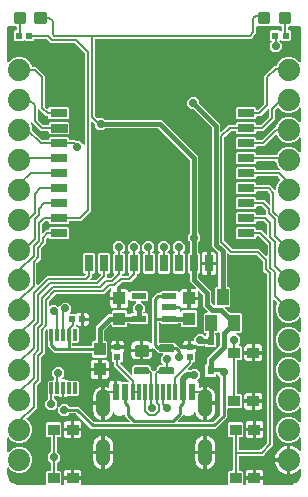
<source format=gbr>
G04 EAGLE Gerber RS-274X export*
G75*
%MOMM*%
%FSLAX34Y34*%
%LPD*%
%INTop Copper*%
%IPPOS*%
%AMOC8*
5,1,8,0,0,1.08239X$1,22.5*%
G01*
%ADD10R,1.200000X0.550000*%
%ADD11R,1.000000X0.900000*%
%ADD12C,0.300000*%
%ADD13R,0.540000X0.600000*%
%ADD14R,1.000000X1.100000*%
%ADD15R,0.600000X1.450000*%
%ADD16R,0.300000X1.450000*%
%ADD17C,1.158000*%
%ADD18R,0.600000X0.540000*%
%ADD19R,1.000000X1.400000*%
%ADD20R,0.600000X0.800000*%
%ADD21C,0.247500*%
%ADD22C,0.147500*%
%ADD23R,0.300000X1.000000*%
%ADD24R,1.422400X0.711200*%
%ADD25C,0.028447*%
%ADD26R,0.711200X1.422400*%
%ADD27C,1.879600*%
%ADD28C,0.406400*%
%ADD29C,0.200000*%
%ADD30C,0.706400*%
%ADD31C,0.304800*%
%ADD32C,0.254000*%
%ADD33C,0.508000*%

G36*
X37750Y3417D02*
X37750Y3417D01*
X37775Y3414D01*
X37870Y3436D01*
X37967Y3452D01*
X37988Y3464D01*
X38012Y3470D01*
X38096Y3521D01*
X38182Y3567D01*
X38199Y3585D01*
X38220Y3598D01*
X38282Y3674D01*
X38349Y3745D01*
X38359Y3768D01*
X38375Y3787D01*
X38409Y3878D01*
X38450Y3968D01*
X38452Y3992D01*
X38461Y4015D01*
X38475Y4162D01*
X38475Y14632D01*
X39368Y15525D01*
X41726Y15525D01*
X41750Y15529D01*
X41775Y15526D01*
X41870Y15548D01*
X41967Y15564D01*
X41988Y15576D01*
X42012Y15582D01*
X42096Y15633D01*
X42182Y15679D01*
X42199Y15697D01*
X42220Y15710D01*
X42282Y15786D01*
X42349Y15857D01*
X42359Y15880D01*
X42375Y15899D01*
X42409Y15990D01*
X42450Y16080D01*
X42452Y16104D01*
X42461Y16127D01*
X42475Y16274D01*
X42475Y22063D01*
X42459Y22159D01*
X42450Y22256D01*
X42440Y22279D01*
X42436Y22304D01*
X42390Y22390D01*
X42349Y22479D01*
X42328Y22504D01*
X42321Y22519D01*
X42302Y22536D01*
X42256Y22593D01*
X39943Y24905D01*
X39943Y29095D01*
X42256Y31407D01*
X42313Y31487D01*
X42375Y31562D01*
X42383Y31585D01*
X42398Y31605D01*
X42426Y31699D01*
X42461Y31790D01*
X42464Y31823D01*
X42469Y31839D01*
X42468Y31864D01*
X42475Y31937D01*
X42475Y43726D01*
X42471Y43750D01*
X42474Y43775D01*
X42452Y43870D01*
X42436Y43967D01*
X42424Y43988D01*
X42418Y44012D01*
X42367Y44096D01*
X42321Y44182D01*
X42303Y44199D01*
X42290Y44220D01*
X42214Y44282D01*
X42143Y44349D01*
X42120Y44359D01*
X42101Y44375D01*
X42010Y44409D01*
X41920Y44450D01*
X41896Y44452D01*
X41873Y44461D01*
X41726Y44475D01*
X39368Y44475D01*
X38475Y45368D01*
X38475Y55632D01*
X39368Y56525D01*
X50632Y56525D01*
X51525Y55632D01*
X51525Y45368D01*
X50632Y44475D01*
X48274Y44475D01*
X48250Y44471D01*
X48225Y44474D01*
X48130Y44452D01*
X48033Y44436D01*
X48012Y44424D01*
X47988Y44418D01*
X47904Y44367D01*
X47818Y44321D01*
X47801Y44303D01*
X47780Y44290D01*
X47718Y44214D01*
X47651Y44143D01*
X47641Y44120D01*
X47625Y44101D01*
X47591Y44010D01*
X47550Y43920D01*
X47548Y43896D01*
X47539Y43873D01*
X47525Y43726D01*
X47525Y31937D01*
X47541Y31841D01*
X47550Y31744D01*
X47560Y31721D01*
X47564Y31696D01*
X47610Y31610D01*
X47651Y31521D01*
X47672Y31496D01*
X47679Y31481D01*
X47698Y31464D01*
X47744Y31407D01*
X50057Y29095D01*
X50057Y24905D01*
X47744Y22593D01*
X47687Y22513D01*
X47625Y22438D01*
X47617Y22415D01*
X47602Y22395D01*
X47574Y22301D01*
X47539Y22210D01*
X47536Y22177D01*
X47531Y22161D01*
X47532Y22136D01*
X47525Y22063D01*
X47525Y16274D01*
X47529Y16250D01*
X47526Y16225D01*
X47548Y16130D01*
X47564Y16033D01*
X47576Y16012D01*
X47582Y15988D01*
X47633Y15904D01*
X47679Y15818D01*
X47697Y15801D01*
X47710Y15780D01*
X47786Y15718D01*
X47857Y15651D01*
X47880Y15641D01*
X47899Y15625D01*
X47990Y15591D01*
X48080Y15550D01*
X48104Y15548D01*
X48127Y15539D01*
X48274Y15525D01*
X50632Y15525D01*
X51525Y14632D01*
X51525Y4162D01*
X51529Y4138D01*
X51526Y4113D01*
X51548Y4018D01*
X51564Y3921D01*
X51576Y3900D01*
X51582Y3876D01*
X51633Y3792D01*
X51679Y3706D01*
X51697Y3689D01*
X51710Y3668D01*
X51786Y3606D01*
X51857Y3539D01*
X51880Y3529D01*
X51899Y3513D01*
X51990Y3479D01*
X52080Y3438D01*
X52104Y3436D01*
X52127Y3427D01*
X52274Y3413D01*
X52819Y3413D01*
X52956Y3435D01*
X53059Y3452D01*
X53170Y3512D01*
X53274Y3567D01*
X53348Y3646D01*
X53441Y3745D01*
X53480Y3830D01*
X53542Y3967D01*
X53542Y3968D01*
X53556Y4111D01*
X53566Y4210D01*
X53566Y4211D01*
X53542Y4356D01*
X53459Y4666D01*
X53459Y8001D01*
X60250Y8001D01*
X60274Y8005D01*
X60298Y8002D01*
X60394Y8025D01*
X60491Y8041D01*
X60512Y8052D01*
X60536Y8058D01*
X60619Y8109D01*
X60706Y8156D01*
X60723Y8173D01*
X60743Y8186D01*
X60806Y8262D01*
X60873Y8334D01*
X60883Y8356D01*
X60898Y8375D01*
X60933Y8466D01*
X60974Y8556D01*
X60976Y8580D01*
X60985Y8603D01*
X60999Y8750D01*
X60999Y9501D01*
X61001Y9501D01*
X61001Y8750D01*
X61005Y8726D01*
X61002Y8702D01*
X61025Y8606D01*
X61041Y8509D01*
X61052Y8488D01*
X61058Y8464D01*
X61109Y8380D01*
X61156Y8294D01*
X61173Y8277D01*
X61186Y8257D01*
X61262Y8194D01*
X61334Y8127D01*
X61356Y8117D01*
X61375Y8102D01*
X61466Y8067D01*
X61556Y8026D01*
X61580Y8024D01*
X61603Y8015D01*
X61750Y8001D01*
X68541Y8001D01*
X68541Y4666D01*
X68458Y4356D01*
X68443Y4202D01*
X68434Y4113D01*
X68459Y4003D01*
X68489Y3876D01*
X68489Y3875D01*
X68541Y3792D01*
X68618Y3668D01*
X68740Y3568D01*
X68806Y3513D01*
X68807Y3513D01*
X68942Y3462D01*
X69035Y3427D01*
X69181Y3413D01*
X191726Y3413D01*
X191750Y3417D01*
X191775Y3414D01*
X191870Y3436D01*
X191967Y3452D01*
X191988Y3464D01*
X192012Y3470D01*
X192096Y3521D01*
X192182Y3567D01*
X192199Y3585D01*
X192220Y3598D01*
X192282Y3674D01*
X192349Y3745D01*
X192359Y3768D01*
X192375Y3787D01*
X192409Y3878D01*
X192450Y3968D01*
X192452Y3992D01*
X192461Y4015D01*
X192475Y4162D01*
X192475Y14632D01*
X193368Y15525D01*
X195726Y15525D01*
X195750Y15529D01*
X195775Y15526D01*
X195870Y15548D01*
X195967Y15564D01*
X195988Y15576D01*
X196012Y15582D01*
X196096Y15633D01*
X196182Y15679D01*
X196199Y15697D01*
X196220Y15710D01*
X196282Y15786D01*
X196349Y15857D01*
X196359Y15880D01*
X196375Y15899D01*
X196409Y15990D01*
X196450Y16080D01*
X196452Y16104D01*
X196461Y16127D01*
X196475Y16274D01*
X196475Y43726D01*
X196471Y43750D01*
X196474Y43775D01*
X196452Y43870D01*
X196436Y43967D01*
X196424Y43988D01*
X196418Y44012D01*
X196367Y44096D01*
X196321Y44182D01*
X196303Y44199D01*
X196290Y44220D01*
X196214Y44282D01*
X196143Y44349D01*
X196120Y44359D01*
X196101Y44375D01*
X196010Y44409D01*
X195920Y44450D01*
X195896Y44452D01*
X195873Y44461D01*
X195726Y44475D01*
X193368Y44475D01*
X192475Y45368D01*
X192475Y55632D01*
X193368Y56525D01*
X204632Y56525D01*
X205525Y55632D01*
X205525Y45368D01*
X204632Y44475D01*
X202274Y44475D01*
X202250Y44471D01*
X202225Y44474D01*
X202130Y44452D01*
X202033Y44436D01*
X202012Y44424D01*
X201988Y44418D01*
X201904Y44367D01*
X201818Y44321D01*
X201801Y44303D01*
X201780Y44290D01*
X201718Y44214D01*
X201651Y44143D01*
X201641Y44120D01*
X201625Y44101D01*
X201591Y44010D01*
X201550Y43920D01*
X201548Y43896D01*
X201539Y43873D01*
X201525Y43726D01*
X201525Y34274D01*
X201529Y34250D01*
X201526Y34225D01*
X201548Y34130D01*
X201564Y34033D01*
X201576Y34012D01*
X201582Y33988D01*
X201633Y33904D01*
X201679Y33818D01*
X201697Y33801D01*
X201710Y33780D01*
X201786Y33718D01*
X201857Y33651D01*
X201880Y33641D01*
X201899Y33625D01*
X201990Y33591D01*
X202080Y33550D01*
X202104Y33548D01*
X202127Y33539D01*
X202274Y33525D01*
X219644Y33525D01*
X219740Y33541D01*
X219837Y33550D01*
X219860Y33560D01*
X219885Y33564D01*
X219971Y33610D01*
X220059Y33651D01*
X220085Y33672D01*
X220100Y33679D01*
X220117Y33698D01*
X220174Y33744D01*
X225732Y39302D01*
X225789Y39382D01*
X225851Y39457D01*
X225859Y39480D01*
X225874Y39501D01*
X225902Y39594D01*
X225937Y39685D01*
X225940Y39718D01*
X225945Y39734D01*
X225944Y39759D01*
X225951Y39832D01*
X225951Y181400D01*
X225935Y181497D01*
X225926Y181594D01*
X225916Y181616D01*
X225912Y181641D01*
X225866Y181727D01*
X225825Y181816D01*
X225804Y181842D01*
X225797Y181856D01*
X225778Y181873D01*
X225732Y181930D01*
X224204Y183458D01*
X222505Y185157D01*
X222505Y192644D01*
X222489Y192740D01*
X222480Y192837D01*
X222470Y192860D01*
X222466Y192885D01*
X222420Y192971D01*
X222379Y193059D01*
X222358Y193085D01*
X222351Y193100D01*
X222332Y193117D01*
X222286Y193174D01*
X217204Y198256D01*
X217124Y198313D01*
X217049Y198375D01*
X217026Y198383D01*
X217005Y198398D01*
X216912Y198426D01*
X216821Y198461D01*
X216788Y198464D01*
X216772Y198469D01*
X216747Y198468D01*
X216674Y198475D01*
X193954Y198475D01*
X192836Y199594D01*
X192776Y199636D01*
X192722Y199687D01*
X192678Y199707D01*
X192637Y199736D01*
X192567Y199757D01*
X192500Y199788D01*
X192451Y199792D01*
X192404Y199807D01*
X192331Y199804D01*
X192257Y199812D01*
X192209Y199800D01*
X192160Y199799D01*
X192091Y199773D01*
X192020Y199756D01*
X191978Y199730D01*
X191932Y199713D01*
X191875Y199666D01*
X191812Y199628D01*
X191781Y199590D01*
X191743Y199558D01*
X191704Y199496D01*
X191657Y199439D01*
X191640Y199393D01*
X191614Y199351D01*
X191597Y199280D01*
X191571Y199211D01*
X191564Y199138D01*
X191558Y199114D01*
X191560Y199097D01*
X191557Y199064D01*
X191557Y172274D01*
X191561Y172250D01*
X191558Y172225D01*
X191580Y172130D01*
X191596Y172033D01*
X191608Y172012D01*
X191614Y171988D01*
X191665Y171904D01*
X191711Y171818D01*
X191729Y171801D01*
X191742Y171780D01*
X191818Y171718D01*
X191889Y171651D01*
X191912Y171641D01*
X191931Y171625D01*
X192022Y171591D01*
X192112Y171550D01*
X192136Y171548D01*
X192159Y171539D01*
X192306Y171525D01*
X193632Y171525D01*
X194525Y170632D01*
X194525Y155368D01*
X193632Y154475D01*
X190864Y154475D01*
X190791Y154463D01*
X190718Y154461D01*
X190672Y154444D01*
X190623Y154436D01*
X190558Y154401D01*
X190489Y154375D01*
X190451Y154344D01*
X190408Y154321D01*
X190357Y154267D01*
X190301Y154220D01*
X190275Y154179D01*
X190241Y154143D01*
X190210Y154076D01*
X190172Y154013D01*
X190160Y153965D01*
X190140Y153920D01*
X190133Y153847D01*
X190116Y153776D01*
X190121Y153727D01*
X190116Y153677D01*
X190133Y153606D01*
X190140Y153533D01*
X190160Y153488D01*
X190171Y153440D01*
X190210Y153377D01*
X190240Y153310D01*
X190287Y153254D01*
X190300Y153232D01*
X190313Y153222D01*
X190334Y153196D01*
X193786Y149744D01*
X193865Y149687D01*
X193940Y149625D01*
X193964Y149617D01*
X193984Y149602D01*
X194077Y149574D01*
X194169Y149539D01*
X194202Y149536D01*
X194218Y149531D01*
X194243Y149532D01*
X194316Y149525D01*
X203132Y149525D01*
X204025Y148632D01*
X204025Y133368D01*
X203132Y132475D01*
X200485Y132475D01*
X200412Y132463D01*
X200339Y132461D01*
X200293Y132444D01*
X200244Y132436D01*
X200179Y132401D01*
X200111Y132375D01*
X200072Y132344D01*
X200029Y132321D01*
X199979Y132267D01*
X199922Y132220D01*
X199896Y132179D01*
X199862Y132143D01*
X199832Y132076D01*
X199793Y132013D01*
X199782Y131965D01*
X199761Y131920D01*
X199754Y131847D01*
X199737Y131776D01*
X199742Y131727D01*
X199737Y131677D01*
X199754Y131606D01*
X199761Y131533D01*
X199781Y131488D01*
X199792Y131440D01*
X199831Y131377D01*
X199861Y131310D01*
X199908Y131254D01*
X199921Y131232D01*
X199934Y131222D01*
X199955Y131196D01*
X203057Y128095D01*
X203057Y123905D01*
X201955Y122804D01*
X201912Y122744D01*
X201862Y122690D01*
X201842Y122646D01*
X201813Y122605D01*
X201792Y122535D01*
X201761Y122468D01*
X201756Y122419D01*
X201742Y122372D01*
X201744Y122299D01*
X201737Y122225D01*
X201748Y122177D01*
X201750Y122128D01*
X201776Y122059D01*
X201792Y121988D01*
X201818Y121946D01*
X201836Y121900D01*
X201882Y121843D01*
X201921Y121780D01*
X201959Y121749D01*
X201990Y121711D01*
X202053Y121672D01*
X202110Y121625D01*
X202156Y121608D01*
X202198Y121582D01*
X202269Y121565D01*
X202338Y121539D01*
X202411Y121532D01*
X202435Y121526D01*
X202452Y121528D01*
X202485Y121525D01*
X203632Y121525D01*
X204525Y120632D01*
X204525Y110368D01*
X203632Y109475D01*
X201274Y109475D01*
X201250Y109471D01*
X201225Y109474D01*
X201130Y109452D01*
X201033Y109436D01*
X201012Y109424D01*
X200988Y109418D01*
X200904Y109367D01*
X200818Y109321D01*
X200801Y109303D01*
X200780Y109290D01*
X200718Y109214D01*
X200651Y109143D01*
X200641Y109120D01*
X200625Y109101D01*
X200591Y109010D01*
X200550Y108920D01*
X200548Y108896D01*
X200539Y108873D01*
X200525Y108726D01*
X200525Y81274D01*
X200529Y81250D01*
X200526Y81225D01*
X200548Y81130D01*
X200564Y81033D01*
X200576Y81012D01*
X200582Y80988D01*
X200633Y80904D01*
X200679Y80818D01*
X200697Y80801D01*
X200710Y80780D01*
X200786Y80718D01*
X200857Y80651D01*
X200880Y80641D01*
X200899Y80625D01*
X200990Y80591D01*
X201080Y80550D01*
X201104Y80548D01*
X201127Y80539D01*
X201274Y80525D01*
X203632Y80525D01*
X204525Y79632D01*
X204525Y69368D01*
X203632Y68475D01*
X192544Y68475D01*
X192520Y68471D01*
X192495Y68474D01*
X192400Y68452D01*
X192303Y68436D01*
X192282Y68424D01*
X192258Y68418D01*
X192174Y68367D01*
X192088Y68321D01*
X192071Y68303D01*
X192050Y68290D01*
X191988Y68214D01*
X191921Y68143D01*
X191911Y68120D01*
X191895Y68101D01*
X191861Y68010D01*
X191820Y67920D01*
X191818Y67896D01*
X191809Y67873D01*
X191795Y67726D01*
X191795Y60842D01*
X182094Y51141D01*
X76906Y51141D01*
X64062Y63986D01*
X63982Y64043D01*
X63907Y64105D01*
X63884Y64113D01*
X63863Y64128D01*
X63770Y64156D01*
X63679Y64191D01*
X63646Y64194D01*
X63630Y64199D01*
X63605Y64198D01*
X63532Y64205D01*
X58667Y64205D01*
X58571Y64189D01*
X58474Y64180D01*
X58451Y64170D01*
X58426Y64166D01*
X58340Y64120D01*
X58251Y64079D01*
X58226Y64058D01*
X58211Y64051D01*
X58194Y64032D01*
X58137Y63986D01*
X56095Y61943D01*
X51905Y61943D01*
X48943Y64905D01*
X48943Y68983D01*
X48931Y69056D01*
X48929Y69129D01*
X48912Y69175D01*
X48904Y69224D01*
X48877Y69274D01*
X48926Y69286D01*
X48999Y69293D01*
X49044Y69313D01*
X49092Y69324D01*
X49155Y69363D01*
X49222Y69393D01*
X49278Y69440D01*
X49300Y69453D01*
X49310Y69466D01*
X49336Y69487D01*
X51905Y72057D01*
X56095Y72057D01*
X58137Y70014D01*
X58217Y69957D01*
X58292Y69895D01*
X58315Y69887D01*
X58335Y69872D01*
X58429Y69844D01*
X58520Y69809D01*
X58553Y69806D01*
X58569Y69801D01*
X58594Y69802D01*
X58667Y69795D01*
X66158Y69795D01*
X79002Y56950D01*
X79082Y56893D01*
X79157Y56831D01*
X79180Y56823D01*
X79201Y56808D01*
X79294Y56780D01*
X79385Y56745D01*
X79418Y56742D01*
X79434Y56737D01*
X79459Y56738D01*
X79532Y56731D01*
X108508Y56731D01*
X108581Y56743D01*
X108654Y56745D01*
X108700Y56762D01*
X108749Y56770D01*
X108814Y56805D01*
X108882Y56831D01*
X108921Y56862D01*
X108964Y56885D01*
X109014Y56939D01*
X109071Y56986D01*
X109097Y57027D01*
X109131Y57063D01*
X109161Y57130D01*
X109200Y57193D01*
X109211Y57241D01*
X109232Y57286D01*
X109239Y57359D01*
X109256Y57430D01*
X109251Y57479D01*
X109256Y57529D01*
X109239Y57600D01*
X109232Y57673D01*
X109212Y57718D01*
X109201Y57766D01*
X109162Y57829D01*
X109132Y57896D01*
X109085Y57952D01*
X109072Y57974D01*
X109059Y57984D01*
X109038Y58010D01*
X105075Y61972D01*
X105075Y62071D01*
X105067Y62120D01*
X105069Y62169D01*
X105048Y62239D01*
X105036Y62312D01*
X105012Y62355D01*
X104998Y62402D01*
X104955Y62462D01*
X104921Y62527D01*
X104885Y62561D01*
X104856Y62601D01*
X104796Y62644D01*
X104743Y62694D01*
X104698Y62714D01*
X104658Y62743D01*
X104587Y62764D01*
X104520Y62795D01*
X104471Y62800D01*
X104425Y62814D01*
X104351Y62812D01*
X104277Y62819D01*
X104230Y62808D01*
X104181Y62806D01*
X104041Y62764D01*
X104040Y62764D01*
X104039Y62764D01*
X102194Y61999D01*
X100006Y61999D01*
X97984Y62837D01*
X96437Y64384D01*
X96257Y64818D01*
X96244Y64839D01*
X96237Y64862D01*
X96180Y64942D01*
X96128Y65025D01*
X96109Y65041D01*
X96095Y65061D01*
X96015Y65118D01*
X95940Y65180D01*
X95916Y65189D01*
X95896Y65203D01*
X95803Y65231D01*
X95711Y65266D01*
X95687Y65267D01*
X95663Y65274D01*
X95565Y65271D01*
X95467Y65274D01*
X95444Y65267D01*
X95419Y65266D01*
X95328Y65232D01*
X95234Y65203D01*
X95214Y65189D01*
X95191Y65180D01*
X95115Y65118D01*
X95035Y65061D01*
X95021Y65041D01*
X95002Y65026D01*
X94950Y64943D01*
X94893Y64863D01*
X94886Y64840D01*
X94873Y64819D01*
X94830Y64677D01*
X94811Y64580D01*
X94183Y63064D01*
X94153Y63020D01*
X93653Y62271D01*
X93271Y61700D01*
X92110Y60539D01*
X90746Y59627D01*
X89230Y58999D01*
X88299Y58814D01*
X88299Y72050D01*
X88295Y72074D01*
X88298Y72098D01*
X88275Y72194D01*
X88259Y72291D01*
X88248Y72312D01*
X88242Y72336D01*
X88191Y72419D01*
X88144Y72506D01*
X88127Y72523D01*
X88114Y72543D01*
X88038Y72606D01*
X87966Y72673D01*
X87944Y72683D01*
X87925Y72698D01*
X87834Y72733D01*
X87744Y72773D01*
X87720Y72776D01*
X87697Y72785D01*
X87550Y72799D01*
X86799Y72799D01*
X86799Y72801D01*
X87550Y72801D01*
X87574Y72805D01*
X87598Y72802D01*
X87694Y72825D01*
X87791Y72841D01*
X87812Y72852D01*
X87836Y72858D01*
X87920Y72909D01*
X88006Y72956D01*
X88023Y72973D01*
X88043Y72986D01*
X88106Y73062D01*
X88173Y73134D01*
X88183Y73156D01*
X88198Y73175D01*
X88233Y73267D01*
X88274Y73356D01*
X88276Y73380D01*
X88285Y73403D01*
X88299Y73550D01*
X88299Y86786D01*
X89230Y86601D01*
X90746Y85973D01*
X90793Y85941D01*
X90794Y85941D01*
X90806Y85935D01*
X90811Y85931D01*
X90836Y85922D01*
X90908Y85889D01*
X91016Y85840D01*
X91074Y85834D01*
X91259Y85816D01*
X91335Y85834D01*
X91496Y85871D01*
X91545Y85902D01*
X91704Y86000D01*
X91801Y86118D01*
X91858Y86187D01*
X91859Y86189D01*
X91903Y86306D01*
X91929Y86374D01*
X91934Y86385D01*
X91934Y86388D01*
X91945Y86417D01*
X91959Y86564D01*
X91959Y89534D01*
X92132Y90181D01*
X92467Y90760D01*
X92940Y91233D01*
X93519Y91568D01*
X94166Y91741D01*
X96001Y91741D01*
X96001Y82700D01*
X96005Y82676D01*
X96002Y82652D01*
X96025Y82556D01*
X96041Y82459D01*
X96052Y82438D01*
X96058Y82414D01*
X96109Y82331D01*
X96156Y82244D01*
X96173Y82227D01*
X96186Y82207D01*
X96262Y82144D01*
X96334Y82077D01*
X96356Y82067D01*
X96375Y82052D01*
X96466Y82017D01*
X96556Y81976D01*
X96580Y81974D01*
X96603Y81965D01*
X96750Y81951D01*
X98250Y81951D01*
X98274Y81955D01*
X98298Y81952D01*
X98394Y81975D01*
X98491Y81991D01*
X98512Y82002D01*
X98536Y82008D01*
X98619Y82059D01*
X98706Y82106D01*
X98723Y82123D01*
X98743Y82136D01*
X98806Y82212D01*
X98873Y82284D01*
X98883Y82306D01*
X98898Y82325D01*
X98933Y82416D01*
X98974Y82506D01*
X98976Y82530D01*
X98985Y82553D01*
X98999Y82700D01*
X98999Y91741D01*
X100834Y91741D01*
X101481Y91568D01*
X102060Y91233D01*
X102349Y90944D01*
X102428Y90887D01*
X102504Y90825D01*
X102527Y90817D01*
X102547Y90802D01*
X102641Y90774D01*
X102732Y90739D01*
X102765Y90736D01*
X102781Y90731D01*
X102806Y90732D01*
X102879Y90725D01*
X107896Y90725D01*
X107968Y90737D01*
X108042Y90739D01*
X108088Y90756D01*
X108137Y90764D01*
X108201Y90799D01*
X108270Y90825D01*
X108308Y90856D01*
X108352Y90879D01*
X108402Y90933D01*
X108459Y90980D01*
X108485Y91021D01*
X108519Y91057D01*
X108549Y91124D01*
X108588Y91187D01*
X108599Y91235D01*
X108620Y91280D01*
X108627Y91353D01*
X108644Y91424D01*
X108639Y91473D01*
X108644Y91523D01*
X108627Y91594D01*
X108620Y91667D01*
X108600Y91712D01*
X108588Y91760D01*
X108550Y91823D01*
X108519Y91890D01*
X108473Y91946D01*
X108460Y91968D01*
X108447Y91978D01*
X108426Y92004D01*
X98174Y102256D01*
X96475Y103954D01*
X96475Y106706D01*
X96471Y106730D01*
X96474Y106755D01*
X96452Y106850D01*
X96436Y106947D01*
X96424Y106968D01*
X96418Y106992D01*
X96367Y107076D01*
X96321Y107162D01*
X96303Y107179D01*
X96290Y107200D01*
X96214Y107262D01*
X96143Y107329D01*
X96120Y107339D01*
X96101Y107355D01*
X96010Y107389D01*
X95920Y107430D01*
X95896Y107432D01*
X95873Y107441D01*
X95726Y107455D01*
X95368Y107455D01*
X94475Y108348D01*
X94475Y115241D01*
X94459Y115338D01*
X94450Y115435D01*
X94440Y115457D01*
X94436Y115482D01*
X94390Y115568D01*
X94349Y115657D01*
X94328Y115682D01*
X94321Y115697D01*
X94302Y115714D01*
X94256Y115771D01*
X93967Y116060D01*
X93632Y116639D01*
X93459Y117286D01*
X93459Y118971D01*
X98400Y118971D01*
X98424Y118975D01*
X98448Y118972D01*
X98544Y118994D01*
X98641Y119010D01*
X98662Y119022D01*
X98686Y119028D01*
X98769Y119079D01*
X98856Y119125D01*
X98872Y119143D01*
X98893Y119156D01*
X98956Y119232D01*
X98998Y119278D01*
X99006Y119264D01*
X99024Y119247D01*
X99036Y119226D01*
X99112Y119164D01*
X99184Y119097D01*
X99206Y119087D01*
X99225Y119071D01*
X99317Y119037D01*
X99406Y118996D01*
X99430Y118994D01*
X99453Y118985D01*
X99600Y118971D01*
X104541Y118971D01*
X104541Y117286D01*
X104396Y116744D01*
X104368Y116639D01*
X104033Y116060D01*
X103744Y115771D01*
X103687Y115692D01*
X103625Y115617D01*
X103617Y115593D01*
X103602Y115573D01*
X103574Y115479D01*
X103539Y115388D01*
X103536Y115355D01*
X103531Y115339D01*
X103532Y115314D01*
X103525Y115241D01*
X103525Y108348D01*
X102632Y107455D01*
X102274Y107455D01*
X102250Y107451D01*
X102225Y107454D01*
X102130Y107432D01*
X102033Y107416D01*
X102012Y107404D01*
X101988Y107398D01*
X101904Y107347D01*
X101818Y107301D01*
X101801Y107283D01*
X101780Y107270D01*
X101718Y107194D01*
X101651Y107123D01*
X101641Y107100D01*
X101625Y107081D01*
X101591Y106990D01*
X101550Y106900D01*
X101548Y106876D01*
X101539Y106853D01*
X101525Y106706D01*
X101525Y106356D01*
X101541Y106260D01*
X101550Y106163D01*
X101560Y106140D01*
X101564Y106115D01*
X101610Y106029D01*
X101651Y105941D01*
X101672Y105915D01*
X101679Y105900D01*
X101698Y105883D01*
X101744Y105826D01*
X110446Y97124D01*
X110506Y97081D01*
X110560Y97031D01*
X110604Y97011D01*
X110645Y96982D01*
X110715Y96961D01*
X110782Y96930D01*
X110831Y96926D01*
X110878Y96911D01*
X110951Y96914D01*
X111025Y96906D01*
X111073Y96918D01*
X111122Y96919D01*
X111191Y96945D01*
X111262Y96962D01*
X111304Y96988D01*
X111350Y97005D01*
X111407Y97052D01*
X111470Y97090D01*
X111501Y97128D01*
X111539Y97160D01*
X111578Y97222D01*
X111625Y97279D01*
X111642Y97325D01*
X111668Y97367D01*
X111685Y97438D01*
X111711Y97507D01*
X111718Y97580D01*
X111724Y97604D01*
X111722Y97621D01*
X111725Y97654D01*
X111725Y103550D01*
X113050Y104875D01*
X125850Y104875D01*
X127175Y103550D01*
X127175Y102706D01*
X127191Y102610D01*
X127200Y102513D01*
X127210Y102490D01*
X127214Y102465D01*
X127260Y102379D01*
X127301Y102291D01*
X127322Y102265D01*
X127329Y102250D01*
X127348Y102233D01*
X127394Y102176D01*
X128344Y101226D01*
X129470Y100100D01*
X129490Y100086D01*
X129506Y100067D01*
X129589Y100015D01*
X129669Y99958D01*
X129692Y99951D01*
X129713Y99938D01*
X129808Y99916D01*
X129902Y99887D01*
X129926Y99888D01*
X129950Y99883D01*
X130048Y99892D01*
X130146Y99895D01*
X130169Y99904D01*
X130193Y99906D01*
X130282Y99947D01*
X130374Y99981D01*
X130393Y99997D01*
X130416Y100007D01*
X130530Y100100D01*
X132606Y102176D01*
X132663Y102256D01*
X132725Y102331D01*
X132733Y102354D01*
X132748Y102375D01*
X132776Y102468D01*
X132811Y102559D01*
X132814Y102592D01*
X132819Y102608D01*
X132818Y102633D01*
X132825Y102706D01*
X132825Y103550D01*
X134150Y104875D01*
X137165Y104875D01*
X137238Y104887D01*
X137311Y104889D01*
X137357Y104906D01*
X137406Y104914D01*
X137471Y104949D01*
X137539Y104975D01*
X137578Y105006D01*
X137621Y105029D01*
X137671Y105083D01*
X137728Y105130D01*
X137754Y105172D01*
X137788Y105207D01*
X137818Y105274D01*
X137857Y105337D01*
X137868Y105385D01*
X137889Y105430D01*
X137896Y105503D01*
X137913Y105574D01*
X137908Y105623D01*
X137913Y105673D01*
X137896Y105744D01*
X137889Y105817D01*
X137869Y105862D01*
X137858Y105910D01*
X137819Y105973D01*
X137789Y106040D01*
X137742Y106096D01*
X137729Y106118D01*
X137716Y106128D01*
X137695Y106154D01*
X135943Y107905D01*
X135943Y112095D01*
X137695Y113846D01*
X137738Y113906D01*
X137788Y113960D01*
X137808Y114004D01*
X137837Y114045D01*
X137858Y114115D01*
X137889Y114182D01*
X137894Y114231D01*
X137908Y114278D01*
X137906Y114351D01*
X137913Y114425D01*
X137902Y114473D01*
X137900Y114522D01*
X137874Y114591D01*
X137858Y114662D01*
X137832Y114704D01*
X137814Y114750D01*
X137768Y114807D01*
X137729Y114870D01*
X137691Y114901D01*
X137660Y114939D01*
X137597Y114978D01*
X137540Y115025D01*
X137494Y115042D01*
X137452Y115068D01*
X137381Y115085D01*
X137312Y115111D01*
X137239Y115118D01*
X137215Y115124D01*
X137198Y115122D01*
X137165Y115125D01*
X134150Y115125D01*
X132690Y116586D01*
X132610Y116643D01*
X132535Y116705D01*
X132512Y116713D01*
X132492Y116728D01*
X132398Y116756D01*
X132307Y116791D01*
X132274Y116794D01*
X132258Y116799D01*
X132249Y116799D01*
X130062Y118986D01*
X129470Y119578D01*
X129410Y119621D01*
X129356Y119671D01*
X129312Y119691D01*
X129271Y119720D01*
X129201Y119741D01*
X129134Y119772D01*
X129085Y119777D01*
X129038Y119791D01*
X128965Y119789D01*
X128891Y119796D01*
X128843Y119785D01*
X128794Y119783D01*
X128725Y119757D01*
X128654Y119741D01*
X128612Y119714D01*
X128566Y119697D01*
X128509Y119651D01*
X128446Y119612D01*
X128415Y119574D01*
X128377Y119542D01*
X128338Y119480D01*
X128291Y119423D01*
X128274Y119377D01*
X128248Y119335D01*
X128231Y119264D01*
X128205Y119195D01*
X128198Y119122D01*
X128193Y119099D01*
X120949Y119099D01*
X120949Y125091D01*
X124910Y125091D01*
X125871Y124833D01*
X126732Y124336D01*
X126926Y124142D01*
X126986Y124099D01*
X127040Y124049D01*
X127084Y124029D01*
X127125Y124000D01*
X127195Y123979D01*
X127262Y123948D01*
X127311Y123943D01*
X127358Y123929D01*
X127431Y123931D01*
X127505Y123924D01*
X127553Y123935D01*
X127602Y123937D01*
X127671Y123963D01*
X127742Y123979D01*
X127784Y124005D01*
X127830Y124023D01*
X127887Y124069D01*
X127950Y124108D01*
X127981Y124146D01*
X128019Y124177D01*
X128058Y124240D01*
X128105Y124297D01*
X128122Y124343D01*
X128148Y124385D01*
X128165Y124456D01*
X128191Y124525D01*
X128198Y124598D01*
X128204Y124622D01*
X128202Y124639D01*
X128205Y124672D01*
X128205Y162158D01*
X132342Y166295D01*
X134727Y166295D01*
X134751Y166299D01*
X134776Y166296D01*
X134871Y166318D01*
X134968Y166334D01*
X134989Y166346D01*
X135013Y166352D01*
X135097Y166403D01*
X135183Y166449D01*
X135200Y166467D01*
X135221Y166480D01*
X135283Y166556D01*
X135350Y166627D01*
X135360Y166650D01*
X135376Y166669D01*
X135410Y166760D01*
X135451Y166850D01*
X135451Y166857D01*
X136369Y167775D01*
X149633Y167775D01*
X150680Y166727D01*
X150740Y166684D01*
X150794Y166634D01*
X150838Y166614D01*
X150879Y166585D01*
X150949Y166564D01*
X151016Y166533D01*
X151065Y166528D01*
X151112Y166514D01*
X151185Y166516D01*
X151259Y166509D01*
X151307Y166520D01*
X151356Y166522D01*
X151425Y166548D01*
X151496Y166564D01*
X151538Y166590D01*
X151584Y166608D01*
X151641Y166654D01*
X151704Y166693D01*
X151735Y166731D01*
X151773Y166762D01*
X151812Y166825D01*
X151859Y166882D01*
X151876Y166928D01*
X151902Y166970D01*
X151919Y167041D01*
X151945Y167110D01*
X151952Y167183D01*
X151958Y167207D01*
X151956Y167224D01*
X151959Y167257D01*
X151959Y167334D01*
X152132Y167981D01*
X152467Y168560D01*
X152940Y169033D01*
X153519Y169368D01*
X154166Y169541D01*
X158001Y169541D01*
X158001Y162250D01*
X158005Y162227D01*
X158002Y162205D01*
X158003Y162204D01*
X158002Y162202D01*
X158025Y162106D01*
X158041Y162009D01*
X158052Y161988D01*
X158058Y161964D01*
X158109Y161881D01*
X158156Y161794D01*
X158173Y161777D01*
X158186Y161757D01*
X158262Y161694D01*
X158334Y161627D01*
X158356Y161617D01*
X158375Y161602D01*
X158466Y161567D01*
X158556Y161526D01*
X158580Y161524D01*
X158603Y161515D01*
X158750Y161501D01*
X159501Y161501D01*
X159501Y161499D01*
X158750Y161499D01*
X158726Y161495D01*
X158702Y161498D01*
X158606Y161475D01*
X158509Y161459D01*
X158488Y161448D01*
X158464Y161442D01*
X158380Y161391D01*
X158294Y161344D01*
X158277Y161327D01*
X158257Y161314D01*
X158194Y161238D01*
X158127Y161166D01*
X158117Y161144D01*
X158102Y161125D01*
X158067Y161034D01*
X158026Y160944D01*
X158024Y160920D01*
X158015Y160897D01*
X158001Y160750D01*
X158001Y153459D01*
X154166Y153459D01*
X153519Y153632D01*
X152940Y153967D01*
X152467Y154440D01*
X152144Y155000D01*
X152097Y155056D01*
X152059Y155119D01*
X152020Y155150D01*
X151989Y155188D01*
X151927Y155227D01*
X151870Y155274D01*
X151824Y155291D01*
X151782Y155317D01*
X151710Y155334D01*
X151642Y155360D01*
X151568Y155367D01*
X151544Y155373D01*
X151528Y155371D01*
X151495Y155374D01*
X143626Y155374D01*
X143602Y155370D01*
X143578Y155373D01*
X143482Y155351D01*
X143385Y155335D01*
X143364Y155323D01*
X143340Y155317D01*
X143257Y155266D01*
X143170Y155220D01*
X143154Y155202D01*
X143133Y155189D01*
X143070Y155113D01*
X143003Y155042D01*
X142993Y155019D01*
X142978Y155000D01*
X142943Y154909D01*
X142903Y154819D01*
X142900Y154795D01*
X142892Y154772D01*
X142877Y154625D01*
X142877Y153375D01*
X142881Y153351D01*
X142879Y153326D01*
X142901Y153231D01*
X142917Y153134D01*
X142928Y153113D01*
X142934Y153089D01*
X142986Y153005D01*
X143032Y152919D01*
X143050Y152902D01*
X143062Y152881D01*
X143138Y152819D01*
X143210Y152752D01*
X143232Y152742D01*
X143251Y152726D01*
X143343Y152692D01*
X143432Y152651D01*
X143456Y152649D01*
X143479Y152640D01*
X143626Y152626D01*
X151542Y152626D01*
X151542Y151007D01*
X151545Y150986D01*
X151543Y150966D01*
X151554Y150920D01*
X151556Y150861D01*
X151573Y150815D01*
X151581Y150766D01*
X151596Y150738D01*
X151599Y150729D01*
X151617Y150699D01*
X151642Y150633D01*
X151673Y150594D01*
X151696Y150551D01*
X151726Y150523D01*
X151727Y150521D01*
X151732Y150517D01*
X151750Y150501D01*
X151797Y150444D01*
X151838Y150418D01*
X151874Y150384D01*
X151941Y150354D01*
X152004Y150315D01*
X152052Y150304D01*
X152097Y150283D01*
X152170Y150276D01*
X152241Y150259D01*
X152290Y150264D01*
X152339Y150259D01*
X152411Y150276D01*
X152484Y150283D01*
X152529Y150303D01*
X152536Y150305D01*
X152540Y150305D01*
X152541Y150306D01*
X152577Y150314D01*
X152640Y150353D01*
X152707Y150383D01*
X152745Y150415D01*
X152755Y150420D01*
X152765Y150431D01*
X152784Y150443D01*
X152795Y150456D01*
X152821Y150477D01*
X153868Y151525D01*
X165132Y151525D01*
X166025Y150632D01*
X166025Y138368D01*
X165132Y137475D01*
X153868Y137475D01*
X152975Y138368D01*
X152975Y140194D01*
X152971Y140218D01*
X152974Y140243D01*
X152952Y140338D01*
X152936Y140435D01*
X152924Y140456D01*
X152918Y140480D01*
X152867Y140564D01*
X152821Y140650D01*
X152803Y140667D01*
X152790Y140688D01*
X152714Y140750D01*
X152643Y140817D01*
X152620Y140827D01*
X152601Y140843D01*
X152510Y140877D01*
X152420Y140918D01*
X152396Y140920D01*
X152373Y140929D01*
X152226Y140943D01*
X150661Y140943D01*
X150565Y140927D01*
X150468Y140918D01*
X150445Y140908D01*
X150420Y140904D01*
X150334Y140858D01*
X150245Y140817D01*
X150220Y140796D01*
X150205Y140789D01*
X150188Y140770D01*
X150131Y140724D01*
X149633Y140225D01*
X136369Y140225D01*
X135609Y140986D01*
X135529Y141043D01*
X135454Y141105D01*
X135431Y141113D01*
X135411Y141128D01*
X135317Y141156D01*
X135226Y141191D01*
X135193Y141194D01*
X135177Y141199D01*
X135152Y141198D01*
X135079Y141205D01*
X134544Y141205D01*
X134520Y141201D01*
X134495Y141204D01*
X134400Y141182D01*
X134303Y141166D01*
X134282Y141154D01*
X134258Y141148D01*
X134174Y141097D01*
X134088Y141051D01*
X134071Y141033D01*
X134050Y141020D01*
X133988Y140944D01*
X133921Y140873D01*
X133911Y140850D01*
X133895Y140831D01*
X133861Y140740D01*
X133820Y140650D01*
X133818Y140626D01*
X133809Y140603D01*
X133795Y140456D01*
X133795Y124824D01*
X133799Y124800D01*
X133796Y124775D01*
X133818Y124680D01*
X133834Y124583D01*
X133846Y124562D01*
X133852Y124538D01*
X133903Y124454D01*
X133949Y124368D01*
X133967Y124351D01*
X133980Y124330D01*
X134056Y124268D01*
X134127Y124201D01*
X134150Y124191D01*
X134169Y124175D01*
X134260Y124141D01*
X134350Y124100D01*
X134374Y124098D01*
X134397Y124089D01*
X134544Y124075D01*
X146950Y124075D01*
X148410Y122614D01*
X148490Y122557D01*
X148565Y122495D01*
X148588Y122487D01*
X148608Y122472D01*
X148702Y122444D01*
X148793Y122409D01*
X148826Y122406D01*
X148842Y122401D01*
X148867Y122402D01*
X148940Y122395D01*
X149558Y122395D01*
X153180Y118772D01*
X153240Y118729D01*
X153294Y118679D01*
X153338Y118659D01*
X153379Y118630D01*
X153449Y118609D01*
X153516Y118578D01*
X153565Y118573D01*
X153612Y118559D01*
X153685Y118561D01*
X153759Y118554D01*
X153807Y118565D01*
X153856Y118567D01*
X153925Y118593D01*
X153996Y118609D01*
X154038Y118636D01*
X154084Y118653D01*
X154141Y118699D01*
X154204Y118738D01*
X154235Y118776D01*
X154273Y118808D01*
X154312Y118870D01*
X154359Y118927D01*
X154375Y118971D01*
X159400Y118971D01*
X159424Y118975D01*
X159448Y118972D01*
X159544Y118994D01*
X159641Y119010D01*
X159662Y119022D01*
X159686Y119028D01*
X159769Y119079D01*
X159856Y119125D01*
X159872Y119143D01*
X159893Y119156D01*
X159956Y119232D01*
X159998Y119278D01*
X160006Y119264D01*
X160024Y119247D01*
X160036Y119226D01*
X160112Y119164D01*
X160184Y119097D01*
X160206Y119087D01*
X160225Y119071D01*
X160317Y119037D01*
X160406Y118996D01*
X160430Y118994D01*
X160453Y118985D01*
X160600Y118971D01*
X165541Y118971D01*
X165541Y117286D01*
X165396Y116744D01*
X165368Y116639D01*
X165033Y116060D01*
X164744Y115771D01*
X164687Y115692D01*
X164625Y115616D01*
X164617Y115593D01*
X164602Y115573D01*
X164574Y115479D01*
X164539Y115388D01*
X164536Y115355D01*
X164531Y115339D01*
X164532Y115314D01*
X164525Y115241D01*
X164525Y108348D01*
X163632Y107455D01*
X163274Y107455D01*
X163250Y107451D01*
X163225Y107454D01*
X163130Y107432D01*
X163033Y107416D01*
X163012Y107404D01*
X162988Y107398D01*
X162904Y107347D01*
X162818Y107301D01*
X162801Y107283D01*
X162780Y107270D01*
X162718Y107194D01*
X162651Y107123D01*
X162641Y107100D01*
X162625Y107081D01*
X162591Y106990D01*
X162550Y106900D01*
X162548Y106876D01*
X162539Y106853D01*
X162525Y106706D01*
X162525Y105954D01*
X158914Y102344D01*
X158871Y102284D01*
X158821Y102230D01*
X158801Y102186D01*
X158772Y102145D01*
X158751Y102075D01*
X158720Y102008D01*
X158716Y101959D01*
X158701Y101912D01*
X158704Y101839D01*
X158696Y101765D01*
X158708Y101717D01*
X158709Y101668D01*
X158735Y101599D01*
X158752Y101528D01*
X158778Y101486D01*
X158795Y101440D01*
X158842Y101383D01*
X158880Y101320D01*
X158918Y101289D01*
X158950Y101251D01*
X159012Y101212D01*
X159069Y101165D01*
X159115Y101148D01*
X159157Y101122D01*
X159228Y101105D01*
X159297Y101079D01*
X159370Y101072D01*
X159394Y101066D01*
X159411Y101068D01*
X159444Y101065D01*
X160603Y101065D01*
X160699Y101081D01*
X160796Y101090D01*
X160819Y101100D01*
X160844Y101104D01*
X160930Y101150D01*
X161019Y101191D01*
X161044Y101212D01*
X161059Y101219D01*
X161076Y101238D01*
X161133Y101284D01*
X161905Y102057D01*
X166095Y102057D01*
X169057Y99095D01*
X169057Y94905D01*
X166688Y92537D01*
X166620Y92441D01*
X166546Y92339D01*
X166507Y92211D01*
X166475Y92105D01*
X166479Y91979D01*
X166483Y91862D01*
X166483Y91861D01*
X166543Y91702D01*
X166569Y91633D01*
X166677Y91501D01*
X166723Y91444D01*
X166724Y91444D01*
X166843Y91358D01*
X167060Y91233D01*
X167533Y90760D01*
X167868Y90181D01*
X168041Y89534D01*
X168041Y86564D01*
X168044Y86545D01*
X168042Y86531D01*
X168056Y86474D01*
X168080Y86323D01*
X168166Y86163D01*
X168195Y86108D01*
X168326Y85985D01*
X168373Y85941D01*
X168481Y85892D01*
X168596Y85840D01*
X168718Y85828D01*
X168838Y85816D01*
X168839Y85816D01*
X168962Y85845D01*
X169076Y85871D01*
X169206Y85941D01*
X169254Y85973D01*
X170770Y86601D01*
X171701Y86786D01*
X171701Y73550D01*
X171705Y73526D01*
X171702Y73502D01*
X171725Y73406D01*
X171740Y73309D01*
X171752Y73288D01*
X171758Y73264D01*
X171809Y73181D01*
X171855Y73094D01*
X171873Y73077D01*
X171886Y73057D01*
X171962Y72994D01*
X172034Y72927D01*
X172056Y72917D01*
X172075Y72902D01*
X172166Y72867D01*
X172256Y72827D01*
X172280Y72824D01*
X172303Y72815D01*
X172450Y72801D01*
X173201Y72801D01*
X173201Y72799D01*
X172450Y72799D01*
X172426Y72795D01*
X172401Y72798D01*
X172306Y72775D01*
X172209Y72759D01*
X172188Y72748D01*
X172164Y72742D01*
X172080Y72691D01*
X171994Y72644D01*
X171977Y72627D01*
X171956Y72614D01*
X171894Y72538D01*
X171827Y72466D01*
X171817Y72444D01*
X171802Y72425D01*
X171767Y72333D01*
X171726Y72244D01*
X171724Y72220D01*
X171715Y72197D01*
X171701Y72050D01*
X171701Y58814D01*
X170770Y58999D01*
X169254Y59627D01*
X167890Y60539D01*
X166729Y61700D01*
X165817Y63064D01*
X165189Y64580D01*
X165170Y64677D01*
X165161Y64700D01*
X165159Y64725D01*
X165119Y64814D01*
X165084Y64906D01*
X165069Y64925D01*
X165058Y64947D01*
X164991Y65019D01*
X164929Y65094D01*
X164908Y65107D01*
X164892Y65125D01*
X164805Y65172D01*
X164722Y65223D01*
X164698Y65229D01*
X164676Y65241D01*
X164580Y65257D01*
X164485Y65279D01*
X164460Y65276D01*
X164436Y65280D01*
X164339Y65265D01*
X164242Y65255D01*
X164219Y65245D01*
X164195Y65241D01*
X164109Y65195D01*
X164019Y65154D01*
X164001Y65138D01*
X163980Y65126D01*
X163913Y65055D01*
X163841Y64988D01*
X163830Y64966D01*
X163813Y64948D01*
X163743Y64818D01*
X163563Y64384D01*
X162016Y62837D01*
X159994Y61999D01*
X157806Y61999D01*
X155694Y62874D01*
X155684Y62881D01*
X155660Y62888D01*
X155639Y62902D01*
X155544Y62924D01*
X155451Y62952D01*
X155426Y62951D01*
X155401Y62957D01*
X155304Y62948D01*
X155207Y62945D01*
X155183Y62936D01*
X155158Y62934D01*
X155070Y62894D01*
X154979Y62859D01*
X154959Y62843D01*
X154936Y62833D01*
X154822Y62739D01*
X153068Y60986D01*
X150092Y58010D01*
X150049Y57950D01*
X149999Y57896D01*
X149979Y57852D01*
X149950Y57811D01*
X149929Y57741D01*
X149898Y57674D01*
X149893Y57625D01*
X149879Y57578D01*
X149881Y57505D01*
X149874Y57431D01*
X149885Y57383D01*
X149887Y57334D01*
X149913Y57265D01*
X149929Y57194D01*
X149956Y57152D01*
X149973Y57106D01*
X150019Y57049D01*
X150058Y56986D01*
X150096Y56955D01*
X150128Y56917D01*
X150190Y56878D01*
X150247Y56831D01*
X150293Y56814D01*
X150335Y56788D01*
X150406Y56771D01*
X150475Y56745D01*
X150548Y56738D01*
X150572Y56732D01*
X150589Y56734D01*
X150622Y56731D01*
X179468Y56731D01*
X179564Y56747D01*
X179661Y56756D01*
X179684Y56766D01*
X179709Y56770D01*
X179795Y56816D01*
X179884Y56857D01*
X179909Y56878D01*
X179924Y56885D01*
X179941Y56904D01*
X179998Y56950D01*
X185986Y62938D01*
X186043Y63018D01*
X186105Y63093D01*
X186113Y63116D01*
X186128Y63137D01*
X186156Y63230D01*
X186191Y63321D01*
X186194Y63354D01*
X186199Y63370D01*
X186198Y63395D01*
X186205Y63468D01*
X186205Y94333D01*
X186189Y94429D01*
X186180Y94526D01*
X186170Y94549D01*
X186166Y94574D01*
X186120Y94660D01*
X186079Y94749D01*
X186058Y94774D01*
X186051Y94789D01*
X186032Y94806D01*
X185986Y94863D01*
X183804Y97045D01*
X183744Y97088D01*
X183690Y97138D01*
X183646Y97158D01*
X183605Y97187D01*
X183535Y97208D01*
X183468Y97239D01*
X183419Y97244D01*
X183372Y97258D01*
X183299Y97256D01*
X183225Y97263D01*
X183177Y97252D01*
X183128Y97250D01*
X183059Y97224D01*
X182988Y97208D01*
X182946Y97182D01*
X182900Y97164D01*
X182843Y97118D01*
X182780Y97079D01*
X182749Y97041D01*
X182711Y97010D01*
X182672Y96947D01*
X182625Y96890D01*
X182608Y96844D01*
X182582Y96802D01*
X182565Y96731D01*
X182539Y96662D01*
X182532Y96589D01*
X182526Y96565D01*
X182528Y96548D01*
X182525Y96515D01*
X182525Y95868D01*
X181632Y94975D01*
X174368Y94975D01*
X173475Y95868D01*
X173475Y105132D01*
X174224Y105880D01*
X174281Y105959D01*
X174343Y106035D01*
X174351Y106058D01*
X174366Y106078D01*
X174394Y106172D01*
X174429Y106263D01*
X174432Y106296D01*
X174437Y106312D01*
X174436Y106337D01*
X174443Y106410D01*
X174443Y110473D01*
X185224Y121254D01*
X185281Y121333D01*
X185343Y121408D01*
X185351Y121432D01*
X185366Y121452D01*
X185394Y121545D01*
X185401Y121563D01*
X185418Y121600D01*
X185419Y121610D01*
X185429Y121637D01*
X185432Y121670D01*
X185437Y121686D01*
X185436Y121711D01*
X185443Y121784D01*
X185443Y131978D01*
X185431Y132051D01*
X185429Y132124D01*
X185412Y132170D01*
X185404Y132219D01*
X185369Y132284D01*
X185343Y132352D01*
X185312Y132391D01*
X185289Y132434D01*
X185235Y132484D01*
X185188Y132541D01*
X185147Y132567D01*
X185111Y132601D01*
X185044Y132631D01*
X184981Y132670D01*
X184933Y132681D01*
X184888Y132702D01*
X184815Y132709D01*
X184744Y132726D01*
X184695Y132721D01*
X184645Y132726D01*
X184574Y132709D01*
X184501Y132702D01*
X184456Y132682D01*
X184408Y132671D01*
X184345Y132632D01*
X184278Y132602D01*
X184222Y132555D01*
X184200Y132542D01*
X184190Y132529D01*
X184164Y132508D01*
X184132Y132475D01*
X182306Y132475D01*
X182282Y132471D01*
X182257Y132474D01*
X182162Y132452D01*
X182065Y132436D01*
X182044Y132424D01*
X182020Y132418D01*
X181936Y132367D01*
X181850Y132321D01*
X181833Y132303D01*
X181812Y132290D01*
X181750Y132214D01*
X181683Y132143D01*
X181673Y132120D01*
X181657Y132101D01*
X181623Y132010D01*
X181582Y131920D01*
X181580Y131896D01*
X181571Y131873D01*
X181557Y131726D01*
X181557Y131410D01*
X181573Y131314D01*
X181582Y131217D01*
X181592Y131194D01*
X181596Y131169D01*
X181642Y131083D01*
X181683Y130994D01*
X181704Y130969D01*
X181711Y130954D01*
X181730Y130937D01*
X181776Y130880D01*
X182525Y130132D01*
X182525Y120868D01*
X181632Y119975D01*
X174368Y119975D01*
X173475Y120868D01*
X173475Y121194D01*
X173471Y121218D01*
X173474Y121243D01*
X173452Y121338D01*
X173436Y121435D01*
X173424Y121456D01*
X173418Y121480D01*
X173367Y121564D01*
X173321Y121650D01*
X173303Y121667D01*
X173290Y121688D01*
X173214Y121750D01*
X173143Y121817D01*
X173120Y121827D01*
X173101Y121843D01*
X173010Y121877D01*
X172920Y121918D01*
X172896Y121920D01*
X172873Y121929D01*
X172726Y121943D01*
X172405Y121943D01*
X172309Y121927D01*
X172212Y121918D01*
X172189Y121908D01*
X172164Y121904D01*
X172078Y121857D01*
X171989Y121817D01*
X171964Y121796D01*
X171949Y121789D01*
X171932Y121770D01*
X171875Y121724D01*
X171095Y120943D01*
X166905Y120943D01*
X166399Y121450D01*
X166319Y121507D01*
X166244Y121569D01*
X166221Y121577D01*
X166201Y121592D01*
X166107Y121620D01*
X166016Y121655D01*
X165983Y121658D01*
X165967Y121663D01*
X165942Y121662D01*
X165869Y121669D01*
X161349Y121669D01*
X161349Y125561D01*
X163194Y125561D01*
X163218Y125565D01*
X163243Y125562D01*
X163338Y125584D01*
X163435Y125600D01*
X163456Y125612D01*
X163480Y125618D01*
X163564Y125669D01*
X163650Y125715D01*
X163667Y125733D01*
X163688Y125746D01*
X163750Y125822D01*
X163817Y125893D01*
X163827Y125916D01*
X163843Y125935D01*
X163877Y126026D01*
X163918Y126116D01*
X163920Y126140D01*
X163929Y126163D01*
X163943Y126310D01*
X163943Y128095D01*
X166905Y131057D01*
X171095Y131057D01*
X172218Y129934D01*
X172238Y129919D01*
X172253Y129900D01*
X172336Y129849D01*
X172416Y129791D01*
X172440Y129784D01*
X172460Y129771D01*
X172556Y129749D01*
X172650Y129721D01*
X172674Y129721D01*
X172698Y129716D01*
X172795Y129725D01*
X172893Y129728D01*
X172916Y129737D01*
X172941Y129739D01*
X173030Y129780D01*
X173122Y129814D01*
X173141Y129830D01*
X173163Y129840D01*
X173277Y129934D01*
X174224Y130880D01*
X174281Y130959D01*
X174343Y131035D01*
X174351Y131058D01*
X174366Y131078D01*
X174394Y131172D01*
X174429Y131263D01*
X174432Y131296D01*
X174437Y131312D01*
X174436Y131337D01*
X174443Y131410D01*
X174443Y131726D01*
X174439Y131750D01*
X174442Y131775D01*
X174420Y131870D01*
X174404Y131967D01*
X174392Y131988D01*
X174386Y132012D01*
X174335Y132096D01*
X174289Y132182D01*
X174271Y132199D01*
X174258Y132220D01*
X174182Y132282D01*
X174111Y132349D01*
X174088Y132359D01*
X174069Y132375D01*
X173978Y132409D01*
X173888Y132450D01*
X173864Y132452D01*
X173841Y132461D01*
X173694Y132475D01*
X172868Y132475D01*
X171975Y133368D01*
X171975Y148632D01*
X172868Y149525D01*
X174636Y149525D01*
X174709Y149537D01*
X174782Y149539D01*
X174828Y149556D01*
X174877Y149564D01*
X174942Y149599D01*
X175011Y149625D01*
X175049Y149656D01*
X175092Y149679D01*
X175143Y149733D01*
X175199Y149780D01*
X175226Y149822D01*
X175259Y149857D01*
X175290Y149924D01*
X175328Y149987D01*
X175340Y150035D01*
X175360Y150080D01*
X175367Y150153D01*
X175384Y150224D01*
X175379Y150273D01*
X175384Y150323D01*
X175367Y150394D01*
X175360Y150467D01*
X175340Y150512D01*
X175329Y150560D01*
X175290Y150623D01*
X175260Y150690D01*
X175213Y150746D01*
X175200Y150768D01*
X175187Y150778D01*
X175166Y150804D01*
X173746Y152224D01*
X171443Y154527D01*
X171443Y164216D01*
X171427Y164313D01*
X171418Y164410D01*
X171408Y164432D01*
X171404Y164457D01*
X171358Y164543D01*
X171317Y164632D01*
X171296Y164658D01*
X171289Y164672D01*
X171270Y164689D01*
X171224Y164746D01*
X168320Y167650D01*
X168260Y167693D01*
X168206Y167743D01*
X168162Y167764D01*
X168121Y167792D01*
X168051Y167814D01*
X167984Y167844D01*
X167935Y167849D01*
X167888Y167863D01*
X167815Y167861D01*
X167741Y167868D01*
X167693Y167857D01*
X167644Y167855D01*
X167575Y167830D01*
X167504Y167813D01*
X167462Y167787D01*
X167416Y167770D01*
X167359Y167723D01*
X167296Y167684D01*
X167265Y167646D01*
X167227Y167615D01*
X167188Y167552D01*
X167141Y167496D01*
X167124Y167450D01*
X167098Y167408D01*
X167081Y167336D01*
X167055Y167267D01*
X167048Y167194D01*
X167042Y167170D01*
X167044Y167154D01*
X167041Y167120D01*
X167041Y162999D01*
X160999Y162999D01*
X160999Y169541D01*
X164620Y169541D01*
X164693Y169553D01*
X164766Y169555D01*
X164813Y169572D01*
X164861Y169580D01*
X164926Y169615D01*
X164995Y169641D01*
X165033Y169672D01*
X165076Y169695D01*
X165127Y169749D01*
X165183Y169796D01*
X165209Y169837D01*
X165243Y169873D01*
X165274Y169941D01*
X165312Y170003D01*
X165324Y170051D01*
X165344Y170096D01*
X165351Y170169D01*
X165368Y170240D01*
X165363Y170289D01*
X165368Y170339D01*
X165351Y170410D01*
X165344Y170483D01*
X165324Y170528D01*
X165313Y170576D01*
X165274Y170639D01*
X165244Y170706D01*
X165197Y170762D01*
X165184Y170784D01*
X165171Y170794D01*
X165150Y170820D01*
X160063Y175907D01*
X160063Y181834D01*
X160059Y181858D01*
X160062Y181883D01*
X160040Y181978D01*
X160024Y182075D01*
X160012Y182096D01*
X160006Y182120D01*
X159955Y182204D01*
X159909Y182290D01*
X159891Y182307D01*
X159878Y182328D01*
X159802Y182390D01*
X159731Y182457D01*
X159708Y182467D01*
X159689Y182483D01*
X159598Y182517D01*
X159508Y182558D01*
X159484Y182560D01*
X159461Y182569D01*
X159445Y182570D01*
X158539Y183476D01*
X158539Y198964D01*
X159456Y199880D01*
X159458Y199880D01*
X159555Y199896D01*
X159576Y199908D01*
X159600Y199914D01*
X159684Y199965D01*
X159770Y200011D01*
X159787Y200029D01*
X159808Y200042D01*
X159870Y200118D01*
X159937Y200189D01*
X159947Y200212D01*
X159963Y200231D01*
X159997Y200322D01*
X160038Y200412D01*
X160040Y200436D01*
X160049Y200459D01*
X160063Y200606D01*
X160063Y209475D01*
X160060Y209492D01*
X160062Y209505D01*
X160050Y209555D01*
X160047Y209571D01*
X160038Y209668D01*
X160028Y209691D01*
X160024Y209716D01*
X159978Y209802D01*
X159937Y209891D01*
X159916Y209916D01*
X159909Y209931D01*
X159890Y209948D01*
X159844Y210005D01*
X158943Y210905D01*
X158943Y215095D01*
X160224Y216375D01*
X160281Y216455D01*
X160343Y216530D01*
X160351Y216553D01*
X160366Y216573D01*
X160394Y216667D01*
X160429Y216758D01*
X160432Y216791D01*
X160437Y216807D01*
X160436Y216832D01*
X160443Y216905D01*
X160443Y278216D01*
X160427Y278313D01*
X160418Y278410D01*
X160408Y278432D01*
X160404Y278457D01*
X160358Y278543D01*
X160317Y278632D01*
X160296Y278658D01*
X160289Y278672D01*
X160270Y278689D01*
X160224Y278746D01*
X133746Y305224D01*
X133667Y305281D01*
X133592Y305343D01*
X133568Y305351D01*
X133548Y305366D01*
X133455Y305394D01*
X133363Y305429D01*
X133330Y305432D01*
X133314Y305437D01*
X133289Y305436D01*
X133216Y305443D01*
X88905Y305443D01*
X88809Y305427D01*
X88712Y305418D01*
X88689Y305408D01*
X88664Y305404D01*
X88578Y305358D01*
X88489Y305317D01*
X88464Y305296D01*
X88449Y305289D01*
X88432Y305270D01*
X88375Y305224D01*
X87095Y303943D01*
X82905Y303943D01*
X79943Y306905D01*
X79943Y308700D01*
X79927Y308796D01*
X79918Y308893D01*
X79908Y308916D01*
X79904Y308941D01*
X79858Y309027D01*
X79817Y309115D01*
X79796Y309141D01*
X79789Y309156D01*
X79770Y309173D01*
X79724Y309230D01*
X77804Y311150D01*
X77744Y311192D01*
X77690Y311243D01*
X77646Y311263D01*
X77605Y311292D01*
X77535Y311313D01*
X77468Y311344D01*
X77419Y311348D01*
X77372Y311363D01*
X77299Y311360D01*
X77225Y311368D01*
X77177Y311356D01*
X77128Y311355D01*
X77059Y311329D01*
X76988Y311312D01*
X76946Y311286D01*
X76900Y311269D01*
X76843Y311222D01*
X76780Y311184D01*
X76749Y311146D01*
X76711Y311114D01*
X76672Y311052D01*
X76625Y310995D01*
X76608Y310949D01*
X76582Y310907D01*
X76565Y310836D01*
X76558Y310816D01*
X76550Y310800D01*
X76550Y310795D01*
X76539Y310767D01*
X76532Y310694D01*
X76526Y310670D01*
X76528Y310653D01*
X76525Y310620D01*
X76525Y234954D01*
X68366Y226795D01*
X58706Y226795D01*
X58682Y226791D01*
X58657Y226794D01*
X58562Y226772D01*
X58465Y226756D01*
X58444Y226744D01*
X58420Y226738D01*
X58336Y226687D01*
X58250Y226641D01*
X58233Y226623D01*
X58212Y226610D01*
X58150Y226534D01*
X58083Y226463D01*
X58073Y226440D01*
X58057Y226421D01*
X58023Y226330D01*
X57982Y226240D01*
X57980Y226216D01*
X57971Y226193D01*
X57957Y226046D01*
X57957Y225132D01*
X57064Y224239D01*
X41576Y224239D01*
X40683Y225132D01*
X40683Y226046D01*
X40679Y226070D01*
X40682Y226095D01*
X40660Y226190D01*
X40644Y226287D01*
X40632Y226308D01*
X40626Y226332D01*
X40575Y226416D01*
X40529Y226502D01*
X40511Y226519D01*
X40498Y226540D01*
X40422Y226602D01*
X40351Y226669D01*
X40328Y226679D01*
X40309Y226695D01*
X40218Y226729D01*
X40128Y226770D01*
X40104Y226772D01*
X40081Y226781D01*
X39934Y226795D01*
X38200Y226795D01*
X38104Y226779D01*
X38007Y226770D01*
X37984Y226760D01*
X37959Y226756D01*
X37873Y226710D01*
X37785Y226669D01*
X37759Y226648D01*
X37744Y226641D01*
X37727Y226622D01*
X37670Y226576D01*
X35268Y224174D01*
X35211Y224094D01*
X35149Y224019D01*
X35141Y223996D01*
X35126Y223975D01*
X35098Y223882D01*
X35063Y223791D01*
X35060Y223758D01*
X35055Y223742D01*
X35056Y223717D01*
X35049Y223644D01*
X35049Y217380D01*
X35061Y217308D01*
X35063Y217234D01*
X35080Y217188D01*
X35088Y217139D01*
X35123Y217075D01*
X35149Y217006D01*
X35180Y216968D01*
X35203Y216924D01*
X35257Y216874D01*
X35304Y216817D01*
X35346Y216791D01*
X35381Y216757D01*
X35448Y216727D01*
X35511Y216688D01*
X35559Y216677D01*
X35604Y216656D01*
X35677Y216649D01*
X35748Y216632D01*
X35797Y216637D01*
X35847Y216632D01*
X35918Y216649D01*
X35991Y216656D01*
X36036Y216676D01*
X36084Y216688D01*
X36147Y216726D01*
X36214Y216757D01*
X36270Y216803D01*
X36292Y216816D01*
X36302Y216829D01*
X36328Y216850D01*
X38622Y219145D01*
X39934Y219145D01*
X39958Y219149D01*
X39983Y219146D01*
X40078Y219168D01*
X40175Y219184D01*
X40196Y219196D01*
X40220Y219202D01*
X40304Y219253D01*
X40390Y219299D01*
X40407Y219317D01*
X40428Y219330D01*
X40490Y219406D01*
X40557Y219477D01*
X40567Y219500D01*
X40583Y219519D01*
X40617Y219610D01*
X40658Y219700D01*
X40660Y219724D01*
X40669Y219747D01*
X40683Y219894D01*
X40683Y220808D01*
X41576Y221701D01*
X57064Y221701D01*
X57957Y220808D01*
X57957Y212432D01*
X57064Y211539D01*
X41576Y211539D01*
X40648Y212467D01*
X40644Y212497D01*
X40609Y212562D01*
X40583Y212630D01*
X40552Y212668D01*
X40529Y212712D01*
X40475Y212762D01*
X40428Y212819D01*
X40386Y212845D01*
X40351Y212879D01*
X40284Y212909D01*
X40221Y212948D01*
X40173Y212959D01*
X40128Y212980D01*
X40055Y212987D01*
X39984Y213004D01*
X39935Y212999D01*
X39885Y213004D01*
X39814Y212987D01*
X39741Y212980D01*
X39696Y212960D01*
X39648Y212948D01*
X39585Y212910D01*
X39518Y212879D01*
X39462Y212833D01*
X39440Y212820D01*
X39430Y212807D01*
X39404Y212786D01*
X38792Y212174D01*
X38735Y212094D01*
X38673Y212019D01*
X38665Y211996D01*
X38650Y211975D01*
X38622Y211882D01*
X38587Y211791D01*
X38584Y211758D01*
X38579Y211742D01*
X38580Y211717D01*
X38573Y211644D01*
X38573Y208035D01*
X34190Y203652D01*
X34133Y203573D01*
X34071Y203498D01*
X34063Y203474D01*
X34048Y203454D01*
X34020Y203360D01*
X33985Y203269D01*
X33982Y203236D01*
X33977Y203220D01*
X33978Y203195D01*
X33971Y203122D01*
X33971Y195156D01*
X30666Y191852D01*
X30609Y191772D01*
X30547Y191697D01*
X30539Y191674D01*
X30524Y191653D01*
X30496Y191560D01*
X30461Y191469D01*
X30458Y191436D01*
X30453Y191420D01*
X30454Y191395D01*
X30447Y191322D01*
X30447Y173826D01*
X30459Y173754D01*
X30461Y173680D01*
X30478Y173634D01*
X30486Y173585D01*
X30521Y173521D01*
X30547Y173452D01*
X30578Y173414D01*
X30601Y173370D01*
X30655Y173320D01*
X30702Y173263D01*
X30743Y173237D01*
X30779Y173203D01*
X30846Y173173D01*
X30909Y173134D01*
X30957Y173123D01*
X31002Y173102D01*
X31075Y173095D01*
X31146Y173078D01*
X31195Y173083D01*
X31245Y173078D01*
X31316Y173095D01*
X31389Y173102D01*
X31434Y173122D01*
X31482Y173134D01*
X31545Y173172D01*
X31612Y173203D01*
X31668Y173249D01*
X31690Y173262D01*
X31700Y173275D01*
X31726Y173296D01*
X38954Y180525D01*
X70644Y180525D01*
X70740Y180541D01*
X70837Y180550D01*
X70860Y180560D01*
X70885Y180564D01*
X70971Y180611D01*
X71059Y180651D01*
X71085Y180672D01*
X71100Y180679D01*
X71117Y180698D01*
X71174Y180744D01*
X71734Y181304D01*
X71777Y181364D01*
X71827Y181418D01*
X71847Y181462D01*
X71876Y181503D01*
X71897Y181573D01*
X71928Y181640D01*
X71932Y181689D01*
X71947Y181736D01*
X71944Y181809D01*
X71952Y181883D01*
X71940Y181931D01*
X71939Y181980D01*
X71913Y182049D01*
X71896Y182120D01*
X71870Y182162D01*
X71853Y182208D01*
X71806Y182265D01*
X71768Y182328D01*
X71730Y182359D01*
X71698Y182397D01*
X71636Y182436D01*
X71579Y182483D01*
X71533Y182500D01*
X71491Y182526D01*
X71420Y182543D01*
X71351Y182569D01*
X71278Y182576D01*
X71254Y182582D01*
X71237Y182580D01*
X71204Y182583D01*
X70532Y182583D01*
X69639Y183476D01*
X69639Y198964D01*
X70532Y199857D01*
X78908Y199857D01*
X79801Y198964D01*
X79801Y183476D01*
X78908Y182583D01*
X77994Y182583D01*
X77970Y182579D01*
X77945Y182582D01*
X77850Y182560D01*
X77753Y182544D01*
X77732Y182532D01*
X77708Y182526D01*
X77624Y182475D01*
X77538Y182429D01*
X77521Y182411D01*
X77500Y182398D01*
X77438Y182322D01*
X77371Y182251D01*
X77361Y182228D01*
X77345Y182209D01*
X77311Y182118D01*
X77270Y182028D01*
X77268Y182004D01*
X77259Y181981D01*
X77245Y181834D01*
X77245Y179674D01*
X75850Y178280D01*
X75808Y178220D01*
X75757Y178166D01*
X75737Y178122D01*
X75708Y178081D01*
X75687Y178011D01*
X75656Y177944D01*
X75652Y177895D01*
X75637Y177848D01*
X75640Y177775D01*
X75632Y177701D01*
X75644Y177653D01*
X75645Y177604D01*
X75671Y177535D01*
X75688Y177464D01*
X75714Y177422D01*
X75731Y177376D01*
X75778Y177319D01*
X75816Y177256D01*
X75854Y177225D01*
X75886Y177187D01*
X75948Y177148D01*
X76005Y177101D01*
X76051Y177084D01*
X76093Y177058D01*
X76164Y177041D01*
X76233Y177015D01*
X76306Y177008D01*
X76330Y177002D01*
X76347Y177004D01*
X76380Y177001D01*
X80120Y177001D01*
X80216Y177017D01*
X80313Y177026D01*
X80336Y177036D01*
X80361Y177040D01*
X80447Y177086D01*
X80535Y177127D01*
X80561Y177148D01*
X80576Y177155D01*
X80593Y177174D01*
X80650Y177220D01*
X84676Y181246D01*
X84733Y181326D01*
X84795Y181401D01*
X84803Y181424D01*
X84818Y181445D01*
X84846Y181538D01*
X84881Y181629D01*
X84884Y181662D01*
X84889Y181678D01*
X84888Y181703D01*
X84895Y181776D01*
X84895Y181834D01*
X84891Y181858D01*
X84894Y181883D01*
X84872Y181978D01*
X84856Y182075D01*
X84844Y182096D01*
X84838Y182120D01*
X84787Y182204D01*
X84741Y182290D01*
X84723Y182307D01*
X84710Y182328D01*
X84634Y182390D01*
X84563Y182457D01*
X84540Y182467D01*
X84521Y182483D01*
X84430Y182517D01*
X84340Y182558D01*
X84316Y182560D01*
X84293Y182569D01*
X84146Y182583D01*
X83232Y182583D01*
X82339Y183476D01*
X82339Y198964D01*
X83232Y199857D01*
X91608Y199857D01*
X92501Y198964D01*
X92501Y183476D01*
X91608Y182583D01*
X90694Y182583D01*
X90670Y182579D01*
X90645Y182582D01*
X90550Y182560D01*
X90453Y182544D01*
X90432Y182532D01*
X90408Y182526D01*
X90324Y182475D01*
X90238Y182429D01*
X90221Y182411D01*
X90200Y182398D01*
X90138Y182322D01*
X90071Y182251D01*
X90061Y182228D01*
X90045Y182209D01*
X90011Y182118D01*
X89970Y182028D01*
X89968Y182004D01*
X89959Y181981D01*
X89945Y181834D01*
X89945Y179274D01*
X89949Y179250D01*
X89946Y179225D01*
X89968Y179130D01*
X89984Y179033D01*
X89996Y179012D01*
X90002Y178988D01*
X90053Y178904D01*
X90099Y178818D01*
X90117Y178801D01*
X90130Y178780D01*
X90206Y178718D01*
X90277Y178651D01*
X90300Y178641D01*
X90319Y178625D01*
X90410Y178591D01*
X90500Y178550D01*
X90524Y178548D01*
X90547Y178539D01*
X90694Y178525D01*
X92644Y178525D01*
X92740Y178541D01*
X92837Y178550D01*
X92860Y178560D01*
X92885Y178564D01*
X92971Y178610D01*
X93059Y178651D01*
X93085Y178672D01*
X93100Y178679D01*
X93117Y178698D01*
X93174Y178744D01*
X95943Y181513D01*
X95957Y181533D01*
X95976Y181549D01*
X96028Y181632D01*
X96085Y181712D01*
X96092Y181735D01*
X96105Y181756D01*
X96127Y181851D01*
X96156Y181945D01*
X96155Y181970D01*
X96161Y181993D01*
X96151Y182091D01*
X96148Y182189D01*
X96139Y182212D01*
X96137Y182236D01*
X96097Y182326D01*
X96062Y182417D01*
X96047Y182436D01*
X96036Y182459D01*
X95943Y182573D01*
X95039Y183476D01*
X95039Y198964D01*
X95932Y199857D01*
X96183Y199857D01*
X96256Y199869D01*
X96329Y199871D01*
X96375Y199888D01*
X96424Y199896D01*
X96489Y199931D01*
X96557Y199957D01*
X96596Y199988D01*
X96639Y200011D01*
X96689Y200065D01*
X96746Y200112D01*
X96772Y200154D01*
X96806Y200189D01*
X96836Y200256D01*
X96875Y200319D01*
X96886Y200367D01*
X96907Y200412D01*
X96914Y200485D01*
X96931Y200556D01*
X96926Y200605D01*
X96931Y200655D01*
X96914Y200726D01*
X96907Y200799D01*
X96887Y200844D01*
X96876Y200892D01*
X96837Y200955D01*
X96807Y201022D01*
X96760Y201078D01*
X96747Y201100D01*
X96734Y201110D01*
X96713Y201136D01*
X94943Y202905D01*
X94943Y207095D01*
X97905Y210057D01*
X102095Y210057D01*
X105057Y207095D01*
X105057Y202905D01*
X103287Y201136D01*
X103244Y201076D01*
X103194Y201022D01*
X103174Y200978D01*
X103145Y200937D01*
X103124Y200867D01*
X103093Y200800D01*
X103088Y200751D01*
X103074Y200704D01*
X103076Y200631D01*
X103069Y200557D01*
X103080Y200509D01*
X103082Y200460D01*
X103108Y200391D01*
X103124Y200320D01*
X103150Y200278D01*
X103168Y200232D01*
X103214Y200175D01*
X103253Y200112D01*
X103291Y200081D01*
X103322Y200043D01*
X103385Y200004D01*
X103442Y199957D01*
X103488Y199940D01*
X103530Y199914D01*
X103601Y199897D01*
X103670Y199871D01*
X103743Y199864D01*
X103767Y199858D01*
X103784Y199860D01*
X103817Y199857D01*
X104308Y199857D01*
X105201Y198964D01*
X105201Y183476D01*
X104308Y182583D01*
X103394Y182583D01*
X103370Y182579D01*
X103345Y182582D01*
X103250Y182560D01*
X103153Y182544D01*
X103132Y182532D01*
X103108Y182526D01*
X103024Y182475D01*
X102938Y182429D01*
X102921Y182411D01*
X102900Y182398D01*
X102838Y182322D01*
X102771Y182251D01*
X102761Y182228D01*
X102745Y182209D01*
X102711Y182118D01*
X102670Y182028D01*
X102668Y182004D01*
X102659Y181981D01*
X102645Y181834D01*
X102645Y181274D01*
X102649Y181250D01*
X102646Y181225D01*
X102668Y181130D01*
X102684Y181033D01*
X102696Y181012D01*
X102702Y180988D01*
X102753Y180904D01*
X102799Y180818D01*
X102817Y180801D01*
X102830Y180780D01*
X102906Y180718D01*
X102977Y180651D01*
X103000Y180641D01*
X103019Y180625D01*
X103110Y180591D01*
X103200Y180550D01*
X103224Y180548D01*
X103247Y180539D01*
X103394Y180525D01*
X107644Y180525D01*
X107740Y180541D01*
X107837Y180550D01*
X107860Y180560D01*
X107885Y180564D01*
X107971Y180611D01*
X108059Y180651D01*
X108085Y180672D01*
X108100Y180679D01*
X108117Y180698D01*
X108174Y180744D01*
X108793Y181363D01*
X108807Y181383D01*
X108826Y181399D01*
X108878Y181482D01*
X108935Y181562D01*
X108942Y181585D01*
X108955Y181606D01*
X108977Y181701D01*
X109006Y181795D01*
X109005Y181820D01*
X109011Y181843D01*
X109001Y181941D01*
X108998Y182039D01*
X108989Y182062D01*
X108987Y182086D01*
X108947Y182176D01*
X108912Y182267D01*
X108897Y182286D01*
X108886Y182309D01*
X108793Y182423D01*
X107739Y183476D01*
X107739Y198964D01*
X108632Y199857D01*
X109183Y199857D01*
X109256Y199869D01*
X109329Y199871D01*
X109375Y199888D01*
X109424Y199896D01*
X109489Y199931D01*
X109557Y199957D01*
X109596Y199988D01*
X109639Y200011D01*
X109689Y200065D01*
X109746Y200112D01*
X109772Y200154D01*
X109806Y200189D01*
X109836Y200256D01*
X109875Y200319D01*
X109886Y200367D01*
X109907Y200412D01*
X109914Y200485D01*
X109931Y200556D01*
X109926Y200605D01*
X109931Y200655D01*
X109914Y200726D01*
X109907Y200799D01*
X109887Y200844D01*
X109876Y200892D01*
X109837Y200955D01*
X109807Y201022D01*
X109760Y201078D01*
X109747Y201100D01*
X109734Y201110D01*
X109713Y201136D01*
X107943Y202905D01*
X107943Y207095D01*
X110905Y210057D01*
X115095Y210057D01*
X118057Y207095D01*
X118057Y202905D01*
X116287Y201136D01*
X116244Y201076D01*
X116194Y201022D01*
X116174Y200978D01*
X116145Y200937D01*
X116124Y200867D01*
X116093Y200800D01*
X116088Y200751D01*
X116074Y200704D01*
X116076Y200631D01*
X116069Y200557D01*
X116080Y200509D01*
X116082Y200460D01*
X116108Y200391D01*
X116124Y200320D01*
X116150Y200278D01*
X116168Y200232D01*
X116214Y200175D01*
X116253Y200112D01*
X116291Y200081D01*
X116322Y200043D01*
X116385Y200004D01*
X116442Y199957D01*
X116488Y199940D01*
X116530Y199914D01*
X116601Y199897D01*
X116670Y199871D01*
X116743Y199864D01*
X116767Y199858D01*
X116784Y199860D01*
X116817Y199857D01*
X117008Y199857D01*
X117901Y198964D01*
X117901Y183476D01*
X117008Y182583D01*
X116094Y182583D01*
X116070Y182579D01*
X116045Y182582D01*
X115950Y182560D01*
X115853Y182544D01*
X115832Y182532D01*
X115808Y182526D01*
X115724Y182475D01*
X115638Y182429D01*
X115621Y182411D01*
X115600Y182398D01*
X115538Y182322D01*
X115471Y182251D01*
X115461Y182228D01*
X115445Y182209D01*
X115411Y182118D01*
X115370Y182028D01*
X115368Y182004D01*
X115359Y181981D01*
X115345Y181834D01*
X115345Y180774D01*
X110046Y175475D01*
X103340Y175475D01*
X103244Y175459D01*
X103147Y175450D01*
X103124Y175440D01*
X103099Y175436D01*
X103013Y175390D01*
X102924Y175349D01*
X102899Y175328D01*
X102884Y175321D01*
X102867Y175302D01*
X102810Y175256D01*
X98374Y170820D01*
X98331Y170760D01*
X98281Y170706D01*
X98261Y170662D01*
X98232Y170621D01*
X98211Y170551D01*
X98180Y170484D01*
X98175Y170435D01*
X98161Y170388D01*
X98163Y170315D01*
X98156Y170241D01*
X98167Y170193D01*
X98169Y170144D01*
X98195Y170075D01*
X98211Y170004D01*
X98237Y169962D01*
X98255Y169916D01*
X98301Y169859D01*
X98340Y169796D01*
X98378Y169765D01*
X98409Y169727D01*
X98472Y169688D01*
X98529Y169641D01*
X98575Y169624D01*
X98617Y169598D01*
X98688Y169581D01*
X98757Y169555D01*
X98830Y169548D01*
X98854Y169542D01*
X98871Y169544D01*
X98904Y169541D01*
X99001Y169541D01*
X99001Y162999D01*
X92959Y162999D01*
X92959Y167334D01*
X93132Y167981D01*
X93467Y168560D01*
X93579Y168672D01*
X93622Y168732D01*
X93672Y168786D01*
X93692Y168830D01*
X93721Y168870D01*
X93743Y168941D01*
X93773Y169008D01*
X93778Y169057D01*
X93792Y169104D01*
X93790Y169177D01*
X93797Y169251D01*
X93786Y169299D01*
X93784Y169348D01*
X93758Y169417D01*
X93742Y169488D01*
X93716Y169530D01*
X93698Y169576D01*
X93652Y169633D01*
X93613Y169696D01*
X93575Y169727D01*
X93544Y169765D01*
X93481Y169804D01*
X93425Y169851D01*
X93378Y169868D01*
X93337Y169894D01*
X93265Y169911D01*
X93196Y169937D01*
X93123Y169944D01*
X93099Y169950D01*
X93082Y169948D01*
X93049Y169951D01*
X92800Y169951D01*
X92703Y169935D01*
X92606Y169926D01*
X92584Y169916D01*
X92559Y169912D01*
X92473Y169866D01*
X92384Y169825D01*
X92358Y169804D01*
X92344Y169797D01*
X92327Y169778D01*
X92270Y169732D01*
X89140Y166602D01*
X87441Y164903D01*
X46816Y164903D01*
X46720Y164887D01*
X46623Y164878D01*
X46600Y164868D01*
X46575Y164864D01*
X46489Y164818D01*
X46400Y164777D01*
X46375Y164756D01*
X46360Y164749D01*
X46343Y164730D01*
X46286Y164684D01*
X41316Y159714D01*
X41259Y159635D01*
X41197Y159559D01*
X41189Y159536D01*
X41174Y159516D01*
X41146Y159422D01*
X41111Y159331D01*
X41108Y159298D01*
X41103Y159282D01*
X41104Y159257D01*
X41097Y159184D01*
X41097Y156057D01*
X41109Y155984D01*
X41111Y155911D01*
X41128Y155865D01*
X41136Y155816D01*
X41171Y155751D01*
X41197Y155683D01*
X41228Y155644D01*
X41251Y155601D01*
X41305Y155551D01*
X41352Y155494D01*
X41394Y155468D01*
X41429Y155434D01*
X41496Y155404D01*
X41559Y155365D01*
X41607Y155354D01*
X41652Y155333D01*
X41725Y155326D01*
X41796Y155309D01*
X41845Y155314D01*
X41895Y155309D01*
X41966Y155326D01*
X42039Y155333D01*
X42084Y155353D01*
X42132Y155364D01*
X42195Y155403D01*
X42262Y155433D01*
X42318Y155480D01*
X42340Y155493D01*
X42350Y155506D01*
X42376Y155527D01*
X42905Y156057D01*
X47095Y156057D01*
X48664Y154487D01*
X48724Y154444D01*
X48778Y154394D01*
X48822Y154374D01*
X48863Y154345D01*
X48933Y154324D01*
X49000Y154293D01*
X49049Y154288D01*
X49096Y154274D01*
X49169Y154276D01*
X49243Y154269D01*
X49291Y154280D01*
X49340Y154282D01*
X49409Y154308D01*
X49480Y154324D01*
X49522Y154350D01*
X49568Y154368D01*
X49625Y154414D01*
X49688Y154453D01*
X49719Y154491D01*
X49757Y154522D01*
X49796Y154585D01*
X49843Y154642D01*
X49860Y154688D01*
X49886Y154730D01*
X49903Y154801D01*
X49929Y154870D01*
X49936Y154943D01*
X49942Y154967D01*
X49940Y154984D01*
X49943Y155017D01*
X49943Y155095D01*
X52905Y158057D01*
X57095Y158057D01*
X60057Y155095D01*
X60057Y150905D01*
X58955Y149804D01*
X58912Y149744D01*
X58862Y149690D01*
X58842Y149646D01*
X58813Y149605D01*
X58792Y149535D01*
X58761Y149468D01*
X58756Y149419D01*
X58742Y149372D01*
X58744Y149299D01*
X58737Y149225D01*
X58748Y149177D01*
X58750Y149128D01*
X58776Y149059D01*
X58792Y148988D01*
X58818Y148946D01*
X58836Y148900D01*
X58882Y148843D01*
X58921Y148780D01*
X58959Y148749D01*
X58990Y148711D01*
X59053Y148672D01*
X59110Y148625D01*
X59156Y148608D01*
X59198Y148582D01*
X59269Y148565D01*
X59338Y148539D01*
X59411Y148532D01*
X59435Y148526D01*
X59452Y148528D01*
X59485Y148525D01*
X64241Y148525D01*
X64338Y148541D01*
X64434Y148550D01*
X64457Y148560D01*
X64482Y148564D01*
X64568Y148610D01*
X64657Y148651D01*
X64682Y148672D01*
X64697Y148679D01*
X64714Y148698D01*
X64771Y148744D01*
X65060Y149033D01*
X65639Y149368D01*
X66286Y149541D01*
X67971Y149541D01*
X67971Y144600D01*
X67975Y144576D01*
X67972Y144552D01*
X67994Y144456D01*
X68010Y144359D01*
X68022Y144338D01*
X68028Y144314D01*
X68079Y144231D01*
X68125Y144144D01*
X68143Y144128D01*
X68156Y144107D01*
X68232Y144044D01*
X68278Y144002D01*
X68264Y143994D01*
X68247Y143976D01*
X68226Y143964D01*
X68164Y143888D01*
X68097Y143816D01*
X68087Y143794D01*
X68071Y143775D01*
X68037Y143683D01*
X67996Y143594D01*
X67994Y143570D01*
X67985Y143547D01*
X67971Y143400D01*
X67971Y138459D01*
X66286Y138459D01*
X65639Y138632D01*
X65060Y138967D01*
X64804Y139223D01*
X64744Y139266D01*
X64690Y139316D01*
X64646Y139336D01*
X64605Y139365D01*
X64535Y139387D01*
X64468Y139417D01*
X64419Y139422D01*
X64372Y139436D01*
X64299Y139434D01*
X64225Y139441D01*
X64177Y139430D01*
X64128Y139428D01*
X64059Y139402D01*
X63988Y139386D01*
X63946Y139360D01*
X63900Y139342D01*
X63843Y139296D01*
X63780Y139257D01*
X63749Y139219D01*
X63711Y139188D01*
X63672Y139125D01*
X63625Y139069D01*
X63608Y139023D01*
X63582Y138981D01*
X63565Y138909D01*
X63539Y138840D01*
X63532Y138767D01*
X63526Y138743D01*
X63528Y138726D01*
X63525Y138693D01*
X63525Y137774D01*
X63529Y137750D01*
X63526Y137725D01*
X63548Y137630D01*
X63564Y137533D01*
X63576Y137512D01*
X63582Y137488D01*
X63633Y137404D01*
X63679Y137318D01*
X63697Y137301D01*
X63710Y137280D01*
X63786Y137218D01*
X63857Y137151D01*
X63880Y137141D01*
X63899Y137125D01*
X63990Y137091D01*
X64080Y137050D01*
X64104Y137048D01*
X64127Y137039D01*
X64274Y137025D01*
X65132Y137025D01*
X66025Y136132D01*
X66025Y124868D01*
X65132Y123975D01*
X61544Y123975D01*
X61520Y123971D01*
X61495Y123974D01*
X61400Y123952D01*
X61303Y123936D01*
X61282Y123924D01*
X61258Y123918D01*
X61174Y123867D01*
X61088Y123821D01*
X61071Y123803D01*
X61050Y123790D01*
X60988Y123714D01*
X60921Y123643D01*
X60911Y123620D01*
X60895Y123601D01*
X60861Y123510D01*
X60820Y123420D01*
X60818Y123396D01*
X60809Y123373D01*
X60795Y123226D01*
X60795Y122044D01*
X60799Y122020D01*
X60796Y121995D01*
X60819Y121900D01*
X60834Y121803D01*
X60846Y121782D01*
X60852Y121758D01*
X60903Y121674D01*
X60949Y121588D01*
X60967Y121571D01*
X60980Y121550D01*
X61056Y121488D01*
X61127Y121421D01*
X61150Y121411D01*
X61169Y121395D01*
X61260Y121361D01*
X61350Y121320D01*
X61374Y121318D01*
X61397Y121309D01*
X61544Y121295D01*
X76726Y121295D01*
X76750Y121299D01*
X76775Y121296D01*
X76870Y121318D01*
X76967Y121334D01*
X76988Y121346D01*
X77012Y121352D01*
X77096Y121403D01*
X77182Y121449D01*
X77199Y121467D01*
X77220Y121480D01*
X77282Y121556D01*
X77349Y121627D01*
X77359Y121650D01*
X77375Y121669D01*
X77409Y121760D01*
X77450Y121850D01*
X77452Y121874D01*
X77461Y121897D01*
X77475Y122044D01*
X77475Y124632D01*
X78368Y125525D01*
X79694Y125525D01*
X79718Y125529D01*
X79743Y125526D01*
X79838Y125548D01*
X79935Y125564D01*
X79956Y125576D01*
X79980Y125582D01*
X80064Y125633D01*
X80150Y125679D01*
X80167Y125697D01*
X80188Y125710D01*
X80250Y125786D01*
X80317Y125857D01*
X80327Y125880D01*
X80343Y125899D01*
X80377Y125990D01*
X80418Y126080D01*
X80420Y126104D01*
X80429Y126127D01*
X80443Y126274D01*
X80443Y137473D01*
X91027Y148057D01*
X93226Y148057D01*
X93250Y148061D01*
X93275Y148058D01*
X93370Y148080D01*
X93467Y148096D01*
X93488Y148108D01*
X93512Y148114D01*
X93596Y148165D01*
X93682Y148211D01*
X93699Y148229D01*
X93720Y148242D01*
X93782Y148318D01*
X93849Y148389D01*
X93859Y148412D01*
X93875Y148431D01*
X93909Y148522D01*
X93950Y148612D01*
X93952Y148636D01*
X93961Y148659D01*
X93975Y148806D01*
X93975Y150632D01*
X94868Y151525D01*
X106132Y151525D01*
X107025Y150632D01*
X107025Y148806D01*
X107029Y148782D01*
X107026Y148757D01*
X107048Y148662D01*
X107064Y148565D01*
X107076Y148544D01*
X107082Y148520D01*
X107133Y148436D01*
X107179Y148350D01*
X107197Y148333D01*
X107210Y148312D01*
X107286Y148250D01*
X107357Y148183D01*
X107380Y148173D01*
X107399Y148157D01*
X107490Y148123D01*
X107580Y148082D01*
X107604Y148080D01*
X107627Y148071D01*
X107774Y148057D01*
X109339Y148057D01*
X109435Y148073D01*
X109532Y148082D01*
X109555Y148092D01*
X109580Y148096D01*
X109666Y148142D01*
X109755Y148183D01*
X109780Y148204D01*
X109795Y148211D01*
X109812Y148230D01*
X109869Y148276D01*
X110367Y148775D01*
X112265Y148775D01*
X112338Y148787D01*
X112411Y148789D01*
X112457Y148806D01*
X112506Y148814D01*
X112571Y148849D01*
X112639Y148875D01*
X112678Y148906D01*
X112721Y148929D01*
X112771Y148983D01*
X112828Y149030D01*
X112854Y149072D01*
X112888Y149107D01*
X112918Y149174D01*
X112957Y149237D01*
X112968Y149285D01*
X112989Y149330D01*
X112996Y149403D01*
X113013Y149474D01*
X113008Y149523D01*
X113013Y149573D01*
X112996Y149644D01*
X112989Y149717D01*
X112969Y149762D01*
X112958Y149810D01*
X112919Y149873D01*
X112889Y149940D01*
X112842Y149996D01*
X112829Y150018D01*
X112816Y150028D01*
X112795Y150054D01*
X111943Y150905D01*
X111943Y155095D01*
X114795Y157946D01*
X114838Y158006D01*
X114888Y158060D01*
X114908Y158104D01*
X114937Y158145D01*
X114958Y158215D01*
X114989Y158282D01*
X114994Y158331D01*
X115008Y158378D01*
X115006Y158451D01*
X115013Y158525D01*
X115002Y158573D01*
X115000Y158622D01*
X114974Y158691D01*
X114958Y158762D01*
X114932Y158804D01*
X114914Y158850D01*
X114868Y158907D01*
X114829Y158970D01*
X114791Y159001D01*
X114760Y159039D01*
X114697Y159078D01*
X114640Y159125D01*
X114594Y159142D01*
X114552Y159168D01*
X114481Y159185D01*
X114412Y159211D01*
X114339Y159218D01*
X114315Y159224D01*
X114298Y159222D01*
X114265Y159225D01*
X110367Y159225D01*
X109320Y160273D01*
X109260Y160316D01*
X109206Y160366D01*
X109162Y160386D01*
X109121Y160415D01*
X109051Y160436D01*
X108984Y160467D01*
X108935Y160472D01*
X108888Y160486D01*
X108815Y160484D01*
X108741Y160491D01*
X108693Y160480D01*
X108644Y160478D01*
X108575Y160452D01*
X108504Y160436D01*
X108462Y160410D01*
X108416Y160392D01*
X108359Y160346D01*
X108296Y160307D01*
X108265Y160269D01*
X108227Y160238D01*
X108188Y160175D01*
X108141Y160118D01*
X108124Y160072D01*
X108098Y160030D01*
X108081Y159959D01*
X108055Y159890D01*
X108048Y159817D01*
X108042Y159793D01*
X108044Y159776D01*
X108041Y159743D01*
X108041Y155666D01*
X107868Y155019D01*
X107533Y154440D01*
X107060Y153967D01*
X106481Y153632D01*
X105834Y153459D01*
X101999Y153459D01*
X101999Y160750D01*
X101995Y160774D01*
X101998Y160798D01*
X101975Y160894D01*
X101959Y160991D01*
X101948Y161012D01*
X101942Y161036D01*
X101891Y161119D01*
X101844Y161206D01*
X101827Y161223D01*
X101814Y161243D01*
X101738Y161306D01*
X101666Y161373D01*
X101644Y161383D01*
X101625Y161398D01*
X101534Y161433D01*
X101444Y161474D01*
X101420Y161476D01*
X101397Y161485D01*
X101250Y161499D01*
X100499Y161499D01*
X100499Y161501D01*
X101250Y161501D01*
X101274Y161505D01*
X101298Y161502D01*
X101394Y161525D01*
X101491Y161541D01*
X101512Y161552D01*
X101536Y161558D01*
X101619Y161609D01*
X101706Y161656D01*
X101723Y161673D01*
X101743Y161686D01*
X101806Y161762D01*
X101873Y161834D01*
X101883Y161856D01*
X101898Y161875D01*
X101933Y161966D01*
X101974Y162056D01*
X101976Y162080D01*
X101985Y162103D01*
X101999Y162250D01*
X101999Y169541D01*
X105834Y169541D01*
X106481Y169368D01*
X107060Y169033D01*
X107533Y168560D01*
X107868Y167981D01*
X108041Y167334D01*
X108041Y167257D01*
X108053Y167184D01*
X108055Y167111D01*
X108072Y167065D01*
X108080Y167016D01*
X108115Y166951D01*
X108141Y166883D01*
X108172Y166844D01*
X108195Y166801D01*
X108249Y166751D01*
X108296Y166694D01*
X108338Y166668D01*
X108373Y166634D01*
X108440Y166604D01*
X108503Y166565D01*
X108551Y166554D01*
X108596Y166533D01*
X108669Y166526D01*
X108740Y166509D01*
X108789Y166514D01*
X108839Y166509D01*
X108910Y166526D01*
X108983Y166533D01*
X109028Y166553D01*
X109076Y166564D01*
X109139Y166603D01*
X109206Y166633D01*
X109262Y166680D01*
X109284Y166693D01*
X109294Y166706D01*
X109320Y166727D01*
X110367Y167775D01*
X123631Y167775D01*
X124524Y166882D01*
X124524Y160118D01*
X123631Y159225D01*
X119735Y159225D01*
X119662Y159213D01*
X119589Y159211D01*
X119543Y159194D01*
X119494Y159186D01*
X119429Y159151D01*
X119361Y159125D01*
X119322Y159094D01*
X119279Y159071D01*
X119229Y159017D01*
X119172Y158970D01*
X119146Y158929D01*
X119112Y158893D01*
X119082Y158826D01*
X119043Y158763D01*
X119032Y158715D01*
X119011Y158670D01*
X119004Y158597D01*
X118987Y158526D01*
X118992Y158477D01*
X118987Y158427D01*
X119004Y158356D01*
X119011Y158283D01*
X119031Y158238D01*
X119042Y158190D01*
X119081Y158127D01*
X119111Y158060D01*
X119158Y158004D01*
X119171Y157982D01*
X119184Y157972D01*
X119205Y157946D01*
X122057Y155095D01*
X122057Y150905D01*
X121205Y150054D01*
X121162Y149994D01*
X121112Y149940D01*
X121092Y149896D01*
X121063Y149855D01*
X121042Y149785D01*
X121011Y149718D01*
X121006Y149669D01*
X120992Y149622D01*
X120994Y149549D01*
X120987Y149475D01*
X120998Y149427D01*
X121000Y149378D01*
X121026Y149309D01*
X121042Y149238D01*
X121068Y149196D01*
X121086Y149150D01*
X121132Y149093D01*
X121171Y149030D01*
X121209Y148999D01*
X121240Y148961D01*
X121303Y148922D01*
X121360Y148875D01*
X121406Y148858D01*
X121448Y148832D01*
X121519Y148815D01*
X121588Y148789D01*
X121661Y148782D01*
X121685Y148776D01*
X121702Y148778D01*
X121735Y148775D01*
X123631Y148775D01*
X124524Y147882D01*
X124524Y141118D01*
X123631Y140225D01*
X110367Y140225D01*
X109869Y140724D01*
X109790Y140781D01*
X109714Y140843D01*
X109691Y140851D01*
X109671Y140866D01*
X109577Y140894D01*
X109486Y140929D01*
X109453Y140932D01*
X109437Y140937D01*
X109412Y140936D01*
X109339Y140943D01*
X107774Y140943D01*
X107750Y140939D01*
X107725Y140942D01*
X107630Y140920D01*
X107533Y140904D01*
X107512Y140892D01*
X107488Y140886D01*
X107404Y140835D01*
X107318Y140789D01*
X107301Y140771D01*
X107280Y140758D01*
X107218Y140682D01*
X107151Y140611D01*
X107141Y140588D01*
X107125Y140569D01*
X107091Y140478D01*
X107050Y140388D01*
X107048Y140364D01*
X107039Y140341D01*
X107025Y140194D01*
X107025Y138368D01*
X106132Y137475D01*
X94868Y137475D01*
X93975Y138368D01*
X93975Y139136D01*
X93963Y139209D01*
X93961Y139282D01*
X93944Y139328D01*
X93936Y139377D01*
X93901Y139442D01*
X93875Y139511D01*
X93844Y139549D01*
X93821Y139592D01*
X93767Y139643D01*
X93720Y139699D01*
X93679Y139725D01*
X93643Y139759D01*
X93576Y139790D01*
X93513Y139828D01*
X93465Y139840D01*
X93420Y139860D01*
X93347Y139867D01*
X93276Y139884D01*
X93227Y139879D01*
X93177Y139884D01*
X93106Y139867D01*
X93033Y139860D01*
X92988Y139840D01*
X92940Y139829D01*
X92877Y139790D01*
X92810Y139760D01*
X92754Y139713D01*
X92732Y139700D01*
X92722Y139687D01*
X92696Y139666D01*
X87776Y134746D01*
X87719Y134667D01*
X87657Y134592D01*
X87649Y134568D01*
X87634Y134548D01*
X87606Y134455D01*
X87571Y134363D01*
X87568Y134330D01*
X87563Y134314D01*
X87564Y134289D01*
X87557Y134216D01*
X87557Y126274D01*
X87560Y126256D01*
X87558Y126241D01*
X87559Y126236D01*
X87558Y126225D01*
X87580Y126130D01*
X87596Y126033D01*
X87608Y126012D01*
X87614Y125988D01*
X87665Y125904D01*
X87711Y125818D01*
X87729Y125801D01*
X87742Y125780D01*
X87818Y125718D01*
X87889Y125651D01*
X87912Y125641D01*
X87931Y125625D01*
X88022Y125591D01*
X88112Y125550D01*
X88136Y125548D01*
X88159Y125539D01*
X88306Y125525D01*
X89632Y125525D01*
X90525Y124632D01*
X90525Y112368D01*
X89632Y111475D01*
X78368Y111475D01*
X77475Y112368D01*
X77475Y114956D01*
X77471Y114980D01*
X77474Y115005D01*
X77452Y115100D01*
X77436Y115197D01*
X77424Y115218D01*
X77418Y115242D01*
X77367Y115326D01*
X77321Y115412D01*
X77303Y115429D01*
X77290Y115450D01*
X77214Y115512D01*
X77143Y115579D01*
X77120Y115589D01*
X77101Y115605D01*
X77010Y115639D01*
X76920Y115680D01*
X76896Y115682D01*
X76873Y115691D01*
X76726Y115705D01*
X45342Y115705D01*
X40205Y120842D01*
X40205Y124328D01*
X40189Y124424D01*
X40180Y124521D01*
X40170Y124544D01*
X40166Y124569D01*
X40120Y124655D01*
X40079Y124744D01*
X40058Y124769D01*
X40051Y124784D01*
X40032Y124801D01*
X39986Y124858D01*
X39975Y124868D01*
X39975Y134645D01*
X39963Y134717D01*
X39961Y134791D01*
X39944Y134837D01*
X39936Y134885D01*
X39901Y134950D01*
X39875Y135019D01*
X39844Y135057D01*
X39821Y135101D01*
X39767Y135151D01*
X39720Y135208D01*
X39678Y135234D01*
X39643Y135267D01*
X39576Y135298D01*
X39513Y135337D01*
X39465Y135348D01*
X39420Y135368D01*
X39347Y135376D01*
X39276Y135392D01*
X39227Y135387D01*
X39177Y135392D01*
X39106Y135376D01*
X39033Y135369D01*
X38988Y135348D01*
X38940Y135337D01*
X38877Y135298D01*
X38810Y135268D01*
X38754Y135222D01*
X38732Y135208D01*
X38722Y135196D01*
X38696Y135174D01*
X37714Y134192D01*
X37657Y134113D01*
X37595Y134038D01*
X37587Y134014D01*
X37572Y133994D01*
X37544Y133901D01*
X37509Y133810D01*
X37506Y133777D01*
X37501Y133761D01*
X37502Y133736D01*
X37495Y133663D01*
X37495Y114940D01*
X34190Y111636D01*
X34133Y111557D01*
X34071Y111481D01*
X34063Y111458D01*
X34048Y111438D01*
X34020Y111344D01*
X33985Y111253D01*
X33982Y111220D01*
X33977Y111204D01*
X33978Y111179D01*
X33971Y111106D01*
X33971Y91416D01*
X30744Y88190D01*
X30687Y88111D01*
X30625Y88035D01*
X30617Y88012D01*
X30602Y87992D01*
X30574Y87898D01*
X30539Y87807D01*
X30536Y87774D01*
X30531Y87758D01*
X30532Y87733D01*
X30525Y87660D01*
X30525Y68954D01*
X22139Y60568D01*
X22124Y60548D01*
X22105Y60533D01*
X22054Y60450D01*
X21996Y60370D01*
X21989Y60346D01*
X21976Y60326D01*
X21954Y60230D01*
X21926Y60136D01*
X21926Y60112D01*
X21921Y60088D01*
X21930Y59990D01*
X21933Y59892D01*
X21942Y59869D01*
X21944Y59845D01*
X21985Y59756D01*
X22019Y59664D01*
X22035Y59645D01*
X22045Y59623D01*
X22139Y59508D01*
X25260Y56387D01*
X26923Y52373D01*
X26923Y48027D01*
X25260Y44013D01*
X22187Y40940D01*
X18173Y39277D01*
X13827Y39277D01*
X9813Y40940D01*
X7042Y43711D01*
X6982Y43754D01*
X6928Y43804D01*
X6884Y43825D01*
X6843Y43853D01*
X6773Y43875D01*
X6706Y43905D01*
X6657Y43910D01*
X6610Y43924D01*
X6537Y43922D01*
X6463Y43929D01*
X6415Y43918D01*
X6366Y43916D01*
X6297Y43890D01*
X6226Y43874D01*
X6184Y43848D01*
X6138Y43830D01*
X6081Y43784D01*
X6018Y43745D01*
X5987Y43707D01*
X5949Y43676D01*
X5910Y43613D01*
X5863Y43557D01*
X5846Y43511D01*
X5820Y43469D01*
X5803Y43397D01*
X5777Y43328D01*
X5770Y43255D01*
X5764Y43231D01*
X5766Y43214D01*
X5763Y43181D01*
X5763Y31819D01*
X5775Y31746D01*
X5777Y31673D01*
X5794Y31627D01*
X5802Y31578D01*
X5837Y31513D01*
X5863Y31444D01*
X5894Y31406D01*
X5917Y31363D01*
X5971Y31312D01*
X6018Y31256D01*
X6059Y31230D01*
X6095Y31196D01*
X6162Y31165D01*
X6225Y31127D01*
X6273Y31115D01*
X6318Y31095D01*
X6391Y31088D01*
X6462Y31071D01*
X6511Y31076D01*
X6561Y31071D01*
X6632Y31088D01*
X6705Y31095D01*
X6750Y31115D01*
X6798Y31126D01*
X6861Y31165D01*
X6928Y31195D01*
X6984Y31242D01*
X7006Y31255D01*
X7016Y31268D01*
X7042Y31289D01*
X9813Y34060D01*
X13827Y35723D01*
X18173Y35723D01*
X22187Y34060D01*
X25260Y30987D01*
X26923Y26973D01*
X26923Y22627D01*
X25260Y18613D01*
X22187Y15540D01*
X18173Y13877D01*
X13827Y13877D01*
X9813Y15540D01*
X7042Y18311D01*
X6982Y18354D01*
X6928Y18404D01*
X6884Y18425D01*
X6843Y18453D01*
X6773Y18475D01*
X6706Y18505D01*
X6657Y18510D01*
X6610Y18524D01*
X6537Y18522D01*
X6463Y18529D01*
X6415Y18518D01*
X6366Y18516D01*
X6297Y18490D01*
X6226Y18474D01*
X6184Y18448D01*
X6138Y18430D01*
X6081Y18384D01*
X6018Y18345D01*
X5987Y18307D01*
X5949Y18276D01*
X5910Y18213D01*
X5863Y18157D01*
X5846Y18111D01*
X5820Y18069D01*
X5803Y17997D01*
X5777Y17928D01*
X5770Y17855D01*
X5764Y17831D01*
X5766Y17814D01*
X5763Y17781D01*
X5763Y13350D01*
X5766Y13328D01*
X5766Y13277D01*
X5943Y11484D01*
X5952Y11449D01*
X5954Y11412D01*
X5996Y11271D01*
X7368Y7959D01*
X7407Y7897D01*
X7437Y7830D01*
X7484Y7773D01*
X7497Y7751D01*
X7510Y7741D01*
X7531Y7716D01*
X10066Y5181D01*
X10125Y5138D01*
X10178Y5088D01*
X10244Y5053D01*
X10264Y5039D01*
X10280Y5034D01*
X10309Y5018D01*
X13621Y3646D01*
X13656Y3638D01*
X13689Y3622D01*
X13834Y3593D01*
X15627Y3416D01*
X15649Y3418D01*
X15700Y3413D01*
X37726Y3413D01*
X37750Y3417D01*
G37*
G36*
X180823Y155627D02*
X180823Y155627D01*
X180872Y155629D01*
X180941Y155654D01*
X181012Y155671D01*
X181054Y155697D01*
X181100Y155714D01*
X181157Y155761D01*
X181220Y155800D01*
X181251Y155838D01*
X181289Y155869D01*
X181328Y155932D01*
X181375Y155988D01*
X181392Y156034D01*
X181418Y156076D01*
X181435Y156148D01*
X181461Y156217D01*
X181468Y156290D01*
X181474Y156314D01*
X181472Y156330D01*
X181475Y156364D01*
X181475Y170632D01*
X182368Y171525D01*
X183694Y171525D01*
X183718Y171529D01*
X183743Y171526D01*
X183838Y171548D01*
X183935Y171564D01*
X183956Y171576D01*
X183980Y171582D01*
X184064Y171633D01*
X184150Y171679D01*
X184167Y171697D01*
X184188Y171710D01*
X184250Y171786D01*
X184317Y171857D01*
X184327Y171880D01*
X184343Y171899D01*
X184377Y171990D01*
X184418Y172080D01*
X184420Y172104D01*
X184429Y172127D01*
X184443Y172274D01*
X184443Y199773D01*
X184427Y199870D01*
X184418Y199966D01*
X184408Y199989D01*
X184404Y200014D01*
X184358Y200100D01*
X184317Y200189D01*
X184296Y200214D01*
X184289Y200229D01*
X184270Y200246D01*
X184224Y200303D01*
X178887Y205640D01*
X178887Y305772D01*
X178871Y305869D01*
X178862Y305966D01*
X178852Y305988D01*
X178848Y306013D01*
X178802Y306099D01*
X178761Y306188D01*
X178740Y306214D01*
X178733Y306228D01*
X178714Y306245D01*
X178668Y306302D01*
X163246Y321724D01*
X163167Y321781D01*
X163092Y321843D01*
X163068Y321851D01*
X163048Y321866D01*
X162955Y321894D01*
X162863Y321929D01*
X162830Y321932D01*
X162814Y321937D01*
X162789Y321936D01*
X162716Y321943D01*
X160905Y321943D01*
X157943Y324905D01*
X157943Y329095D01*
X160905Y332057D01*
X165095Y332057D01*
X168057Y329095D01*
X168057Y327284D01*
X168073Y327187D01*
X168082Y327090D01*
X168092Y327068D01*
X168096Y327043D01*
X168142Y326957D01*
X168183Y326868D01*
X168204Y326842D01*
X168211Y326828D01*
X168230Y326811D01*
X168276Y326754D01*
X186001Y309029D01*
X186001Y303380D01*
X186013Y303308D01*
X186015Y303234D01*
X186032Y303188D01*
X186040Y303139D01*
X186075Y303075D01*
X186101Y303006D01*
X186132Y302968D01*
X186155Y302924D01*
X186209Y302874D01*
X186256Y302817D01*
X186297Y302791D01*
X186333Y302757D01*
X186400Y302727D01*
X186463Y302688D01*
X186511Y302677D01*
X186556Y302656D01*
X186629Y302649D01*
X186700Y302632D01*
X186749Y302637D01*
X186799Y302632D01*
X186870Y302649D01*
X186943Y302656D01*
X186988Y302676D01*
X187036Y302688D01*
X187099Y302726D01*
X187166Y302757D01*
X187222Y302803D01*
X187244Y302816D01*
X187254Y302829D01*
X187280Y302850D01*
X192954Y308525D01*
X198684Y308525D01*
X198708Y308529D01*
X198733Y308526D01*
X198828Y308548D01*
X198925Y308564D01*
X198946Y308576D01*
X198970Y308582D01*
X199054Y308633D01*
X199140Y308679D01*
X199157Y308697D01*
X199178Y308710D01*
X199240Y308786D01*
X199307Y308857D01*
X199317Y308880D01*
X199333Y308899D01*
X199367Y308990D01*
X199408Y309080D01*
X199410Y309104D01*
X199419Y309127D01*
X199433Y309274D01*
X199433Y309708D01*
X200326Y310601D01*
X215814Y310601D01*
X216707Y309708D01*
X216707Y308794D01*
X216711Y308770D01*
X216708Y308745D01*
X216730Y308650D01*
X216746Y308553D01*
X216758Y308532D01*
X216764Y308508D01*
X216815Y308424D01*
X216861Y308338D01*
X216879Y308321D01*
X216892Y308300D01*
X216968Y308238D01*
X217039Y308171D01*
X217062Y308161D01*
X217081Y308145D01*
X217172Y308111D01*
X217262Y308070D01*
X217286Y308068D01*
X217309Y308059D01*
X217456Y308045D01*
X220164Y308045D01*
X220260Y308061D01*
X220357Y308070D01*
X220380Y308080D01*
X220405Y308084D01*
X220491Y308130D01*
X220579Y308171D01*
X220605Y308192D01*
X220620Y308199D01*
X220637Y308218D01*
X220694Y308264D01*
X227256Y314826D01*
X227313Y314906D01*
X227375Y314981D01*
X227383Y315004D01*
X227398Y315025D01*
X227426Y315118D01*
X227461Y315209D01*
X227464Y315242D01*
X227469Y315258D01*
X227468Y315283D01*
X227475Y315356D01*
X227475Y321096D01*
X227471Y321120D01*
X227474Y321143D01*
X227463Y321191D01*
X227461Y321242D01*
X227444Y321288D01*
X227436Y321337D01*
X227424Y321359D01*
X227418Y321381D01*
X227394Y321421D01*
X227375Y321470D01*
X227344Y321508D01*
X227321Y321552D01*
X227301Y321570D01*
X227290Y321588D01*
X227255Y321617D01*
X227220Y321659D01*
X227179Y321685D01*
X227143Y321719D01*
X227117Y321730D01*
X227101Y321743D01*
X227060Y321759D01*
X227013Y321788D01*
X226965Y321799D01*
X226920Y321820D01*
X226892Y321822D01*
X226873Y321829D01*
X226809Y321836D01*
X226776Y321844D01*
X226753Y321841D01*
X226726Y321844D01*
X226725Y321844D01*
X226706Y321841D01*
X226677Y321844D01*
X226606Y321827D01*
X226533Y321820D01*
X226507Y321808D01*
X226484Y321804D01*
X226465Y321794D01*
X226440Y321788D01*
X226377Y321750D01*
X226310Y321719D01*
X226283Y321697D01*
X226269Y321689D01*
X226253Y321672D01*
X226232Y321660D01*
X226222Y321647D01*
X226196Y321626D01*
X220266Y315695D01*
X217456Y315695D01*
X217432Y315691D01*
X217407Y315694D01*
X217312Y315672D01*
X217215Y315656D01*
X217194Y315644D01*
X217170Y315638D01*
X217086Y315587D01*
X217000Y315541D01*
X216983Y315523D01*
X216962Y315510D01*
X216900Y315434D01*
X216833Y315363D01*
X216823Y315340D01*
X216807Y315321D01*
X216773Y315230D01*
X216732Y315140D01*
X216730Y315116D01*
X216721Y315093D01*
X216707Y314946D01*
X216707Y314032D01*
X215814Y313139D01*
X200326Y313139D01*
X199433Y314032D01*
X199433Y322408D01*
X200326Y323301D01*
X215814Y323301D01*
X216707Y322408D01*
X216707Y321494D01*
X216711Y321470D01*
X216708Y321445D01*
X216730Y321350D01*
X216746Y321253D01*
X216758Y321232D01*
X216764Y321208D01*
X216815Y321124D01*
X216861Y321038D01*
X216879Y321021D01*
X216892Y321000D01*
X216968Y320938D01*
X217039Y320871D01*
X217062Y320861D01*
X217081Y320845D01*
X217172Y320811D01*
X217262Y320770D01*
X217286Y320768D01*
X217309Y320759D01*
X217456Y320745D01*
X217864Y320745D01*
X217960Y320761D01*
X218057Y320770D01*
X218080Y320780D01*
X218105Y320784D01*
X218191Y320830D01*
X218279Y320871D01*
X218305Y320892D01*
X218320Y320899D01*
X218337Y320918D01*
X218394Y320964D01*
X223256Y325826D01*
X223302Y325891D01*
X223332Y325923D01*
X223339Y325937D01*
X223375Y325981D01*
X223383Y326004D01*
X223398Y326025D01*
X223426Y326118D01*
X223461Y326209D01*
X223464Y326242D01*
X223469Y326258D01*
X223468Y326283D01*
X223475Y326356D01*
X223475Y350046D01*
X231954Y358525D01*
X233137Y358525D01*
X233275Y358547D01*
X233377Y358564D01*
X233492Y358625D01*
X233592Y358679D01*
X233593Y358679D01*
X233660Y358752D01*
X233759Y358857D01*
X233760Y358858D01*
X233829Y358987D01*
X234740Y361187D01*
X237813Y364260D01*
X241827Y365923D01*
X246173Y365923D01*
X250187Y364260D01*
X252958Y361489D01*
X253018Y361446D01*
X253072Y361396D01*
X253116Y361375D01*
X253157Y361347D01*
X253227Y361325D01*
X253294Y361295D01*
X253343Y361290D01*
X253390Y361276D01*
X253463Y361278D01*
X253537Y361271D01*
X253585Y361282D01*
X253634Y361284D01*
X253703Y361310D01*
X253774Y361326D01*
X253816Y361352D01*
X253862Y361370D01*
X253919Y361416D01*
X253982Y361455D01*
X254013Y361493D01*
X254051Y361524D01*
X254090Y361587D01*
X254137Y361643D01*
X254154Y361689D01*
X254180Y361731D01*
X254197Y361803D01*
X254223Y361872D01*
X254230Y361945D01*
X254236Y361969D01*
X254234Y361986D01*
X254237Y362019D01*
X254237Y391000D01*
X254233Y391024D01*
X254236Y391049D01*
X254214Y391144D01*
X254198Y391241D01*
X254186Y391262D01*
X254180Y391286D01*
X254129Y391370D01*
X254083Y391456D01*
X254065Y391473D01*
X254052Y391494D01*
X253976Y391556D01*
X253905Y391623D01*
X253882Y391633D01*
X253863Y391649D01*
X253772Y391683D01*
X253682Y391724D01*
X253658Y391726D01*
X253635Y391735D01*
X253488Y391749D01*
X244044Y391749D01*
X244020Y391745D01*
X243995Y391748D01*
X243900Y391726D01*
X243803Y391710D01*
X243782Y391698D01*
X243758Y391692D01*
X243674Y391641D01*
X243588Y391595D01*
X243571Y391577D01*
X243550Y391564D01*
X243488Y391488D01*
X243421Y391417D01*
X243411Y391394D01*
X243395Y391375D01*
X243361Y391284D01*
X243320Y391194D01*
X243318Y391170D01*
X243309Y391147D01*
X243295Y391000D01*
X243295Y389274D01*
X243299Y389251D01*
X243296Y389228D01*
X243296Y389227D01*
X243296Y389225D01*
X243318Y389130D01*
X243334Y389033D01*
X243346Y389012D01*
X243352Y388988D01*
X243403Y388904D01*
X243449Y388818D01*
X243467Y388801D01*
X243480Y388780D01*
X243556Y388718D01*
X243627Y388651D01*
X243650Y388641D01*
X243669Y388625D01*
X243760Y388591D01*
X243850Y388550D01*
X243874Y388548D01*
X243897Y388539D01*
X244044Y388525D01*
X244652Y388525D01*
X245545Y387632D01*
X245545Y380368D01*
X244652Y379475D01*
X237988Y379475D01*
X237530Y379934D01*
X237510Y379948D01*
X237494Y379967D01*
X237411Y380019D01*
X237331Y380076D01*
X237308Y380083D01*
X237287Y380096D01*
X237192Y380118D01*
X237098Y380147D01*
X237074Y380146D01*
X237050Y380152D01*
X236952Y380142D01*
X236854Y380139D01*
X236831Y380130D01*
X236807Y380128D01*
X236718Y380088D01*
X236626Y380053D01*
X236607Y380038D01*
X236585Y380028D01*
X236470Y379934D01*
X236374Y379837D01*
X236359Y379817D01*
X236340Y379802D01*
X236288Y379719D01*
X236232Y379639D01*
X236224Y379616D01*
X236211Y379595D01*
X236189Y379499D01*
X236161Y379406D01*
X236161Y379381D01*
X236156Y379357D01*
X236165Y379260D01*
X236168Y379162D01*
X236177Y379139D01*
X236179Y379114D01*
X236220Y379025D01*
X236254Y378933D01*
X236270Y378914D01*
X236280Y378892D01*
X236374Y378778D01*
X238057Y377095D01*
X238057Y372905D01*
X235095Y369943D01*
X230905Y369943D01*
X227943Y372905D01*
X227943Y377095D01*
X229306Y378458D01*
X229321Y378478D01*
X229340Y378493D01*
X229391Y378576D01*
X229449Y378656D01*
X229456Y378680D01*
X229469Y378700D01*
X229491Y378796D01*
X229519Y378890D01*
X229519Y378914D01*
X229524Y378938D01*
X229515Y379035D01*
X229512Y379133D01*
X229503Y379156D01*
X229501Y379181D01*
X229460Y379270D01*
X229426Y379362D01*
X229410Y379381D01*
X229400Y379403D01*
X229306Y379517D01*
X228455Y380368D01*
X228455Y387632D01*
X229348Y388525D01*
X236012Y388525D01*
X236470Y388066D01*
X236490Y388052D01*
X236506Y388033D01*
X236589Y387981D01*
X236669Y387924D01*
X236692Y387917D01*
X236713Y387904D01*
X236808Y387882D01*
X236902Y387853D01*
X236927Y387854D01*
X236950Y387848D01*
X237048Y387858D01*
X237146Y387861D01*
X237169Y387870D01*
X237193Y387872D01*
X237282Y387912D01*
X237374Y387947D01*
X237393Y387962D01*
X237416Y387972D01*
X237530Y388066D01*
X238026Y388562D01*
X238083Y388641D01*
X238145Y388717D01*
X238153Y388740D01*
X238168Y388760D01*
X238196Y388854D01*
X238231Y388945D01*
X238234Y388978D01*
X238239Y388994D01*
X238238Y389019D01*
X238245Y389092D01*
X238245Y391000D01*
X238241Y391024D01*
X238244Y391049D01*
X238222Y391144D01*
X238206Y391241D01*
X238194Y391262D01*
X238188Y391286D01*
X238137Y391370D01*
X238091Y391456D01*
X238073Y391473D01*
X238060Y391494D01*
X237984Y391556D01*
X237913Y391623D01*
X237890Y391633D01*
X237871Y391649D01*
X237780Y391683D01*
X237690Y391724D01*
X237666Y391726D01*
X237643Y391735D01*
X237496Y391749D01*
X217274Y391749D01*
X217250Y391745D01*
X217225Y391748D01*
X217130Y391726D01*
X217033Y391710D01*
X217012Y391698D01*
X216988Y391692D01*
X216904Y391641D01*
X216818Y391595D01*
X216801Y391577D01*
X216780Y391564D01*
X216718Y391488D01*
X216651Y391417D01*
X216641Y391394D01*
X216625Y391375D01*
X216591Y391284D01*
X216550Y391194D01*
X216548Y391170D01*
X216539Y391147D01*
X216525Y391000D01*
X216525Y385954D01*
X214826Y384256D01*
X213744Y383174D01*
X212046Y381475D01*
X80798Y381475D01*
X80774Y381471D01*
X80749Y381474D01*
X80654Y381452D01*
X80557Y381436D01*
X80536Y381424D01*
X80512Y381418D01*
X80428Y381367D01*
X80342Y381321D01*
X80325Y381303D01*
X80304Y381290D01*
X80242Y381214D01*
X80175Y381143D01*
X80165Y381120D01*
X80149Y381101D01*
X80115Y381010D01*
X80074Y380920D01*
X80072Y380896D01*
X80063Y380873D01*
X80049Y380726D01*
X80049Y316356D01*
X80065Y316260D01*
X80074Y316163D01*
X80084Y316140D01*
X80088Y316115D01*
X80134Y316029D01*
X80175Y315941D01*
X80196Y315915D01*
X80203Y315900D01*
X80222Y315883D01*
X80268Y315826D01*
X81942Y314153D01*
X81962Y314138D01*
X81977Y314119D01*
X82060Y314068D01*
X82140Y314011D01*
X82164Y314003D01*
X82184Y313990D01*
X82280Y313968D01*
X82374Y313940D01*
X82398Y313940D01*
X82422Y313935D01*
X82520Y313944D01*
X82618Y313948D01*
X82641Y313956D01*
X82665Y313959D01*
X82754Y313999D01*
X82846Y314033D01*
X82865Y314049D01*
X82882Y314057D01*
X87095Y314057D01*
X88375Y312776D01*
X88454Y312719D01*
X88530Y312657D01*
X88553Y312649D01*
X88573Y312634D01*
X88667Y312606D01*
X88758Y312571D01*
X88791Y312568D01*
X88807Y312563D01*
X88832Y312564D01*
X88905Y312557D01*
X136473Y312557D01*
X167557Y281473D01*
X167557Y216905D01*
X167573Y216809D01*
X167582Y216712D01*
X167592Y216689D01*
X167596Y216664D01*
X167642Y216578D01*
X167683Y216489D01*
X167704Y216464D01*
X167711Y216449D01*
X167730Y216432D01*
X167776Y216375D01*
X169057Y215095D01*
X169057Y210905D01*
X167396Y209245D01*
X167339Y209165D01*
X167318Y209139D01*
X167303Y209124D01*
X167301Y209119D01*
X167277Y209090D01*
X167269Y209067D01*
X167254Y209047D01*
X167226Y208953D01*
X167225Y208952D01*
X167202Y208902D01*
X167201Y208888D01*
X167191Y208862D01*
X167188Y208829D01*
X167183Y208813D01*
X167184Y208788D01*
X167177Y208715D01*
X167177Y200606D01*
X167181Y200582D01*
X167178Y200557D01*
X167200Y200462D01*
X167216Y200365D01*
X167228Y200344D01*
X167234Y200320D01*
X167285Y200236D01*
X167331Y200150D01*
X167349Y200133D01*
X167362Y200112D01*
X167438Y200050D01*
X167509Y199983D01*
X167532Y199973D01*
X167551Y199957D01*
X167642Y199923D01*
X167732Y199882D01*
X167756Y199880D01*
X167779Y199871D01*
X167795Y199870D01*
X168701Y198964D01*
X168701Y183476D01*
X167784Y182560D01*
X167782Y182560D01*
X167685Y182544D01*
X167664Y182532D01*
X167640Y182526D01*
X167556Y182475D01*
X167470Y182429D01*
X167453Y182411D01*
X167432Y182398D01*
X167370Y182322D01*
X167303Y182251D01*
X167293Y182228D01*
X167277Y182209D01*
X167243Y182118D01*
X167202Y182028D01*
X167200Y182004D01*
X167191Y181981D01*
X167177Y181834D01*
X167177Y179164D01*
X167193Y179067D01*
X167202Y178970D01*
X167212Y178948D01*
X167216Y178923D01*
X167262Y178837D01*
X167303Y178748D01*
X167324Y178722D01*
X167331Y178708D01*
X167350Y178691D01*
X167396Y178634D01*
X178557Y167473D01*
X178557Y157784D01*
X178573Y157687D01*
X178582Y157590D01*
X178592Y157568D01*
X178596Y157543D01*
X178643Y157457D01*
X178683Y157368D01*
X178704Y157342D01*
X178711Y157328D01*
X178730Y157311D01*
X178776Y157254D01*
X180196Y155834D01*
X180256Y155791D01*
X180310Y155741D01*
X180354Y155720D01*
X180395Y155692D01*
X180465Y155670D01*
X180532Y155640D01*
X180581Y155635D01*
X180628Y155621D01*
X180701Y155623D01*
X180775Y155616D01*
X180823Y155627D01*
G37*
G36*
X70823Y291748D02*
X70823Y291748D01*
X70872Y291750D01*
X70941Y291776D01*
X71012Y291792D01*
X71054Y291818D01*
X71100Y291836D01*
X71157Y291882D01*
X71220Y291921D01*
X71251Y291959D01*
X71289Y291990D01*
X71328Y292053D01*
X71375Y292110D01*
X71392Y292156D01*
X71418Y292198D01*
X71435Y292269D01*
X71461Y292338D01*
X71468Y292411D01*
X71474Y292435D01*
X71472Y292452D01*
X71475Y292485D01*
X71475Y369120D01*
X71459Y369216D01*
X71450Y369313D01*
X71440Y369336D01*
X71436Y369361D01*
X71390Y369447D01*
X71349Y369535D01*
X71328Y369561D01*
X71321Y369576D01*
X71302Y369593D01*
X71256Y369650D01*
X63174Y377732D01*
X63094Y377789D01*
X63019Y377851D01*
X62996Y377859D01*
X62975Y377874D01*
X62882Y377902D01*
X62791Y377937D01*
X62758Y377940D01*
X62742Y377945D01*
X62717Y377944D01*
X62644Y377951D01*
X42494Y377951D01*
X39190Y381256D01*
X39111Y381313D01*
X39035Y381375D01*
X39012Y381383D01*
X38992Y381398D01*
X38898Y381426D01*
X38807Y381461D01*
X38774Y381464D01*
X38758Y381469D01*
X38733Y381468D01*
X38660Y381475D01*
X29294Y381475D01*
X29270Y381471D01*
X29245Y381474D01*
X29150Y381452D01*
X29053Y381436D01*
X29032Y381424D01*
X29008Y381418D01*
X28924Y381367D01*
X28838Y381321D01*
X28821Y381303D01*
X28800Y381290D01*
X28738Y381214D01*
X28671Y381143D01*
X28661Y381120D01*
X28645Y381101D01*
X28611Y381010D01*
X28570Y380920D01*
X28568Y380896D01*
X28559Y380873D01*
X28545Y380726D01*
X28545Y380368D01*
X27652Y379475D01*
X20988Y379475D01*
X20530Y379934D01*
X20510Y379948D01*
X20494Y379967D01*
X20411Y380019D01*
X20331Y380076D01*
X20308Y380083D01*
X20287Y380096D01*
X20192Y380118D01*
X20098Y380147D01*
X20073Y380146D01*
X20050Y380152D01*
X19952Y380142D01*
X19854Y380139D01*
X19831Y380130D01*
X19807Y380128D01*
X19717Y380088D01*
X19626Y380053D01*
X19607Y380038D01*
X19584Y380028D01*
X19470Y379934D01*
X19012Y379475D01*
X12348Y379475D01*
X11455Y380368D01*
X11455Y387632D01*
X12348Y388525D01*
X12956Y388525D01*
X12980Y388529D01*
X13005Y388526D01*
X13100Y388548D01*
X13197Y388564D01*
X13218Y388576D01*
X13242Y388582D01*
X13326Y388633D01*
X13412Y388679D01*
X13429Y388697D01*
X13450Y388710D01*
X13512Y388786D01*
X13579Y388857D01*
X13589Y388880D01*
X13605Y388899D01*
X13639Y388990D01*
X13680Y389080D01*
X13682Y389104D01*
X13691Y389127D01*
X13705Y389274D01*
X13705Y391000D01*
X13701Y391024D01*
X13704Y391049D01*
X13682Y391144D01*
X13666Y391241D01*
X13654Y391262D01*
X13648Y391286D01*
X13597Y391370D01*
X13551Y391456D01*
X13533Y391473D01*
X13520Y391494D01*
X13444Y391556D01*
X13373Y391623D01*
X13350Y391633D01*
X13331Y391649D01*
X13240Y391683D01*
X13150Y391724D01*
X13126Y391726D01*
X13103Y391735D01*
X12956Y391749D01*
X6512Y391749D01*
X6488Y391745D01*
X6463Y391748D01*
X6368Y391726D01*
X6271Y391710D01*
X6250Y391698D01*
X6226Y391692D01*
X6142Y391641D01*
X6056Y391595D01*
X6039Y391577D01*
X6018Y391564D01*
X5956Y391488D01*
X5889Y391417D01*
X5879Y391394D01*
X5863Y391375D01*
X5829Y391284D01*
X5788Y391194D01*
X5786Y391170D01*
X5777Y391147D01*
X5763Y391000D01*
X5763Y362019D01*
X5775Y361946D01*
X5777Y361873D01*
X5794Y361827D01*
X5802Y361778D01*
X5837Y361713D01*
X5863Y361644D01*
X5894Y361606D01*
X5917Y361563D01*
X5971Y361512D01*
X6018Y361456D01*
X6059Y361430D01*
X6095Y361396D01*
X6162Y361365D01*
X6225Y361327D01*
X6273Y361315D01*
X6318Y361295D01*
X6391Y361288D01*
X6462Y361271D01*
X6511Y361276D01*
X6561Y361271D01*
X6632Y361288D01*
X6705Y361295D01*
X6750Y361315D01*
X6798Y361326D01*
X6861Y361365D01*
X6928Y361395D01*
X6984Y361442D01*
X7006Y361455D01*
X7016Y361468D01*
X7042Y361489D01*
X9813Y364260D01*
X13827Y365923D01*
X18173Y365923D01*
X22187Y364260D01*
X25260Y361187D01*
X26585Y357987D01*
X26640Y357899D01*
X26714Y357780D01*
X26806Y357705D01*
X26902Y357625D01*
X26903Y357625D01*
X27035Y357575D01*
X27131Y357539D01*
X27132Y357539D01*
X27278Y357525D01*
X30046Y357525D01*
X37525Y350046D01*
X37525Y324356D01*
X37541Y324260D01*
X37550Y324163D01*
X37560Y324140D01*
X37564Y324115D01*
X37611Y324029D01*
X37651Y323941D01*
X37672Y323915D01*
X37679Y323900D01*
X37698Y323883D01*
X37744Y323826D01*
X39293Y322277D01*
X39313Y322263D01*
X39329Y322244D01*
X39412Y322192D01*
X39492Y322135D01*
X39515Y322128D01*
X39536Y322115D01*
X39631Y322093D01*
X39725Y322064D01*
X39750Y322065D01*
X39773Y322059D01*
X39871Y322069D01*
X39969Y322072D01*
X39992Y322081D01*
X40016Y322083D01*
X40106Y322123D01*
X40197Y322158D01*
X40216Y322173D01*
X40239Y322184D01*
X40353Y322277D01*
X41376Y323301D01*
X56864Y323301D01*
X57757Y322408D01*
X57757Y314032D01*
X56864Y313139D01*
X41376Y313139D01*
X40483Y314032D01*
X40483Y314946D01*
X40479Y314970D01*
X40482Y314995D01*
X40460Y315090D01*
X40444Y315187D01*
X40432Y315208D01*
X40426Y315232D01*
X40375Y315316D01*
X40329Y315402D01*
X40311Y315419D01*
X40298Y315440D01*
X40222Y315502D01*
X40151Y315569D01*
X40128Y315579D01*
X40109Y315595D01*
X40018Y315629D01*
X39928Y315670D01*
X39904Y315672D01*
X39881Y315681D01*
X39734Y315695D01*
X38734Y315695D01*
X32804Y321626D01*
X32744Y321669D01*
X32690Y321719D01*
X32668Y321729D01*
X32650Y321743D01*
X32628Y321752D01*
X32605Y321768D01*
X32535Y321789D01*
X32468Y321820D01*
X32441Y321822D01*
X32422Y321829D01*
X32393Y321832D01*
X32372Y321839D01*
X32339Y321838D01*
X32275Y321844D01*
X32274Y321844D01*
X32254Y321841D01*
X32225Y321844D01*
X32177Y321832D01*
X32128Y321831D01*
X32076Y321811D01*
X32033Y321804D01*
X32016Y321795D01*
X31988Y321788D01*
X31946Y321762D01*
X31900Y321745D01*
X31857Y321710D01*
X31818Y321689D01*
X31804Y321674D01*
X31780Y321660D01*
X31749Y321622D01*
X31711Y321590D01*
X31683Y321545D01*
X31651Y321511D01*
X31642Y321492D01*
X31625Y321471D01*
X31608Y321425D01*
X31582Y321383D01*
X31570Y321333D01*
X31550Y321289D01*
X31548Y321266D01*
X31539Y321243D01*
X31532Y321170D01*
X31526Y321146D01*
X31528Y321129D01*
X31525Y321096D01*
X31525Y313356D01*
X31541Y313260D01*
X31550Y313163D01*
X31560Y313140D01*
X31564Y313115D01*
X31610Y313029D01*
X31651Y312941D01*
X31672Y312915D01*
X31679Y312900D01*
X31698Y312883D01*
X31744Y312826D01*
X36306Y308264D01*
X36386Y308207D01*
X36461Y308145D01*
X36484Y308137D01*
X36505Y308122D01*
X36598Y308094D01*
X36689Y308059D01*
X36722Y308056D01*
X36738Y308051D01*
X36763Y308052D01*
X36836Y308045D01*
X39934Y308045D01*
X39958Y308049D01*
X39983Y308046D01*
X40078Y308068D01*
X40175Y308084D01*
X40196Y308096D01*
X40220Y308102D01*
X40304Y308153D01*
X40390Y308199D01*
X40407Y308217D01*
X40428Y308230D01*
X40490Y308306D01*
X40557Y308377D01*
X40567Y308400D01*
X40583Y308419D01*
X40617Y308510D01*
X40658Y308600D01*
X40660Y308624D01*
X40669Y308647D01*
X40683Y308794D01*
X40683Y309624D01*
X41660Y310601D01*
X56980Y310601D01*
X57957Y309624D01*
X57957Y301416D01*
X56980Y300439D01*
X41660Y300439D01*
X40683Y301416D01*
X40683Y302246D01*
X40679Y302270D01*
X40682Y302295D01*
X40660Y302390D01*
X40644Y302487D01*
X40632Y302508D01*
X40626Y302532D01*
X40575Y302616D01*
X40529Y302702D01*
X40511Y302719D01*
X40498Y302740D01*
X40422Y302802D01*
X40351Y302869D01*
X40328Y302879D01*
X40309Y302895D01*
X40218Y302929D01*
X40128Y302970D01*
X40104Y302972D01*
X40081Y302981D01*
X39934Y302995D01*
X34434Y302995D01*
X26663Y310767D01*
X26583Y310824D01*
X26508Y310886D01*
X26485Y310894D01*
X26465Y310909D01*
X26371Y310937D01*
X26280Y310972D01*
X26255Y310972D01*
X26231Y310980D01*
X26133Y310976D01*
X26036Y310980D01*
X26012Y310972D01*
X25987Y310972D01*
X25896Y310937D01*
X25802Y310909D01*
X25782Y310895D01*
X25759Y310886D01*
X25683Y310824D01*
X25604Y310767D01*
X25589Y310747D01*
X25570Y310731D01*
X25518Y310648D01*
X25461Y310569D01*
X25454Y310545D01*
X25441Y310524D01*
X25419Y310429D01*
X25390Y310335D01*
X25391Y310310D01*
X25386Y310286D01*
X25395Y310189D01*
X25398Y310091D01*
X25408Y310060D01*
X25409Y310044D01*
X25420Y310021D01*
X25441Y309950D01*
X26923Y306373D01*
X26923Y303958D01*
X26939Y303862D01*
X26948Y303765D01*
X26958Y303742D01*
X26962Y303717D01*
X27008Y303631D01*
X27049Y303543D01*
X27070Y303517D01*
X27077Y303502D01*
X27096Y303485D01*
X27142Y303428D01*
X35006Y295564D01*
X35086Y295507D01*
X35161Y295445D01*
X35184Y295437D01*
X35205Y295422D01*
X35298Y295394D01*
X35389Y295359D01*
X35422Y295356D01*
X35438Y295351D01*
X35463Y295352D01*
X35536Y295345D01*
X39934Y295345D01*
X39958Y295349D01*
X39983Y295346D01*
X40078Y295368D01*
X40175Y295384D01*
X40196Y295396D01*
X40220Y295402D01*
X40304Y295453D01*
X40390Y295499D01*
X40407Y295517D01*
X40428Y295530D01*
X40490Y295606D01*
X40557Y295677D01*
X40567Y295700D01*
X40583Y295719D01*
X40617Y295810D01*
X40658Y295900D01*
X40660Y295924D01*
X40669Y295947D01*
X40683Y296094D01*
X40683Y297008D01*
X41576Y297901D01*
X57064Y297901D01*
X57957Y297008D01*
X57957Y296094D01*
X57961Y296070D01*
X57958Y296045D01*
X57980Y295950D01*
X57996Y295853D01*
X58008Y295832D01*
X58014Y295808D01*
X58065Y295724D01*
X58111Y295638D01*
X58129Y295621D01*
X58142Y295600D01*
X58218Y295538D01*
X58289Y295471D01*
X58312Y295461D01*
X58331Y295445D01*
X58422Y295411D01*
X58512Y295370D01*
X58536Y295368D01*
X58559Y295359D01*
X58706Y295345D01*
X63226Y295345D01*
X63294Y295276D01*
X63374Y295219D01*
X63449Y295157D01*
X63472Y295149D01*
X63493Y295134D01*
X63586Y295106D01*
X63677Y295071D01*
X63710Y295068D01*
X63726Y295063D01*
X63751Y295064D01*
X63824Y295057D01*
X67095Y295057D01*
X70196Y291955D01*
X70256Y291912D01*
X70310Y291862D01*
X70354Y291842D01*
X70395Y291813D01*
X70465Y291792D01*
X70532Y291761D01*
X70581Y291756D01*
X70628Y291742D01*
X70701Y291744D01*
X70775Y291737D01*
X70823Y291748D01*
G37*
G36*
X225377Y197644D02*
X225377Y197644D01*
X225426Y197645D01*
X225495Y197671D01*
X225566Y197688D01*
X225608Y197714D01*
X225654Y197731D01*
X225711Y197778D01*
X225774Y197816D01*
X225805Y197854D01*
X225843Y197886D01*
X225882Y197948D01*
X225929Y198005D01*
X225946Y198051D01*
X225972Y198093D01*
X225989Y198164D01*
X226015Y198233D01*
X226022Y198306D01*
X226028Y198330D01*
X226026Y198347D01*
X226029Y198380D01*
X226029Y206722D01*
X226013Y206819D01*
X226004Y206916D01*
X225994Y206938D01*
X225990Y206963D01*
X225944Y207049D01*
X225903Y207138D01*
X225882Y207164D01*
X225875Y207178D01*
X225856Y207195D01*
X225810Y207252D01*
X219186Y213876D01*
X219107Y213933D01*
X219032Y213995D01*
X219008Y214003D01*
X218988Y214018D01*
X218894Y214046D01*
X218803Y214081D01*
X218770Y214084D01*
X218754Y214089D01*
X218729Y214088D01*
X218656Y214095D01*
X217456Y214095D01*
X217432Y214091D01*
X217407Y214094D01*
X217312Y214072D01*
X217215Y214056D01*
X217194Y214044D01*
X217170Y214038D01*
X217086Y213987D01*
X217000Y213941D01*
X216983Y213923D01*
X216962Y213910D01*
X216900Y213834D01*
X216833Y213763D01*
X216823Y213740D01*
X216807Y213721D01*
X216773Y213630D01*
X216732Y213540D01*
X216730Y213516D01*
X216721Y213493D01*
X216707Y213346D01*
X216707Y212432D01*
X215814Y211539D01*
X200326Y211539D01*
X199433Y212432D01*
X199433Y220808D01*
X200326Y221701D01*
X215814Y221701D01*
X216707Y220808D01*
X216707Y219894D01*
X216711Y219870D01*
X216708Y219845D01*
X216730Y219750D01*
X216746Y219653D01*
X216758Y219632D01*
X216764Y219608D01*
X216815Y219524D01*
X216861Y219438D01*
X216879Y219421D01*
X216892Y219400D01*
X216968Y219338D01*
X217039Y219271D01*
X217062Y219261D01*
X217081Y219245D01*
X217172Y219211D01*
X217262Y219170D01*
X217286Y219168D01*
X217309Y219159D01*
X217456Y219145D01*
X221058Y219145D01*
X224672Y215531D01*
X224732Y215488D01*
X224786Y215438D01*
X224830Y215417D01*
X224871Y215389D01*
X224941Y215367D01*
X225008Y215337D01*
X225057Y215332D01*
X225104Y215318D01*
X225177Y215320D01*
X225251Y215313D01*
X225299Y215324D01*
X225348Y215326D01*
X225417Y215351D01*
X225488Y215368D01*
X225530Y215394D01*
X225576Y215412D01*
X225633Y215458D01*
X225696Y215497D01*
X225727Y215535D01*
X225765Y215566D01*
X225804Y215629D01*
X225851Y215685D01*
X225868Y215731D01*
X225894Y215773D01*
X225911Y215845D01*
X225937Y215914D01*
X225944Y215987D01*
X225950Y216011D01*
X225948Y216028D01*
X225951Y216061D01*
X225951Y223644D01*
X225935Y223740D01*
X225926Y223837D01*
X225916Y223860D01*
X225912Y223885D01*
X225866Y223971D01*
X225825Y224059D01*
X225804Y224085D01*
X225797Y224100D01*
X225778Y224117D01*
X225732Y224174D01*
X223330Y226576D01*
X223250Y226633D01*
X223175Y226695D01*
X223152Y226703D01*
X223131Y226718D01*
X223038Y226746D01*
X222947Y226781D01*
X222914Y226784D01*
X222898Y226789D01*
X222873Y226788D01*
X222800Y226795D01*
X217456Y226795D01*
X217432Y226791D01*
X217407Y226794D01*
X217312Y226772D01*
X217215Y226756D01*
X217194Y226744D01*
X217170Y226738D01*
X217086Y226687D01*
X217000Y226641D01*
X216983Y226623D01*
X216962Y226610D01*
X216900Y226534D01*
X216833Y226463D01*
X216823Y226440D01*
X216807Y226421D01*
X216773Y226330D01*
X216732Y226240D01*
X216730Y226216D01*
X216721Y226193D01*
X216707Y226046D01*
X216707Y225132D01*
X215814Y224239D01*
X200326Y224239D01*
X199433Y225132D01*
X199433Y233508D01*
X200326Y234401D01*
X215814Y234401D01*
X216707Y233508D01*
X216707Y232594D01*
X216711Y232570D01*
X216708Y232545D01*
X216730Y232450D01*
X216746Y232353D01*
X216758Y232332D01*
X216764Y232308D01*
X216815Y232224D01*
X216861Y232138D01*
X216879Y232121D01*
X216892Y232100D01*
X216968Y232038D01*
X217039Y231971D01*
X217062Y231961D01*
X217081Y231945D01*
X217172Y231911D01*
X217262Y231870D01*
X217286Y231868D01*
X217309Y231859D01*
X217456Y231845D01*
X224202Y231845D01*
X224226Y231849D01*
X224251Y231846D01*
X224346Y231868D01*
X224443Y231884D01*
X224464Y231896D01*
X224488Y231902D01*
X224572Y231953D01*
X224658Y231999D01*
X224675Y232017D01*
X224696Y232030D01*
X224758Y232106D01*
X224825Y232177D01*
X224835Y232200D01*
X224851Y232219D01*
X224885Y232310D01*
X224926Y232400D01*
X224928Y232424D01*
X224937Y232447D01*
X224951Y232594D01*
X224951Y235644D01*
X224935Y235740D01*
X224926Y235837D01*
X224916Y235860D01*
X224912Y235885D01*
X224866Y235971D01*
X224825Y236059D01*
X224804Y236085D01*
X224797Y236100D01*
X224778Y236117D01*
X224732Y236174D01*
X221630Y239276D01*
X221550Y239333D01*
X221475Y239395D01*
X221452Y239403D01*
X221431Y239418D01*
X221338Y239446D01*
X221247Y239481D01*
X221214Y239484D01*
X221198Y239489D01*
X221173Y239488D01*
X221100Y239495D01*
X217456Y239495D01*
X217432Y239491D01*
X217407Y239494D01*
X217312Y239472D01*
X217215Y239456D01*
X217194Y239444D01*
X217170Y239438D01*
X217086Y239387D01*
X217000Y239341D01*
X216983Y239323D01*
X216962Y239310D01*
X216900Y239234D01*
X216833Y239163D01*
X216823Y239140D01*
X216807Y239121D01*
X216773Y239030D01*
X216732Y238940D01*
X216730Y238916D01*
X216721Y238893D01*
X216707Y238746D01*
X216707Y237832D01*
X215814Y236939D01*
X200326Y236939D01*
X199433Y237832D01*
X199433Y246208D01*
X200326Y247101D01*
X215814Y247101D01*
X216707Y246208D01*
X216707Y245294D01*
X216711Y245270D01*
X216708Y245245D01*
X216730Y245150D01*
X216746Y245053D01*
X216758Y245032D01*
X216764Y245008D01*
X216815Y244924D01*
X216861Y244838D01*
X216879Y244821D01*
X216892Y244800D01*
X216968Y244738D01*
X217039Y244671D01*
X217062Y244661D01*
X217081Y244645D01*
X217172Y244611D01*
X217262Y244570D01*
X217286Y244568D01*
X217309Y244559D01*
X217456Y244545D01*
X223502Y244545D01*
X227196Y240850D01*
X227256Y240807D01*
X227310Y240757D01*
X227354Y240737D01*
X227395Y240708D01*
X227465Y240687D01*
X227532Y240656D01*
X227581Y240652D01*
X227628Y240637D01*
X227701Y240640D01*
X227775Y240632D01*
X227823Y240644D01*
X227872Y240645D01*
X227941Y240671D01*
X228012Y240688D01*
X228054Y240714D01*
X228100Y240731D01*
X228157Y240778D01*
X228220Y240816D01*
X228251Y240854D01*
X228289Y240886D01*
X228328Y240948D01*
X228375Y241005D01*
X228392Y241051D01*
X228418Y241093D01*
X228435Y241164D01*
X228461Y241233D01*
X228468Y241306D01*
X228474Y241330D01*
X228472Y241347D01*
X228475Y241380D01*
X228475Y249644D01*
X228459Y249740D01*
X228450Y249837D01*
X228440Y249860D01*
X228436Y249885D01*
X228390Y249971D01*
X228349Y250059D01*
X228328Y250085D01*
X228321Y250100D01*
X228302Y250117D01*
X228256Y250174D01*
X226454Y251976D01*
X226374Y252033D01*
X226299Y252095D01*
X226276Y252103D01*
X226255Y252118D01*
X226162Y252146D01*
X226071Y252181D01*
X226038Y252184D01*
X226022Y252189D01*
X225997Y252188D01*
X225924Y252195D01*
X217456Y252195D01*
X217432Y252191D01*
X217407Y252194D01*
X217312Y252172D01*
X217215Y252156D01*
X217194Y252144D01*
X217170Y252138D01*
X217086Y252087D01*
X217000Y252041D01*
X216983Y252023D01*
X216962Y252010D01*
X216900Y251934D01*
X216833Y251863D01*
X216823Y251840D01*
X216807Y251821D01*
X216773Y251730D01*
X216732Y251640D01*
X216730Y251616D01*
X216721Y251593D01*
X216707Y251446D01*
X216707Y250532D01*
X215814Y249639D01*
X200326Y249639D01*
X199433Y250532D01*
X199433Y258908D01*
X200326Y259801D01*
X215814Y259801D01*
X216707Y258908D01*
X216707Y257994D01*
X216711Y257970D01*
X216708Y257945D01*
X216730Y257850D01*
X216746Y257753D01*
X216758Y257732D01*
X216764Y257708D01*
X216815Y257624D01*
X216861Y257538D01*
X216879Y257521D01*
X216892Y257500D01*
X216968Y257438D01*
X217039Y257371D01*
X217062Y257361D01*
X217081Y257345D01*
X217172Y257311D01*
X217262Y257270D01*
X217286Y257268D01*
X217309Y257259D01*
X217456Y257245D01*
X228326Y257245D01*
X231798Y253772D01*
X231858Y253729D01*
X231912Y253679D01*
X231956Y253659D01*
X231997Y253630D01*
X232067Y253609D01*
X232134Y253578D01*
X232183Y253574D01*
X232230Y253559D01*
X232303Y253562D01*
X232377Y253554D01*
X232425Y253566D01*
X232474Y253567D01*
X232543Y253593D01*
X232614Y253610D01*
X232656Y253636D01*
X232702Y253653D01*
X232759Y253700D01*
X232822Y253738D01*
X232853Y253776D01*
X232891Y253808D01*
X232930Y253870D01*
X232977Y253927D01*
X232994Y253973D01*
X233020Y254015D01*
X233037Y254086D01*
X233063Y254155D01*
X233070Y254228D01*
X233076Y254252D01*
X233074Y254269D01*
X233077Y254302D01*
X233077Y255573D01*
X234740Y259587D01*
X236761Y261608D01*
X236776Y261628D01*
X236795Y261644D01*
X236846Y261727D01*
X236904Y261807D01*
X236911Y261830D01*
X236924Y261851D01*
X236946Y261946D01*
X236974Y262040D01*
X236974Y262065D01*
X236979Y262089D01*
X236970Y262186D01*
X236967Y262284D01*
X236958Y262307D01*
X236956Y262332D01*
X236915Y262421D01*
X236881Y262513D01*
X236865Y262532D01*
X236855Y262554D01*
X236761Y262668D01*
X234754Y264676D01*
X234674Y264733D01*
X234599Y264795D01*
X234576Y264803D01*
X234555Y264818D01*
X234462Y264846D01*
X234371Y264881D01*
X234338Y264884D01*
X234322Y264889D01*
X234297Y264888D01*
X234224Y264895D01*
X217456Y264895D01*
X217432Y264891D01*
X217407Y264894D01*
X217312Y264872D01*
X217215Y264856D01*
X217194Y264844D01*
X217170Y264838D01*
X217086Y264787D01*
X217000Y264741D01*
X216983Y264723D01*
X216962Y264710D01*
X216900Y264634D01*
X216833Y264563D01*
X216823Y264540D01*
X216807Y264521D01*
X216773Y264430D01*
X216732Y264340D01*
X216730Y264316D01*
X216721Y264293D01*
X216707Y264146D01*
X216707Y263232D01*
X215814Y262339D01*
X200326Y262339D01*
X199433Y263232D01*
X199433Y271608D01*
X200326Y272501D01*
X215814Y272501D01*
X216707Y271608D01*
X216707Y270694D01*
X216711Y270670D01*
X216708Y270645D01*
X216730Y270550D01*
X216746Y270453D01*
X216758Y270432D01*
X216764Y270408D01*
X216815Y270324D01*
X216861Y270238D01*
X216879Y270221D01*
X216892Y270200D01*
X216968Y270138D01*
X217039Y270071D01*
X217062Y270061D01*
X217081Y270045D01*
X217172Y270011D01*
X217262Y269970D01*
X217286Y269968D01*
X217309Y269959D01*
X217456Y269945D01*
X235599Y269945D01*
X235672Y269957D01*
X235745Y269959D01*
X235791Y269976D01*
X235840Y269984D01*
X235905Y270019D01*
X235974Y270045D01*
X236012Y270076D01*
X236055Y270099D01*
X236106Y270153D01*
X236162Y270200D01*
X236188Y270242D01*
X236222Y270277D01*
X236253Y270344D01*
X236291Y270407D01*
X236303Y270455D01*
X236323Y270500D01*
X236330Y270573D01*
X236347Y270644D01*
X236342Y270693D01*
X236347Y270743D01*
X236330Y270814D01*
X236323Y270887D01*
X236303Y270932D01*
X236292Y270980D01*
X236253Y271043D01*
X236223Y271110D01*
X236176Y271166D01*
X236163Y271188D01*
X236150Y271198D01*
X236129Y271224D01*
X234740Y272613D01*
X233077Y276627D01*
X233077Y276846D01*
X233073Y276870D01*
X233076Y276895D01*
X233054Y276990D01*
X233038Y277087D01*
X233026Y277108D01*
X233020Y277132D01*
X232969Y277216D01*
X232923Y277302D01*
X232905Y277319D01*
X232892Y277340D01*
X232816Y277402D01*
X232745Y277469D01*
X232722Y277479D01*
X232703Y277495D01*
X232612Y277529D01*
X232522Y277570D01*
X232498Y277572D01*
X232475Y277581D01*
X232328Y277595D01*
X217456Y277595D01*
X217432Y277591D01*
X217407Y277594D01*
X217312Y277572D01*
X217215Y277556D01*
X217194Y277544D01*
X217170Y277538D01*
X217086Y277487D01*
X217000Y277441D01*
X216983Y277423D01*
X216962Y277410D01*
X216900Y277334D01*
X216833Y277263D01*
X216823Y277240D01*
X216807Y277221D01*
X216773Y277130D01*
X216732Y277040D01*
X216730Y277016D01*
X216721Y276993D01*
X216707Y276846D01*
X216707Y275932D01*
X215814Y275039D01*
X200326Y275039D01*
X199433Y275932D01*
X199433Y284308D01*
X200326Y285201D01*
X215814Y285201D01*
X216707Y284308D01*
X216707Y283394D01*
X216711Y283370D01*
X216708Y283345D01*
X216730Y283250D01*
X216746Y283153D01*
X216758Y283132D01*
X216764Y283108D01*
X216815Y283024D01*
X216861Y282938D01*
X216879Y282921D01*
X216892Y282900D01*
X216968Y282838D01*
X217039Y282771D01*
X217062Y282761D01*
X217081Y282745D01*
X217172Y282711D01*
X217262Y282670D01*
X217286Y282668D01*
X217309Y282659D01*
X217456Y282645D01*
X233269Y282645D01*
X233399Y282666D01*
X233509Y282684D01*
X233510Y282684D01*
X233618Y282742D01*
X233725Y282799D01*
X233790Y282868D01*
X233892Y282977D01*
X233892Y282978D01*
X233961Y283107D01*
X234740Y284987D01*
X237813Y288060D01*
X241827Y289723D01*
X246173Y289723D01*
X250187Y288060D01*
X252958Y285289D01*
X253018Y285246D01*
X253072Y285196D01*
X253116Y285175D01*
X253157Y285147D01*
X253227Y285125D01*
X253294Y285095D01*
X253343Y285090D01*
X253390Y285076D01*
X253463Y285078D01*
X253537Y285071D01*
X253585Y285082D01*
X253634Y285084D01*
X253703Y285110D01*
X253774Y285126D01*
X253816Y285152D01*
X253862Y285170D01*
X253919Y285216D01*
X253982Y285255D01*
X254013Y285293D01*
X254051Y285324D01*
X254090Y285387D01*
X254137Y285443D01*
X254154Y285489D01*
X254180Y285531D01*
X254197Y285603D01*
X254223Y285672D01*
X254230Y285745D01*
X254236Y285769D01*
X254234Y285786D01*
X254237Y285819D01*
X254237Y297181D01*
X254225Y297254D01*
X254223Y297327D01*
X254206Y297373D01*
X254198Y297422D01*
X254163Y297487D01*
X254137Y297556D01*
X254106Y297594D01*
X254083Y297637D01*
X254029Y297688D01*
X253982Y297744D01*
X253941Y297770D01*
X253905Y297804D01*
X253838Y297835D01*
X253775Y297873D01*
X253727Y297885D01*
X253682Y297905D01*
X253609Y297912D01*
X253538Y297929D01*
X253489Y297924D01*
X253439Y297929D01*
X253368Y297912D01*
X253295Y297905D01*
X253250Y297885D01*
X253202Y297874D01*
X253139Y297835D01*
X253072Y297805D01*
X253016Y297758D01*
X252994Y297745D01*
X252984Y297732D01*
X252958Y297711D01*
X250187Y294940D01*
X246173Y293277D01*
X241827Y293277D01*
X237813Y294940D01*
X234740Y298013D01*
X233952Y299916D01*
X233926Y299958D01*
X233909Y300004D01*
X233862Y300061D01*
X233823Y300123D01*
X233785Y300154D01*
X233754Y300192D01*
X233691Y300231D01*
X233634Y300278D01*
X233588Y300296D01*
X233547Y300321D01*
X233475Y300338D01*
X233406Y300364D01*
X233357Y300366D01*
X233309Y300377D01*
X233236Y300370D01*
X233162Y300372D01*
X233115Y300358D01*
X233066Y300353D01*
X232999Y300323D01*
X232929Y300302D01*
X232889Y300273D01*
X232844Y300253D01*
X232731Y300160D01*
X232730Y300160D01*
X232730Y300159D01*
X222866Y290295D01*
X217456Y290295D01*
X217432Y290291D01*
X217407Y290294D01*
X217312Y290272D01*
X217215Y290256D01*
X217194Y290244D01*
X217170Y290238D01*
X217086Y290187D01*
X217000Y290141D01*
X216983Y290123D01*
X216962Y290110D01*
X216900Y290034D01*
X216833Y289963D01*
X216823Y289940D01*
X216807Y289921D01*
X216773Y289830D01*
X216732Y289740D01*
X216730Y289716D01*
X216721Y289693D01*
X216707Y289546D01*
X216707Y288632D01*
X215814Y287739D01*
X200326Y287739D01*
X199433Y288632D01*
X199433Y297008D01*
X200326Y297901D01*
X215814Y297901D01*
X216707Y297008D01*
X216707Y296094D01*
X216711Y296070D01*
X216708Y296045D01*
X216730Y295950D01*
X216746Y295853D01*
X216758Y295832D01*
X216764Y295808D01*
X216815Y295724D01*
X216861Y295638D01*
X216879Y295621D01*
X216892Y295600D01*
X216968Y295538D01*
X217039Y295471D01*
X217062Y295461D01*
X217081Y295445D01*
X217172Y295411D01*
X217262Y295370D01*
X217286Y295368D01*
X217309Y295359D01*
X217456Y295345D01*
X220464Y295345D01*
X220560Y295361D01*
X220657Y295370D01*
X220680Y295380D01*
X220705Y295384D01*
X220791Y295430D01*
X220879Y295471D01*
X220905Y295492D01*
X220920Y295499D01*
X220937Y295518D01*
X220994Y295564D01*
X232154Y306725D01*
X232722Y306725D01*
X232860Y306747D01*
X232963Y306764D01*
X233077Y306825D01*
X233178Y306879D01*
X233257Y306963D01*
X233345Y307057D01*
X233345Y307058D01*
X233415Y307187D01*
X234740Y310387D01*
X237813Y313460D01*
X241827Y315123D01*
X246173Y315123D01*
X250187Y313460D01*
X252958Y310689D01*
X253018Y310646D01*
X253072Y310596D01*
X253116Y310575D01*
X253157Y310547D01*
X253227Y310525D01*
X253294Y310495D01*
X253343Y310490D01*
X253390Y310476D01*
X253463Y310478D01*
X253537Y310471D01*
X253585Y310482D01*
X253634Y310484D01*
X253703Y310510D01*
X253774Y310526D01*
X253816Y310552D01*
X253862Y310570D01*
X253919Y310616D01*
X253982Y310655D01*
X254013Y310693D01*
X254051Y310724D01*
X254090Y310787D01*
X254137Y310843D01*
X254154Y310889D01*
X254180Y310931D01*
X254197Y311003D01*
X254223Y311072D01*
X254230Y311145D01*
X254236Y311169D01*
X254234Y311186D01*
X254237Y311219D01*
X254237Y322581D01*
X254225Y322654D01*
X254223Y322727D01*
X254206Y322773D01*
X254198Y322822D01*
X254163Y322887D01*
X254137Y322956D01*
X254106Y322994D01*
X254083Y323037D01*
X254029Y323088D01*
X253982Y323144D01*
X253941Y323170D01*
X253905Y323204D01*
X253838Y323235D01*
X253775Y323273D01*
X253727Y323285D01*
X253682Y323305D01*
X253609Y323312D01*
X253538Y323329D01*
X253489Y323324D01*
X253439Y323329D01*
X253368Y323312D01*
X253295Y323305D01*
X253250Y323285D01*
X253202Y323274D01*
X253139Y323235D01*
X253072Y323205D01*
X253016Y323158D01*
X252994Y323145D01*
X252984Y323132D01*
X252958Y323111D01*
X250187Y320340D01*
X246173Y318677D01*
X241827Y318677D01*
X237813Y320340D01*
X235392Y322761D01*
X235372Y322776D01*
X235356Y322795D01*
X235273Y322846D01*
X235193Y322904D01*
X235170Y322911D01*
X235149Y322924D01*
X235053Y322946D01*
X234960Y322974D01*
X234935Y322974D01*
X234911Y322979D01*
X234814Y322970D01*
X234716Y322967D01*
X234693Y322958D01*
X234669Y322956D01*
X234579Y322915D01*
X234487Y322881D01*
X234468Y322865D01*
X234446Y322855D01*
X234332Y322761D01*
X232744Y321174D01*
X232687Y321094D01*
X232625Y321019D01*
X232617Y320996D01*
X232602Y320975D01*
X232574Y320882D01*
X232539Y320791D01*
X232536Y320758D01*
X232531Y320742D01*
X232532Y320717D01*
X232525Y320644D01*
X232525Y312954D01*
X222566Y302995D01*
X217456Y302995D01*
X217432Y302991D01*
X217407Y302994D01*
X217312Y302972D01*
X217215Y302956D01*
X217194Y302944D01*
X217170Y302938D01*
X217086Y302887D01*
X217000Y302841D01*
X216983Y302823D01*
X216962Y302810D01*
X216900Y302734D01*
X216833Y302663D01*
X216823Y302640D01*
X216807Y302621D01*
X216773Y302530D01*
X216732Y302440D01*
X216730Y302416D01*
X216721Y302393D01*
X216707Y302246D01*
X216707Y301332D01*
X215814Y300439D01*
X200326Y300439D01*
X199433Y301332D01*
X199433Y302726D01*
X199429Y302750D01*
X199432Y302775D01*
X199410Y302870D01*
X199394Y302967D01*
X199382Y302988D01*
X199376Y303012D01*
X199325Y303096D01*
X199279Y303182D01*
X199261Y303199D01*
X199248Y303220D01*
X199172Y303282D01*
X199101Y303349D01*
X199078Y303359D01*
X199059Y303375D01*
X198968Y303409D01*
X198878Y303450D01*
X198854Y303452D01*
X198831Y303461D01*
X198684Y303475D01*
X195356Y303475D01*
X195260Y303459D01*
X195163Y303450D01*
X195140Y303440D01*
X195115Y303436D01*
X195029Y303390D01*
X194941Y303349D01*
X194915Y303328D01*
X194900Y303321D01*
X194883Y303302D01*
X194826Y303256D01*
X189744Y298174D01*
X189687Y298094D01*
X189625Y298019D01*
X189617Y297996D01*
X189602Y297975D01*
X189574Y297882D01*
X189539Y297791D01*
X189536Y297758D01*
X189531Y297742D01*
X189532Y297717D01*
X189525Y297644D01*
X189525Y210356D01*
X189541Y210260D01*
X189550Y210163D01*
X189560Y210140D01*
X189564Y210115D01*
X189610Y210029D01*
X189651Y209941D01*
X189672Y209915D01*
X189679Y209900D01*
X189698Y209883D01*
X189744Y209826D01*
X195826Y203744D01*
X195906Y203687D01*
X195981Y203625D01*
X196004Y203617D01*
X196025Y203602D01*
X196118Y203574D01*
X196209Y203539D01*
X196242Y203536D01*
X196258Y203531D01*
X196283Y203532D01*
X196356Y203525D01*
X219076Y203525D01*
X220774Y201826D01*
X224750Y197850D01*
X224810Y197807D01*
X224864Y197757D01*
X224908Y197737D01*
X224949Y197708D01*
X225019Y197687D01*
X225086Y197656D01*
X225135Y197652D01*
X225182Y197637D01*
X225255Y197640D01*
X225329Y197632D01*
X225377Y197644D01*
G37*
G36*
X206956Y3435D02*
X206956Y3435D01*
X207059Y3452D01*
X207170Y3512D01*
X207274Y3567D01*
X207348Y3646D01*
X207441Y3745D01*
X207480Y3830D01*
X207542Y3967D01*
X207542Y3968D01*
X207556Y4111D01*
X207566Y4210D01*
X207566Y4211D01*
X207542Y4356D01*
X207459Y4666D01*
X207459Y8001D01*
X214250Y8001D01*
X214274Y8005D01*
X214298Y8002D01*
X214394Y8025D01*
X214491Y8041D01*
X214512Y8052D01*
X214536Y8058D01*
X214619Y8109D01*
X214706Y8156D01*
X214723Y8173D01*
X214743Y8186D01*
X214806Y8262D01*
X214873Y8334D01*
X214883Y8356D01*
X214898Y8375D01*
X214933Y8466D01*
X214974Y8556D01*
X214976Y8580D01*
X214985Y8603D01*
X214999Y8750D01*
X214999Y9501D01*
X215001Y9501D01*
X215001Y8750D01*
X215005Y8726D01*
X215002Y8702D01*
X215025Y8606D01*
X215041Y8509D01*
X215052Y8488D01*
X215058Y8464D01*
X215109Y8380D01*
X215156Y8294D01*
X215173Y8277D01*
X215186Y8257D01*
X215262Y8194D01*
X215334Y8127D01*
X215356Y8117D01*
X215375Y8102D01*
X215466Y8067D01*
X215556Y8026D01*
X215580Y8024D01*
X215603Y8015D01*
X215750Y8001D01*
X222541Y8001D01*
X222541Y4666D01*
X222458Y4356D01*
X222443Y4202D01*
X222434Y4113D01*
X222459Y4003D01*
X222489Y3876D01*
X222489Y3875D01*
X222541Y3792D01*
X222618Y3668D01*
X222740Y3568D01*
X222806Y3513D01*
X222807Y3513D01*
X222942Y3462D01*
X223035Y3427D01*
X223181Y3413D01*
X244300Y3413D01*
X244322Y3416D01*
X244373Y3416D01*
X246166Y3593D01*
X246201Y3602D01*
X246238Y3604D01*
X246379Y3646D01*
X249691Y5018D01*
X249753Y5057D01*
X249820Y5087D01*
X249877Y5134D01*
X249899Y5147D01*
X249909Y5160D01*
X249934Y5181D01*
X252469Y7716D01*
X252512Y7775D01*
X252562Y7828D01*
X252597Y7894D01*
X252611Y7914D01*
X252616Y7930D01*
X252632Y7959D01*
X254004Y11271D01*
X254012Y11306D01*
X254028Y11339D01*
X254057Y11484D01*
X254234Y13277D01*
X254232Y13299D01*
X254237Y13350D01*
X254237Y16345D01*
X254225Y16417D01*
X254223Y16490D01*
X254206Y16537D01*
X254198Y16585D01*
X254163Y16650D01*
X254137Y16719D01*
X254106Y16757D01*
X254083Y16800D01*
X254029Y16851D01*
X253982Y16908D01*
X253940Y16934D01*
X253905Y16967D01*
X253838Y16998D01*
X253775Y17037D01*
X253727Y17048D01*
X253682Y17068D01*
X253609Y17075D01*
X253538Y17092D01*
X253489Y17087D01*
X253439Y17092D01*
X253368Y17076D01*
X253295Y17068D01*
X253250Y17048D01*
X253202Y17037D01*
X253139Y16998D01*
X253072Y16968D01*
X253016Y16921D01*
X252994Y16908D01*
X252984Y16895D01*
X252958Y16874D01*
X251778Y15694D01*
X250257Y14589D01*
X248583Y13736D01*
X246796Y13155D01*
X245499Y12950D01*
X245499Y24050D01*
X245495Y24074D01*
X245498Y24098D01*
X245475Y24194D01*
X245459Y24291D01*
X245448Y24312D01*
X245442Y24336D01*
X245391Y24419D01*
X245344Y24506D01*
X245327Y24523D01*
X245314Y24543D01*
X245238Y24606D01*
X245166Y24673D01*
X245144Y24683D01*
X245125Y24698D01*
X245034Y24733D01*
X244944Y24773D01*
X244920Y24776D01*
X244897Y24785D01*
X244750Y24799D01*
X243999Y24799D01*
X243999Y24801D01*
X244750Y24801D01*
X244774Y24805D01*
X244798Y24802D01*
X244894Y24825D01*
X244991Y24841D01*
X245012Y24852D01*
X245036Y24858D01*
X245120Y24909D01*
X245206Y24956D01*
X245223Y24973D01*
X245243Y24986D01*
X245306Y25062D01*
X245373Y25134D01*
X245383Y25156D01*
X245398Y25175D01*
X245433Y25267D01*
X245474Y25356D01*
X245476Y25380D01*
X245485Y25403D01*
X245499Y25550D01*
X245499Y36650D01*
X246796Y36445D01*
X248583Y35864D01*
X250257Y35011D01*
X251778Y33906D01*
X252958Y32726D01*
X253018Y32683D01*
X253072Y32633D01*
X253116Y32612D01*
X253157Y32584D01*
X253227Y32562D01*
X253294Y32532D01*
X253343Y32527D01*
X253390Y32513D01*
X253463Y32515D01*
X253537Y32508D01*
X253585Y32519D01*
X253634Y32521D01*
X253703Y32546D01*
X253774Y32563D01*
X253816Y32589D01*
X253862Y32606D01*
X253919Y32653D01*
X253982Y32692D01*
X254013Y32730D01*
X254051Y32761D01*
X254090Y32823D01*
X254137Y32880D01*
X254154Y32926D01*
X254180Y32968D01*
X254197Y33040D01*
X254223Y33109D01*
X254230Y33182D01*
X254236Y33206D01*
X254234Y33222D01*
X254237Y33255D01*
X254237Y43181D01*
X254225Y43254D01*
X254223Y43327D01*
X254206Y43373D01*
X254198Y43422D01*
X254163Y43487D01*
X254137Y43556D01*
X254106Y43594D01*
X254083Y43637D01*
X254029Y43688D01*
X253982Y43744D01*
X253941Y43770D01*
X253905Y43804D01*
X253838Y43835D01*
X253775Y43873D01*
X253727Y43885D01*
X253682Y43905D01*
X253609Y43912D01*
X253538Y43929D01*
X253489Y43924D01*
X253439Y43929D01*
X253368Y43912D01*
X253295Y43905D01*
X253250Y43885D01*
X253202Y43874D01*
X253139Y43835D01*
X253072Y43805D01*
X253016Y43758D01*
X252994Y43745D01*
X252984Y43732D01*
X252958Y43711D01*
X250187Y40940D01*
X246173Y39277D01*
X241827Y39277D01*
X237813Y40940D01*
X234740Y44013D01*
X233077Y48027D01*
X233077Y52373D01*
X234740Y56387D01*
X237813Y59460D01*
X241827Y61123D01*
X246173Y61123D01*
X250187Y59460D01*
X252958Y56689D01*
X253018Y56646D01*
X253072Y56596D01*
X253116Y56575D01*
X253157Y56547D01*
X253227Y56525D01*
X253294Y56495D01*
X253343Y56490D01*
X253390Y56476D01*
X253463Y56478D01*
X253537Y56471D01*
X253585Y56482D01*
X253634Y56484D01*
X253703Y56510D01*
X253774Y56526D01*
X253816Y56552D01*
X253862Y56570D01*
X253919Y56616D01*
X253982Y56655D01*
X254013Y56693D01*
X254051Y56724D01*
X254090Y56787D01*
X254137Y56843D01*
X254154Y56889D01*
X254180Y56931D01*
X254197Y57003D01*
X254223Y57072D01*
X254230Y57145D01*
X254236Y57169D01*
X254234Y57186D01*
X254237Y57219D01*
X254237Y68581D01*
X254225Y68654D01*
X254223Y68727D01*
X254206Y68773D01*
X254198Y68822D01*
X254163Y68887D01*
X254137Y68956D01*
X254106Y68994D01*
X254083Y69037D01*
X254029Y69088D01*
X253982Y69144D01*
X253941Y69170D01*
X253905Y69204D01*
X253838Y69235D01*
X253775Y69273D01*
X253727Y69285D01*
X253682Y69305D01*
X253609Y69312D01*
X253538Y69329D01*
X253489Y69324D01*
X253439Y69329D01*
X253368Y69312D01*
X253295Y69305D01*
X253250Y69285D01*
X253202Y69274D01*
X253139Y69235D01*
X253072Y69205D01*
X253016Y69158D01*
X252994Y69145D01*
X252984Y69132D01*
X252958Y69111D01*
X250187Y66340D01*
X246173Y64677D01*
X241827Y64677D01*
X237813Y66340D01*
X234740Y69413D01*
X233077Y73427D01*
X233077Y77773D01*
X234740Y81787D01*
X237813Y84860D01*
X241827Y86523D01*
X246173Y86523D01*
X250187Y84860D01*
X252958Y82089D01*
X253018Y82046D01*
X253072Y81996D01*
X253116Y81975D01*
X253157Y81947D01*
X253227Y81925D01*
X253294Y81895D01*
X253343Y81890D01*
X253390Y81876D01*
X253463Y81878D01*
X253537Y81871D01*
X253585Y81882D01*
X253634Y81884D01*
X253703Y81910D01*
X253774Y81926D01*
X253816Y81952D01*
X253862Y81970D01*
X253919Y82016D01*
X253982Y82055D01*
X254013Y82093D01*
X254051Y82124D01*
X254090Y82187D01*
X254137Y82243D01*
X254154Y82289D01*
X254180Y82331D01*
X254197Y82403D01*
X254223Y82472D01*
X254230Y82545D01*
X254236Y82569D01*
X254234Y82586D01*
X254237Y82619D01*
X254237Y93981D01*
X254225Y94054D01*
X254223Y94127D01*
X254206Y94173D01*
X254198Y94222D01*
X254163Y94287D01*
X254137Y94356D01*
X254106Y94394D01*
X254083Y94437D01*
X254029Y94488D01*
X253982Y94544D01*
X253941Y94570D01*
X253905Y94604D01*
X253838Y94635D01*
X253775Y94673D01*
X253727Y94685D01*
X253682Y94705D01*
X253609Y94712D01*
X253538Y94729D01*
X253489Y94724D01*
X253439Y94729D01*
X253368Y94712D01*
X253295Y94705D01*
X253250Y94685D01*
X253202Y94674D01*
X253139Y94635D01*
X253072Y94605D01*
X253016Y94558D01*
X252994Y94545D01*
X252984Y94532D01*
X252958Y94511D01*
X250187Y91740D01*
X246173Y90077D01*
X241827Y90077D01*
X237813Y91740D01*
X234740Y94813D01*
X233077Y98827D01*
X233077Y103173D01*
X234740Y107187D01*
X237813Y110260D01*
X241827Y111923D01*
X246173Y111923D01*
X250187Y110260D01*
X252958Y107489D01*
X253018Y107446D01*
X253072Y107396D01*
X253116Y107375D01*
X253157Y107347D01*
X253227Y107325D01*
X253294Y107295D01*
X253343Y107290D01*
X253390Y107276D01*
X253463Y107278D01*
X253537Y107271D01*
X253585Y107282D01*
X253634Y107284D01*
X253703Y107310D01*
X253774Y107326D01*
X253816Y107352D01*
X253862Y107370D01*
X253919Y107416D01*
X253982Y107455D01*
X254013Y107493D01*
X254051Y107524D01*
X254090Y107587D01*
X254137Y107643D01*
X254154Y107689D01*
X254180Y107731D01*
X254197Y107803D01*
X254223Y107872D01*
X254230Y107945D01*
X254236Y107969D01*
X254234Y107986D01*
X254237Y108019D01*
X254237Y119381D01*
X254225Y119454D01*
X254223Y119527D01*
X254206Y119573D01*
X254198Y119622D01*
X254163Y119687D01*
X254137Y119756D01*
X254106Y119794D01*
X254083Y119837D01*
X254029Y119888D01*
X253982Y119944D01*
X253941Y119970D01*
X253905Y120004D01*
X253838Y120035D01*
X253775Y120073D01*
X253727Y120085D01*
X253682Y120105D01*
X253609Y120112D01*
X253538Y120129D01*
X253489Y120124D01*
X253439Y120129D01*
X253368Y120112D01*
X253295Y120105D01*
X253250Y120085D01*
X253202Y120074D01*
X253139Y120035D01*
X253072Y120005D01*
X253016Y119958D01*
X252994Y119945D01*
X252984Y119932D01*
X252958Y119911D01*
X250187Y117140D01*
X246173Y115477D01*
X241827Y115477D01*
X237813Y117140D01*
X234740Y120213D01*
X233077Y124227D01*
X233077Y128573D01*
X234740Y132587D01*
X237813Y135660D01*
X241827Y137323D01*
X246173Y137323D01*
X250187Y135660D01*
X252958Y132889D01*
X253018Y132846D01*
X253072Y132796D01*
X253116Y132775D01*
X253157Y132747D01*
X253227Y132725D01*
X253294Y132695D01*
X253343Y132690D01*
X253390Y132676D01*
X253463Y132678D01*
X253537Y132671D01*
X253585Y132682D01*
X253634Y132684D01*
X253703Y132710D01*
X253774Y132726D01*
X253816Y132752D01*
X253862Y132770D01*
X253919Y132816D01*
X253982Y132855D01*
X254013Y132893D01*
X254051Y132924D01*
X254090Y132987D01*
X254137Y133043D01*
X254154Y133089D01*
X254180Y133131D01*
X254197Y133203D01*
X254223Y133272D01*
X254230Y133345D01*
X254236Y133369D01*
X254234Y133386D01*
X254237Y133419D01*
X254237Y144781D01*
X254225Y144854D01*
X254223Y144927D01*
X254206Y144973D01*
X254198Y145022D01*
X254163Y145087D01*
X254137Y145156D01*
X254106Y145194D01*
X254083Y145237D01*
X254029Y145288D01*
X253982Y145344D01*
X253941Y145370D01*
X253905Y145404D01*
X253838Y145435D01*
X253775Y145473D01*
X253727Y145485D01*
X253682Y145505D01*
X253609Y145512D01*
X253538Y145529D01*
X253489Y145524D01*
X253439Y145529D01*
X253368Y145512D01*
X253295Y145505D01*
X253250Y145485D01*
X253202Y145474D01*
X253139Y145435D01*
X253072Y145405D01*
X253016Y145358D01*
X252994Y145345D01*
X252984Y145332D01*
X252958Y145311D01*
X250187Y142540D01*
X246173Y140877D01*
X241827Y140877D01*
X237813Y142540D01*
X234740Y145613D01*
X233077Y149627D01*
X233077Y153973D01*
X234403Y157173D01*
X234430Y157288D01*
X234458Y157410D01*
X234448Y157516D01*
X234434Y157653D01*
X234381Y157772D01*
X234334Y157875D01*
X234333Y157876D01*
X234240Y157989D01*
X232280Y159950D01*
X232220Y159993D01*
X232166Y160043D01*
X232122Y160063D01*
X232081Y160092D01*
X232011Y160113D01*
X231944Y160144D01*
X231895Y160148D01*
X231848Y160163D01*
X231775Y160160D01*
X231701Y160168D01*
X231653Y160156D01*
X231604Y160155D01*
X231535Y160129D01*
X231464Y160112D01*
X231422Y160086D01*
X231376Y160069D01*
X231319Y160022D01*
X231256Y159984D01*
X231225Y159946D01*
X231187Y159914D01*
X231148Y159852D01*
X231101Y159795D01*
X231084Y159749D01*
X231058Y159707D01*
X231041Y159636D01*
X231015Y159567D01*
X231008Y159494D01*
X231002Y159470D01*
X231004Y159453D01*
X231001Y159420D01*
X231001Y37430D01*
X229302Y35732D01*
X223744Y30174D01*
X222046Y28475D01*
X202274Y28475D01*
X202250Y28471D01*
X202225Y28474D01*
X202130Y28452D01*
X202033Y28436D01*
X202012Y28424D01*
X201988Y28418D01*
X201904Y28367D01*
X201818Y28321D01*
X201801Y28303D01*
X201780Y28290D01*
X201718Y28214D01*
X201651Y28143D01*
X201641Y28120D01*
X201625Y28101D01*
X201591Y28010D01*
X201550Y27920D01*
X201548Y27896D01*
X201539Y27873D01*
X201525Y27726D01*
X201525Y16274D01*
X201529Y16250D01*
X201526Y16225D01*
X201548Y16130D01*
X201564Y16033D01*
X201576Y16012D01*
X201582Y15988D01*
X201633Y15904D01*
X201679Y15818D01*
X201697Y15801D01*
X201710Y15780D01*
X201786Y15718D01*
X201857Y15651D01*
X201880Y15641D01*
X201899Y15625D01*
X201990Y15591D01*
X202080Y15550D01*
X202104Y15548D01*
X202127Y15539D01*
X202274Y15525D01*
X204632Y15525D01*
X205525Y14632D01*
X205525Y4162D01*
X205529Y4138D01*
X205526Y4113D01*
X205548Y4018D01*
X205564Y3921D01*
X205576Y3900D01*
X205582Y3876D01*
X205633Y3792D01*
X205679Y3706D01*
X205697Y3689D01*
X205710Y3668D01*
X205786Y3606D01*
X205857Y3539D01*
X205880Y3529D01*
X205899Y3513D01*
X205990Y3479D01*
X206080Y3438D01*
X206104Y3436D01*
X206127Y3427D01*
X206274Y3413D01*
X206819Y3413D01*
X206956Y3435D01*
G37*
%LPC*%
G36*
X40905Y66943D02*
X40905Y66943D01*
X37943Y69905D01*
X37943Y74095D01*
X40256Y76407D01*
X40313Y76486D01*
X40375Y76562D01*
X40383Y76585D01*
X40398Y76605D01*
X40426Y76699D01*
X40461Y76790D01*
X40464Y76823D01*
X40469Y76839D01*
X40468Y76864D01*
X40475Y76937D01*
X40475Y79058D01*
X40459Y79154D01*
X40450Y79251D01*
X40440Y79274D01*
X40436Y79299D01*
X40390Y79385D01*
X40349Y79474D01*
X40328Y79499D01*
X40321Y79514D01*
X40302Y79531D01*
X40256Y79588D01*
X39975Y79868D01*
X39975Y91132D01*
X40868Y92025D01*
X44726Y92025D01*
X44750Y92029D01*
X44775Y92026D01*
X44870Y92048D01*
X44967Y92064D01*
X44988Y92076D01*
X45012Y92082D01*
X45096Y92133D01*
X45182Y92179D01*
X45199Y92197D01*
X45220Y92210D01*
X45282Y92286D01*
X45349Y92357D01*
X45359Y92380D01*
X45375Y92399D01*
X45409Y92490D01*
X45450Y92580D01*
X45452Y92604D01*
X45461Y92627D01*
X45475Y92774D01*
X45475Y94063D01*
X45459Y94159D01*
X45450Y94256D01*
X45440Y94279D01*
X45436Y94304D01*
X45412Y94348D01*
X45410Y94358D01*
X45389Y94392D01*
X45349Y94479D01*
X45328Y94504D01*
X45321Y94519D01*
X45302Y94536D01*
X45289Y94552D01*
X45281Y94566D01*
X45273Y94572D01*
X45256Y94593D01*
X43943Y95905D01*
X43943Y100095D01*
X46905Y103057D01*
X51095Y103057D01*
X54057Y100095D01*
X54057Y95905D01*
X52471Y94320D01*
X52428Y94260D01*
X52378Y94206D01*
X52358Y94162D01*
X52329Y94121D01*
X52308Y94051D01*
X52277Y93984D01*
X52272Y93935D01*
X52258Y93888D01*
X52260Y93815D01*
X52253Y93741D01*
X52264Y93693D01*
X52266Y93644D01*
X52292Y93575D01*
X52308Y93504D01*
X52334Y93462D01*
X52352Y93416D01*
X52398Y93359D01*
X52437Y93296D01*
X52475Y93265D01*
X52506Y93227D01*
X52569Y93188D01*
X52626Y93141D01*
X52672Y93124D01*
X52714Y93098D01*
X52785Y93081D01*
X52854Y93055D01*
X52927Y93048D01*
X52951Y93042D01*
X52968Y93044D01*
X53001Y93041D01*
X54834Y93041D01*
X55481Y92868D01*
X56060Y92533D01*
X56349Y92244D01*
X56428Y92187D01*
X56504Y92125D01*
X56527Y92117D01*
X56547Y92102D01*
X56641Y92074D01*
X56732Y92039D01*
X56765Y92036D01*
X56781Y92031D01*
X56806Y92032D01*
X56879Y92025D01*
X60211Y92025D01*
X60213Y92024D01*
X60308Y92002D01*
X60402Y91973D01*
X60426Y91974D01*
X60450Y91968D01*
X60548Y91978D01*
X60646Y91981D01*
X60669Y91990D01*
X60693Y91992D01*
X60766Y92025D01*
X65132Y92025D01*
X66025Y91132D01*
X66025Y79868D01*
X65132Y78975D01*
X60789Y78975D01*
X60787Y78976D01*
X60691Y78999D01*
X60598Y79027D01*
X60573Y79026D01*
X60549Y79032D01*
X60452Y79022D01*
X60354Y79019D01*
X60331Y79010D01*
X60307Y79008D01*
X60234Y78975D01*
X56879Y78975D01*
X56782Y78959D01*
X56686Y78950D01*
X56663Y78940D01*
X56638Y78936D01*
X56552Y78890D01*
X56463Y78849D01*
X56438Y78828D01*
X56423Y78821D01*
X56406Y78802D01*
X56349Y78756D01*
X56060Y78467D01*
X55481Y78132D01*
X54834Y77959D01*
X53749Y77959D01*
X53749Y85500D01*
X53745Y85524D01*
X53748Y85548D01*
X53726Y85644D01*
X53710Y85740D01*
X53698Y85762D01*
X53693Y85786D01*
X53641Y85869D01*
X53595Y85956D01*
X53577Y85972D01*
X53564Y85993D01*
X53488Y86055D01*
X53417Y86122D01*
X53394Y86133D01*
X53375Y86148D01*
X53284Y86183D01*
X53194Y86223D01*
X53170Y86226D01*
X53147Y86234D01*
X53000Y86249D01*
X52976Y86245D01*
X52952Y86247D01*
X52951Y86247D01*
X52856Y86225D01*
X52759Y86209D01*
X52737Y86198D01*
X52714Y86192D01*
X52630Y86140D01*
X52544Y86094D01*
X52527Y86076D01*
X52506Y86063D01*
X52444Y85988D01*
X52377Y85916D01*
X52367Y85894D01*
X52351Y85875D01*
X52317Y85783D01*
X52276Y85694D01*
X52274Y85670D01*
X52265Y85647D01*
X52251Y85500D01*
X52251Y77959D01*
X51166Y77959D01*
X50519Y78132D01*
X49940Y78467D01*
X49651Y78756D01*
X49572Y78813D01*
X49496Y78875D01*
X49473Y78883D01*
X49453Y78898D01*
X49359Y78926D01*
X49268Y78961D01*
X49235Y78964D01*
X49219Y78969D01*
X49194Y78968D01*
X49121Y78975D01*
X46274Y78975D01*
X46250Y78971D01*
X46225Y78974D01*
X46130Y78952D01*
X46033Y78936D01*
X46012Y78924D01*
X45988Y78918D01*
X45904Y78867D01*
X45818Y78821D01*
X45801Y78803D01*
X45780Y78790D01*
X45718Y78714D01*
X45651Y78643D01*
X45641Y78620D01*
X45625Y78601D01*
X45591Y78510D01*
X45550Y78420D01*
X45548Y78396D01*
X45539Y78373D01*
X45525Y78226D01*
X45525Y76937D01*
X45541Y76841D01*
X45550Y76744D01*
X45560Y76721D01*
X45564Y76696D01*
X45610Y76610D01*
X45651Y76521D01*
X45672Y76496D01*
X45679Y76481D01*
X45698Y76464D01*
X45744Y76407D01*
X48057Y74095D01*
X48057Y70017D01*
X48069Y69944D01*
X48071Y69871D01*
X48088Y69825D01*
X48096Y69776D01*
X48123Y69726D01*
X48074Y69714D01*
X48001Y69707D01*
X47956Y69687D01*
X47908Y69676D01*
X47845Y69637D01*
X47778Y69607D01*
X47722Y69560D01*
X47700Y69547D01*
X47690Y69534D01*
X47664Y69513D01*
X45095Y66943D01*
X40905Y66943D01*
G37*
%LPD*%
%LPC*%
G36*
X134032Y182583D02*
X134032Y182583D01*
X133139Y183476D01*
X133139Y198964D01*
X134032Y199857D01*
X134183Y199857D01*
X134256Y199869D01*
X134329Y199871D01*
X134375Y199888D01*
X134424Y199896D01*
X134489Y199931D01*
X134557Y199957D01*
X134596Y199988D01*
X134639Y200011D01*
X134689Y200065D01*
X134746Y200112D01*
X134772Y200154D01*
X134806Y200189D01*
X134836Y200256D01*
X134875Y200319D01*
X134886Y200367D01*
X134907Y200412D01*
X134914Y200485D01*
X134931Y200556D01*
X134926Y200605D01*
X134931Y200655D01*
X134914Y200726D01*
X134907Y200799D01*
X134887Y200844D01*
X134876Y200892D01*
X134837Y200955D01*
X134807Y201022D01*
X134760Y201078D01*
X134747Y201100D01*
X134734Y201110D01*
X134713Y201136D01*
X132943Y202905D01*
X132943Y207095D01*
X135905Y210057D01*
X140095Y210057D01*
X143057Y207095D01*
X143057Y202905D01*
X141287Y201136D01*
X141244Y201076D01*
X141194Y201022D01*
X141174Y200978D01*
X141145Y200937D01*
X141124Y200867D01*
X141093Y200800D01*
X141088Y200751D01*
X141074Y200704D01*
X141076Y200631D01*
X141069Y200557D01*
X141080Y200509D01*
X141082Y200460D01*
X141108Y200391D01*
X141124Y200320D01*
X141150Y200278D01*
X141168Y200232D01*
X141214Y200175D01*
X141253Y200112D01*
X141291Y200081D01*
X141322Y200043D01*
X141385Y200004D01*
X141442Y199957D01*
X141488Y199940D01*
X141530Y199914D01*
X141601Y199897D01*
X141670Y199871D01*
X141743Y199864D01*
X141767Y199858D01*
X141784Y199860D01*
X141817Y199857D01*
X142408Y199857D01*
X143301Y198964D01*
X143301Y183476D01*
X142408Y182583D01*
X134032Y182583D01*
G37*
%LPD*%
%LPC*%
G36*
X146732Y182583D02*
X146732Y182583D01*
X145839Y183476D01*
X145839Y198964D01*
X146732Y199857D01*
X147183Y199857D01*
X147256Y199869D01*
X147329Y199871D01*
X147375Y199888D01*
X147424Y199896D01*
X147489Y199931D01*
X147557Y199957D01*
X147596Y199988D01*
X147639Y200011D01*
X147689Y200065D01*
X147746Y200112D01*
X147772Y200154D01*
X147806Y200189D01*
X147836Y200256D01*
X147875Y200319D01*
X147886Y200367D01*
X147907Y200412D01*
X147914Y200485D01*
X147931Y200556D01*
X147926Y200605D01*
X147931Y200655D01*
X147914Y200726D01*
X147907Y200799D01*
X147887Y200844D01*
X147876Y200892D01*
X147837Y200955D01*
X147807Y201022D01*
X147760Y201078D01*
X147747Y201100D01*
X147734Y201110D01*
X147713Y201136D01*
X145943Y202905D01*
X145943Y207095D01*
X148905Y210057D01*
X153095Y210057D01*
X156057Y207095D01*
X156057Y202905D01*
X154287Y201136D01*
X154244Y201076D01*
X154194Y201022D01*
X154174Y200978D01*
X154145Y200937D01*
X154124Y200867D01*
X154093Y200800D01*
X154088Y200751D01*
X154074Y200704D01*
X154076Y200631D01*
X154069Y200557D01*
X154080Y200509D01*
X154082Y200460D01*
X154108Y200391D01*
X154124Y200320D01*
X154150Y200278D01*
X154168Y200232D01*
X154214Y200175D01*
X154253Y200112D01*
X154291Y200081D01*
X154322Y200043D01*
X154385Y200004D01*
X154442Y199957D01*
X154488Y199940D01*
X154530Y199914D01*
X154601Y199897D01*
X154670Y199871D01*
X154743Y199864D01*
X154767Y199858D01*
X154784Y199860D01*
X154817Y199857D01*
X155108Y199857D01*
X156001Y198964D01*
X156001Y183476D01*
X155108Y182583D01*
X146732Y182583D01*
G37*
%LPD*%
%LPC*%
G36*
X121332Y182583D02*
X121332Y182583D01*
X120439Y183476D01*
X120439Y198964D01*
X121357Y199882D01*
X121375Y199888D01*
X121424Y199896D01*
X121489Y199931D01*
X121557Y199957D01*
X121596Y199988D01*
X121639Y200011D01*
X121689Y200065D01*
X121746Y200112D01*
X121772Y200154D01*
X121806Y200189D01*
X121836Y200256D01*
X121875Y200319D01*
X121886Y200367D01*
X121907Y200412D01*
X121914Y200485D01*
X121931Y200556D01*
X121926Y200605D01*
X121931Y200655D01*
X121914Y200726D01*
X121907Y200799D01*
X121887Y200844D01*
X121876Y200892D01*
X121837Y200955D01*
X121807Y201022D01*
X121760Y201078D01*
X121747Y201100D01*
X121734Y201110D01*
X121713Y201136D01*
X119943Y202905D01*
X119943Y207095D01*
X122905Y210057D01*
X127095Y210057D01*
X130057Y207095D01*
X130057Y202905D01*
X128287Y201136D01*
X128244Y201076D01*
X128194Y201022D01*
X128174Y200978D01*
X128145Y200937D01*
X128124Y200867D01*
X128093Y200800D01*
X128088Y200751D01*
X128074Y200704D01*
X128076Y200631D01*
X128069Y200557D01*
X128080Y200509D01*
X128082Y200460D01*
X128108Y200391D01*
X128124Y200320D01*
X128150Y200278D01*
X128168Y200232D01*
X128214Y200175D01*
X128253Y200112D01*
X128291Y200081D01*
X128322Y200043D01*
X128385Y200004D01*
X128442Y199957D01*
X128488Y199940D01*
X128530Y199914D01*
X128601Y199897D01*
X128670Y199871D01*
X128743Y199864D01*
X128767Y199858D01*
X128784Y199860D01*
X128817Y199857D01*
X129708Y199857D01*
X130601Y198964D01*
X130601Y183476D01*
X129708Y182583D01*
X121332Y182583D01*
G37*
%LPD*%
%LPC*%
G36*
X232150Y26299D02*
X232150Y26299D01*
X232355Y27596D01*
X232936Y29383D01*
X233789Y31057D01*
X234894Y32577D01*
X236223Y33906D01*
X237743Y35011D01*
X239417Y35864D01*
X241204Y36445D01*
X242501Y36650D01*
X242501Y26299D01*
X232150Y26299D01*
G37*
%LPD*%
%LPC*%
G36*
X241204Y13155D02*
X241204Y13155D01*
X239417Y13736D01*
X237743Y14589D01*
X236223Y15694D01*
X234894Y17023D01*
X233789Y18543D01*
X232936Y20217D01*
X232355Y22004D01*
X232150Y23301D01*
X242501Y23301D01*
X242501Y12950D01*
X241204Y13155D01*
G37*
%LPD*%
%LPC*%
G36*
X88299Y32499D02*
X88299Y32499D01*
X88299Y44986D01*
X89230Y44801D01*
X90746Y44173D01*
X92110Y43261D01*
X93271Y42100D01*
X94183Y40736D01*
X94811Y39220D01*
X95131Y37611D01*
X95131Y32499D01*
X88299Y32499D01*
G37*
%LPD*%
%LPC*%
G36*
X174699Y74299D02*
X174699Y74299D01*
X174699Y86786D01*
X175630Y86601D01*
X177146Y85973D01*
X178510Y85061D01*
X179671Y83900D01*
X180583Y82536D01*
X181211Y81020D01*
X181531Y79411D01*
X181531Y74299D01*
X174699Y74299D01*
G37*
%LPD*%
%LPC*%
G36*
X174699Y32499D02*
X174699Y32499D01*
X174699Y44986D01*
X175630Y44801D01*
X177146Y44173D01*
X178510Y43261D01*
X179671Y42100D01*
X180583Y40736D01*
X181211Y39220D01*
X181531Y37611D01*
X181531Y32499D01*
X174699Y32499D01*
G37*
%LPD*%
%LPC*%
G36*
X88299Y29501D02*
X88299Y29501D01*
X95131Y29501D01*
X95131Y24389D01*
X94811Y22780D01*
X94183Y21264D01*
X94048Y21062D01*
X93547Y20313D01*
X93271Y19900D01*
X92110Y18739D01*
X90746Y17827D01*
X89230Y17199D01*
X88299Y17014D01*
X88299Y29501D01*
G37*
%LPD*%
%LPC*%
G36*
X174699Y29501D02*
X174699Y29501D01*
X181531Y29501D01*
X181531Y24389D01*
X181211Y22780D01*
X180583Y21264D01*
X180448Y21062D01*
X179947Y20313D01*
X179671Y19900D01*
X178510Y18739D01*
X177146Y17827D01*
X175630Y17199D01*
X174699Y17014D01*
X174699Y29501D01*
G37*
%LPD*%
%LPC*%
G36*
X174699Y71301D02*
X174699Y71301D01*
X181531Y71301D01*
X181531Y66189D01*
X181211Y64580D01*
X180583Y63064D01*
X180553Y63020D01*
X180053Y62271D01*
X179671Y61700D01*
X178510Y60539D01*
X177146Y59627D01*
X175630Y58999D01*
X174699Y58814D01*
X174699Y71301D01*
G37*
%LPD*%
%LPC*%
G36*
X78469Y74299D02*
X78469Y74299D01*
X78469Y79411D01*
X78789Y81020D01*
X79417Y82536D01*
X79838Y83166D01*
X80329Y83900D01*
X81490Y85061D01*
X82854Y85973D01*
X84370Y86601D01*
X85301Y86786D01*
X85301Y74299D01*
X78469Y74299D01*
G37*
%LPD*%
%LPC*%
G36*
X78469Y32499D02*
X78469Y32499D01*
X78469Y37611D01*
X78789Y39220D01*
X79417Y40736D01*
X80329Y42100D01*
X81490Y43261D01*
X82854Y44173D01*
X84370Y44801D01*
X85301Y44986D01*
X85301Y32499D01*
X78469Y32499D01*
G37*
%LPD*%
%LPC*%
G36*
X164869Y32499D02*
X164869Y32499D01*
X164869Y37611D01*
X165189Y39220D01*
X165817Y40736D01*
X166729Y42100D01*
X167890Y43261D01*
X169254Y44173D01*
X170770Y44801D01*
X171701Y44986D01*
X171701Y32499D01*
X164869Y32499D01*
G37*
%LPD*%
%LPC*%
G36*
X84370Y58999D02*
X84370Y58999D01*
X82854Y59627D01*
X81490Y60539D01*
X80329Y61700D01*
X79417Y63064D01*
X78789Y64580D01*
X78469Y66189D01*
X78469Y71301D01*
X85301Y71301D01*
X85301Y58814D01*
X84370Y58999D01*
G37*
%LPD*%
%LPC*%
G36*
X84370Y17199D02*
X84370Y17199D01*
X82854Y17827D01*
X81490Y18739D01*
X80329Y19900D01*
X79417Y21264D01*
X78789Y22780D01*
X78469Y24389D01*
X78469Y29501D01*
X85301Y29501D01*
X85301Y17014D01*
X84370Y17199D01*
G37*
%LPD*%
%LPC*%
G36*
X170770Y17199D02*
X170770Y17199D01*
X169254Y17827D01*
X167890Y18739D01*
X166729Y19900D01*
X165817Y21264D01*
X165189Y22780D01*
X164869Y24389D01*
X164869Y29501D01*
X171701Y29501D01*
X171701Y17014D01*
X170770Y17199D01*
G37*
%LPD*%
%LPC*%
G36*
X110709Y119099D02*
X110709Y119099D01*
X110709Y121810D01*
X110967Y122771D01*
X111464Y123632D01*
X112168Y124336D01*
X113029Y124833D01*
X113990Y125091D01*
X117951Y125091D01*
X117951Y119099D01*
X110709Y119099D01*
G37*
%LPD*%
%LPC*%
G36*
X120949Y110109D02*
X120949Y110109D01*
X120949Y116101D01*
X128191Y116101D01*
X128191Y113390D01*
X127933Y112429D01*
X127436Y111568D01*
X126732Y110864D01*
X125871Y110367D01*
X124910Y110109D01*
X120949Y110109D01*
G37*
%LPD*%
%LPC*%
G36*
X113990Y110109D02*
X113990Y110109D01*
X113029Y110367D01*
X112168Y110864D01*
X111464Y111568D01*
X110967Y112429D01*
X110709Y113390D01*
X110709Y116101D01*
X117951Y116101D01*
X117951Y110109D01*
X113990Y110109D01*
G37*
%LPD*%
%LPC*%
G36*
X85499Y102999D02*
X85499Y102999D01*
X85499Y109541D01*
X89334Y109541D01*
X89981Y109368D01*
X90560Y109033D01*
X91033Y108560D01*
X91368Y107981D01*
X91541Y107334D01*
X91541Y102999D01*
X85499Y102999D01*
G37*
%LPD*%
%LPC*%
G36*
X160999Y160001D02*
X160999Y160001D01*
X167041Y160001D01*
X167041Y155666D01*
X166868Y155019D01*
X166533Y154440D01*
X166060Y153967D01*
X165481Y153632D01*
X164834Y153459D01*
X160999Y153459D01*
X160999Y160001D01*
G37*
%LPD*%
%LPC*%
G36*
X85499Y100001D02*
X85499Y100001D01*
X91541Y100001D01*
X91541Y95666D01*
X91368Y95019D01*
X91033Y94440D01*
X90560Y93967D01*
X89981Y93632D01*
X89334Y93459D01*
X85499Y93459D01*
X85499Y100001D01*
G37*
%LPD*%
%LPC*%
G36*
X76459Y102999D02*
X76459Y102999D01*
X76459Y107334D01*
X76632Y107981D01*
X76967Y108560D01*
X77440Y109033D01*
X78019Y109368D01*
X78666Y109541D01*
X82501Y109541D01*
X82501Y102999D01*
X76459Y102999D01*
G37*
%LPD*%
%LPC*%
G36*
X95166Y153459D02*
X95166Y153459D01*
X94519Y153632D01*
X93940Y153967D01*
X93467Y154440D01*
X93132Y155019D01*
X92959Y155666D01*
X92959Y160001D01*
X99001Y160001D01*
X99001Y153459D01*
X95166Y153459D01*
G37*
%LPD*%
%LPC*%
G36*
X78666Y93459D02*
X78666Y93459D01*
X78019Y93632D01*
X77440Y93967D01*
X76967Y94440D01*
X76632Y95019D01*
X76459Y95666D01*
X76459Y100001D01*
X82501Y100001D01*
X82501Y93459D01*
X78666Y93459D01*
G37*
%LPD*%
%LPC*%
G36*
X177819Y192719D02*
X177819Y192719D01*
X177819Y200873D01*
X180210Y200873D01*
X180857Y200700D01*
X181436Y200365D01*
X181909Y199892D01*
X182244Y199313D01*
X182417Y198666D01*
X182417Y192719D01*
X177819Y192719D01*
G37*
%LPD*%
%LPC*%
G36*
X177819Y181567D02*
X177819Y181567D01*
X177819Y189721D01*
X182417Y189721D01*
X182417Y183774D01*
X182324Y183427D01*
X182244Y183127D01*
X181909Y182548D01*
X181436Y182075D01*
X180857Y181740D01*
X180210Y181567D01*
X177819Y181567D01*
G37*
%LPD*%
%LPC*%
G36*
X170223Y192719D02*
X170223Y192719D01*
X170223Y198666D01*
X170396Y199313D01*
X170731Y199892D01*
X171204Y200365D01*
X171783Y200700D01*
X172430Y200873D01*
X174821Y200873D01*
X174821Y192719D01*
X170223Y192719D01*
G37*
%LPD*%
%LPC*%
G36*
X172430Y181567D02*
X172430Y181567D01*
X171783Y181740D01*
X171204Y182075D01*
X170731Y182548D01*
X170396Y183127D01*
X170223Y183774D01*
X170223Y189721D01*
X174821Y189721D01*
X174821Y181567D01*
X172430Y181567D01*
G37*
%LPD*%
%LPC*%
G36*
X216499Y10999D02*
X216499Y10999D01*
X216499Y16541D01*
X220334Y16541D01*
X220981Y16368D01*
X221560Y16033D01*
X222033Y15560D01*
X222368Y14981D01*
X222541Y14334D01*
X222541Y10999D01*
X216499Y10999D01*
G37*
%LPD*%
%LPC*%
G36*
X62499Y10999D02*
X62499Y10999D01*
X62499Y16541D01*
X66334Y16541D01*
X66981Y16368D01*
X67560Y16033D01*
X68033Y15560D01*
X68368Y14981D01*
X68541Y14334D01*
X68541Y10999D01*
X62499Y10999D01*
G37*
%LPD*%
%LPC*%
G36*
X215499Y75999D02*
X215499Y75999D01*
X215499Y81541D01*
X219334Y81541D01*
X219981Y81368D01*
X220560Y81033D01*
X221033Y80560D01*
X221368Y79981D01*
X221541Y79334D01*
X221541Y75999D01*
X215499Y75999D01*
G37*
%LPD*%
%LPC*%
G36*
X216499Y51999D02*
X216499Y51999D01*
X216499Y57541D01*
X220334Y57541D01*
X220981Y57368D01*
X221560Y57033D01*
X222033Y56560D01*
X222368Y55981D01*
X222541Y55334D01*
X222541Y51999D01*
X216499Y51999D01*
G37*
%LPD*%
%LPC*%
G36*
X62499Y51999D02*
X62499Y51999D01*
X62499Y57541D01*
X66334Y57541D01*
X66981Y57368D01*
X67560Y57033D01*
X68033Y56560D01*
X68368Y55981D01*
X68541Y55334D01*
X68541Y51999D01*
X62499Y51999D01*
G37*
%LPD*%
%LPC*%
G36*
X215499Y116999D02*
X215499Y116999D01*
X215499Y122541D01*
X219334Y122541D01*
X219981Y122368D01*
X220560Y122033D01*
X221033Y121560D01*
X221368Y120981D01*
X221541Y120334D01*
X221541Y116999D01*
X215499Y116999D01*
G37*
%LPD*%
%LPC*%
G36*
X53459Y10999D02*
X53459Y10999D01*
X53459Y14334D01*
X53492Y14457D01*
X53632Y14981D01*
X53967Y15560D01*
X54440Y16033D01*
X55019Y16368D01*
X55666Y16541D01*
X59501Y16541D01*
X59501Y10999D01*
X53459Y10999D01*
G37*
%LPD*%
%LPC*%
G36*
X207459Y10999D02*
X207459Y10999D01*
X207459Y14334D01*
X207492Y14457D01*
X207632Y14981D01*
X207967Y15560D01*
X208440Y16033D01*
X209019Y16368D01*
X209666Y16541D01*
X213501Y16541D01*
X213501Y10999D01*
X207459Y10999D01*
G37*
%LPD*%
%LPC*%
G36*
X53459Y51999D02*
X53459Y51999D01*
X53459Y55334D01*
X53548Y55666D01*
X53632Y55981D01*
X53967Y56560D01*
X54440Y57033D01*
X55019Y57368D01*
X55666Y57541D01*
X59501Y57541D01*
X59501Y51999D01*
X53459Y51999D01*
G37*
%LPD*%
%LPC*%
G36*
X207459Y51999D02*
X207459Y51999D01*
X207459Y55334D01*
X207548Y55666D01*
X207632Y55981D01*
X207967Y56560D01*
X208440Y57033D01*
X209019Y57368D01*
X209666Y57541D01*
X213501Y57541D01*
X213501Y51999D01*
X207459Y51999D01*
G37*
%LPD*%
%LPC*%
G36*
X206459Y75999D02*
X206459Y75999D01*
X206459Y79334D01*
X206632Y79981D01*
X206967Y80560D01*
X207440Y81033D01*
X208019Y81368D01*
X208666Y81541D01*
X212501Y81541D01*
X212501Y75999D01*
X206459Y75999D01*
G37*
%LPD*%
%LPC*%
G36*
X206459Y116999D02*
X206459Y116999D01*
X206459Y120334D01*
X206632Y120981D01*
X206967Y121560D01*
X207440Y122033D01*
X208019Y122368D01*
X208666Y122541D01*
X212501Y122541D01*
X212501Y116999D01*
X206459Y116999D01*
G37*
%LPD*%
%LPC*%
G36*
X62499Y43459D02*
X62499Y43459D01*
X62499Y49001D01*
X68541Y49001D01*
X68541Y45666D01*
X68368Y45019D01*
X68033Y44440D01*
X67560Y43967D01*
X66981Y43632D01*
X66334Y43459D01*
X62499Y43459D01*
G37*
%LPD*%
%LPC*%
G36*
X215499Y67459D02*
X215499Y67459D01*
X215499Y73001D01*
X221541Y73001D01*
X221541Y69666D01*
X221368Y69019D01*
X221033Y68440D01*
X220560Y67967D01*
X219981Y67632D01*
X219334Y67459D01*
X215499Y67459D01*
G37*
%LPD*%
%LPC*%
G36*
X215499Y108459D02*
X215499Y108459D01*
X215499Y114001D01*
X221541Y114001D01*
X221541Y110666D01*
X221368Y110019D01*
X221033Y109440D01*
X220560Y108967D01*
X219981Y108632D01*
X219334Y108459D01*
X215499Y108459D01*
G37*
%LPD*%
%LPC*%
G36*
X216499Y43459D02*
X216499Y43459D01*
X216499Y49001D01*
X222541Y49001D01*
X222541Y45666D01*
X222368Y45019D01*
X222033Y44440D01*
X221560Y43967D01*
X220981Y43632D01*
X220334Y43459D01*
X216499Y43459D01*
G37*
%LPD*%
%LPC*%
G36*
X55666Y43459D02*
X55666Y43459D01*
X55019Y43632D01*
X54440Y43967D01*
X53967Y44440D01*
X53632Y45019D01*
X53459Y45666D01*
X53459Y49001D01*
X59501Y49001D01*
X59501Y43459D01*
X55666Y43459D01*
G37*
%LPD*%
%LPC*%
G36*
X208666Y67459D02*
X208666Y67459D01*
X208019Y67632D01*
X207440Y67967D01*
X206967Y68440D01*
X206632Y69019D01*
X206459Y69666D01*
X206459Y73001D01*
X212501Y73001D01*
X212501Y67459D01*
X208666Y67459D01*
G37*
%LPD*%
%LPC*%
G36*
X208666Y108459D02*
X208666Y108459D01*
X208019Y108632D01*
X207440Y108967D01*
X206967Y109440D01*
X206632Y110019D01*
X206459Y110666D01*
X206459Y114001D01*
X212501Y114001D01*
X212501Y108459D01*
X208666Y108459D01*
G37*
%LPD*%
%LPC*%
G36*
X209666Y43459D02*
X209666Y43459D01*
X209019Y43632D01*
X208440Y43967D01*
X207967Y44440D01*
X207632Y45019D01*
X207459Y45666D01*
X207459Y49001D01*
X213501Y49001D01*
X213501Y43459D01*
X209666Y43459D01*
G37*
%LPD*%
%LPC*%
G36*
X100349Y121669D02*
X100349Y121669D01*
X100349Y125561D01*
X102334Y125561D01*
X102981Y125388D01*
X103560Y125053D01*
X104033Y124580D01*
X104368Y124001D01*
X104541Y123354D01*
X104541Y121669D01*
X100349Y121669D01*
G37*
%LPD*%
%LPC*%
G36*
X70669Y145349D02*
X70669Y145349D01*
X70669Y149541D01*
X72354Y149541D01*
X73001Y149368D01*
X73580Y149033D01*
X74053Y148560D01*
X74388Y147981D01*
X74561Y147334D01*
X74561Y145349D01*
X70669Y145349D01*
G37*
%LPD*%
%LPC*%
G36*
X93459Y121669D02*
X93459Y121669D01*
X93459Y123354D01*
X93591Y123848D01*
X93632Y124001D01*
X93967Y124580D01*
X94440Y125053D01*
X95019Y125388D01*
X95666Y125561D01*
X97651Y125561D01*
X97651Y121669D01*
X93459Y121669D01*
G37*
%LPD*%
%LPC*%
G36*
X154459Y121669D02*
X154459Y121669D01*
X154459Y123354D01*
X154591Y123848D01*
X154632Y124001D01*
X154967Y124580D01*
X155440Y125053D01*
X156019Y125388D01*
X156666Y125561D01*
X158651Y125561D01*
X158651Y121669D01*
X154459Y121669D01*
G37*
%LPD*%
%LPC*%
G36*
X70669Y138459D02*
X70669Y138459D01*
X70669Y142651D01*
X74561Y142651D01*
X74561Y140666D01*
X74388Y140019D01*
X74053Y139440D01*
X73580Y138967D01*
X73001Y138632D01*
X72354Y138459D01*
X70669Y138459D01*
G37*
%LPD*%
%LPC*%
G36*
X173199Y30999D02*
X173199Y30999D01*
X173199Y31001D01*
X173201Y31001D01*
X173201Y30999D01*
X173199Y30999D01*
G37*
%LPD*%
%LPC*%
G36*
X86799Y30999D02*
X86799Y30999D01*
X86799Y31001D01*
X86801Y31001D01*
X86801Y30999D01*
X86799Y30999D01*
G37*
%LPD*%
%LPC*%
G36*
X60999Y50499D02*
X60999Y50499D01*
X60999Y50501D01*
X61001Y50501D01*
X61001Y50499D01*
X60999Y50499D01*
G37*
%LPD*%
%LPC*%
G36*
X213999Y74499D02*
X213999Y74499D01*
X213999Y74501D01*
X214001Y74501D01*
X214001Y74499D01*
X213999Y74499D01*
G37*
%LPD*%
%LPC*%
G36*
X83999Y101499D02*
X83999Y101499D01*
X83999Y101501D01*
X84001Y101501D01*
X84001Y101499D01*
X83999Y101499D01*
G37*
%LPD*%
%LPC*%
G36*
X213999Y115499D02*
X213999Y115499D01*
X213999Y115501D01*
X214001Y115501D01*
X214001Y115499D01*
X213999Y115499D01*
G37*
%LPD*%
%LPC*%
G36*
X119449Y117599D02*
X119449Y117599D01*
X119449Y117601D01*
X119451Y117601D01*
X119451Y117599D01*
X119449Y117599D01*
G37*
%LPD*%
%LPC*%
G36*
X214999Y50499D02*
X214999Y50499D01*
X214999Y50501D01*
X215001Y50501D01*
X215001Y50499D01*
X214999Y50499D01*
G37*
%LPD*%
%LPC*%
G36*
X176319Y191219D02*
X176319Y191219D01*
X176319Y191221D01*
X176321Y191221D01*
X176321Y191219D01*
X176319Y191219D01*
G37*
%LPD*%
D10*
X143001Y144500D03*
X143001Y154000D03*
X143001Y163500D03*
X116999Y163500D03*
X116999Y144500D03*
D11*
X45000Y50500D03*
X61000Y50500D03*
X61000Y9500D03*
X45000Y9500D03*
X199000Y50500D03*
X215000Y50500D03*
X215000Y9500D03*
X199000Y9500D03*
D12*
X19730Y395500D02*
X19730Y402500D01*
X19730Y395500D02*
X12730Y395500D01*
X12730Y402500D01*
X19730Y402500D01*
X19730Y398350D02*
X12730Y398350D01*
X12730Y401200D02*
X19730Y401200D01*
X37270Y402500D02*
X37270Y395500D01*
X30270Y395500D01*
X30270Y402500D01*
X37270Y402500D01*
X37270Y398350D02*
X30270Y398350D01*
X30270Y401200D02*
X37270Y401200D01*
X237270Y402500D02*
X237270Y395500D01*
X237270Y402500D02*
X244270Y402500D01*
X244270Y395500D01*
X237270Y395500D01*
X237270Y398350D02*
X244270Y398350D01*
X244270Y401200D02*
X237270Y401200D01*
X219730Y402500D02*
X219730Y395500D01*
X219730Y402500D02*
X226730Y402500D01*
X226730Y395500D01*
X219730Y395500D01*
X219730Y398350D02*
X226730Y398350D01*
X226730Y401200D02*
X219730Y401200D01*
D13*
X241320Y384000D03*
X232680Y384000D03*
X15680Y384000D03*
X24320Y384000D03*
D14*
X159500Y144500D03*
X159500Y161500D03*
X100500Y144500D03*
X100500Y161500D03*
D11*
X198000Y115500D03*
X214000Y115500D03*
X214000Y74500D03*
X198000Y74500D03*
D15*
X97500Y81950D03*
X105500Y81950D03*
D16*
X127500Y81950D03*
X122500Y81950D03*
X117500Y81950D03*
X112500Y81950D03*
X132500Y81950D03*
X137500Y81950D03*
X142500Y81950D03*
X147500Y81950D03*
D15*
X154500Y81950D03*
X162500Y81950D03*
D17*
X86800Y78590D02*
X86800Y67010D01*
X173200Y67010D02*
X173200Y78590D01*
X86800Y36790D02*
X86800Y25210D01*
X173200Y25210D02*
X173200Y36790D01*
D18*
X99000Y120320D03*
X99000Y111680D03*
X160000Y120320D03*
X160000Y111680D03*
D19*
X188000Y163000D03*
X197500Y141000D03*
X178500Y141000D03*
D20*
X178000Y100500D03*
X178000Y125500D03*
D13*
X69320Y144000D03*
X60680Y144000D03*
D21*
X114487Y113887D02*
X124413Y113887D01*
X114487Y113887D02*
X114487Y121313D01*
X124413Y121313D01*
X124413Y113887D01*
X124413Y116238D02*
X114487Y116238D01*
X114487Y118589D02*
X124413Y118589D01*
X124413Y120940D02*
X114487Y120940D01*
D22*
X113987Y98187D02*
X124913Y98187D01*
X113987Y98187D02*
X113987Y102613D01*
X124913Y102613D01*
X124913Y98187D01*
X124913Y99588D02*
X113987Y99588D01*
X113987Y100989D02*
X124913Y100989D01*
X124913Y102390D02*
X113987Y102390D01*
X135087Y98187D02*
X146013Y98187D01*
X135087Y98187D02*
X135087Y102613D01*
X146013Y102613D01*
X146013Y98187D01*
X146013Y99588D02*
X135087Y99588D01*
X135087Y100989D02*
X146013Y100989D01*
X146013Y102390D02*
X135087Y102390D01*
X135087Y117387D02*
X146013Y117387D01*
X135087Y117387D02*
X135087Y121813D01*
X146013Y121813D01*
X146013Y117387D01*
X146013Y118788D02*
X135087Y118788D01*
X135087Y120189D02*
X146013Y120189D01*
X146013Y121590D02*
X135087Y121590D01*
D23*
X43000Y85500D03*
X48000Y85500D03*
X53000Y85500D03*
X58000Y85500D03*
X63000Y85500D03*
X63000Y130500D03*
X58000Y130500D03*
X53000Y130500D03*
X48000Y130500D03*
X43000Y130500D03*
D14*
X84000Y101500D03*
X84000Y118500D03*
D24*
X49120Y318220D03*
D25*
X42350Y302106D02*
X56290Y302106D01*
X42350Y302106D02*
X42350Y308934D01*
X56290Y308934D01*
X56290Y302106D01*
X56290Y302376D02*
X42350Y302376D01*
X42350Y302646D02*
X56290Y302646D01*
X56290Y302916D02*
X42350Y302916D01*
X42350Y303186D02*
X56290Y303186D01*
X56290Y303456D02*
X42350Y303456D01*
X42350Y303726D02*
X56290Y303726D01*
X56290Y303996D02*
X42350Y303996D01*
X42350Y304266D02*
X56290Y304266D01*
X56290Y304536D02*
X42350Y304536D01*
X42350Y304806D02*
X56290Y304806D01*
X56290Y305076D02*
X42350Y305076D01*
X42350Y305346D02*
X56290Y305346D01*
X56290Y305616D02*
X42350Y305616D01*
X42350Y305886D02*
X56290Y305886D01*
X56290Y306156D02*
X42350Y306156D01*
X42350Y306426D02*
X56290Y306426D01*
X56290Y306696D02*
X42350Y306696D01*
X42350Y306966D02*
X56290Y306966D01*
X56290Y307236D02*
X42350Y307236D01*
X42350Y307506D02*
X56290Y307506D01*
X56290Y307776D02*
X42350Y307776D01*
X42350Y308046D02*
X56290Y308046D01*
X56290Y308316D02*
X42350Y308316D01*
X42350Y308586D02*
X56290Y308586D01*
X56290Y308856D02*
X42350Y308856D01*
D24*
X49320Y292820D03*
X49320Y280120D03*
X49320Y267420D03*
X49320Y254720D03*
X49320Y242020D03*
X49320Y229320D03*
X49320Y216620D03*
D26*
X74720Y191220D03*
X87420Y191220D03*
X100120Y191220D03*
X112820Y191220D03*
X125520Y191220D03*
X138220Y191220D03*
X150920Y191220D03*
X163620Y191220D03*
X176320Y191220D03*
D24*
X208070Y216620D03*
X208070Y229320D03*
X208070Y242020D03*
X208070Y254720D03*
X208070Y267420D03*
X208070Y280120D03*
X208070Y292820D03*
X208070Y305520D03*
X208070Y318220D03*
D27*
X16000Y355000D03*
X16000Y329600D03*
X16000Y304200D03*
X16000Y278800D03*
X16000Y253400D03*
X16000Y228000D03*
X16000Y202600D03*
X16000Y177200D03*
X16000Y151800D03*
X16000Y126400D03*
X16000Y101000D03*
X16000Y75600D03*
X16000Y50200D03*
X16000Y24800D03*
X244000Y355000D03*
X244000Y329600D03*
X244000Y304200D03*
X244000Y278800D03*
X244000Y253400D03*
X244000Y228000D03*
X244000Y202600D03*
X244000Y177200D03*
X244000Y151800D03*
X244000Y126400D03*
X244000Y101000D03*
X244000Y75600D03*
X244000Y50200D03*
X244000Y24800D03*
D28*
X97500Y81950D02*
X97450Y82000D01*
D29*
X162500Y81950D02*
X171050Y81950D01*
X173200Y79800D02*
X173200Y72800D01*
X173200Y79800D02*
X171050Y81950D01*
X97500Y81950D02*
X89950Y81950D01*
X86000Y78000D01*
X86000Y73600D01*
X86800Y72800D01*
D30*
X174000Y222000D03*
X195000Y244000D03*
X209000Y208000D03*
X84000Y282000D03*
X144000Y282000D03*
X114000Y282000D03*
X84000Y252000D03*
X84000Y222000D03*
X114000Y252000D03*
X114000Y222000D03*
X144000Y252000D03*
X144000Y222000D03*
X84000Y362000D03*
X114000Y362000D03*
X144000Y362000D03*
X174000Y362000D03*
X204000Y362000D03*
X214000Y182000D03*
X214000Y152000D03*
X84000Y152000D03*
X44000Y192000D03*
X24000Y372000D03*
X61000Y340000D03*
D29*
X41000Y399000D02*
X33770Y399000D01*
X44000Y396000D02*
X44000Y385000D01*
X45000Y384000D01*
X211000Y384000D02*
X214000Y387000D01*
X214000Y399000D01*
X216000Y401000D01*
X221230Y401000D02*
X223230Y399000D01*
X44000Y396000D02*
X41000Y399000D01*
X45000Y384000D02*
X77524Y384000D01*
X211000Y384000D01*
X216000Y401000D02*
X221230Y401000D01*
D31*
X187500Y100500D02*
X178000Y100500D01*
X187500Y100500D02*
X189000Y99000D01*
D30*
X189000Y99000D03*
D32*
X189000Y62000D01*
X180936Y53936D02*
X78064Y53936D01*
X65000Y67000D02*
X54000Y67000D01*
X180936Y53936D02*
X189000Y62000D01*
X78064Y53936D02*
X65000Y67000D01*
D30*
X54000Y67000D03*
D28*
X178000Y100500D02*
X178000Y109000D01*
X189000Y132500D02*
X197500Y141000D01*
X189000Y120000D02*
X178000Y109000D01*
X189000Y120000D02*
X189000Y132500D01*
X197500Y141000D02*
X186500Y152000D01*
X179000Y152000D01*
X175000Y156000D01*
X175000Y166000D01*
X163620Y177380D02*
X163620Y191220D01*
X163620Y177380D02*
X175000Y166000D01*
D32*
X163620Y212620D02*
X164000Y213000D01*
D30*
X164000Y213000D03*
D28*
X163620Y212620D02*
X163620Y191220D01*
D30*
X85000Y309000D03*
D28*
X164000Y280000D02*
X164000Y213000D01*
X164000Y280000D02*
X135000Y309000D01*
X85000Y309000D01*
D29*
X83524Y309000D01*
X77524Y315000D01*
X77524Y384000D01*
D28*
X188000Y201557D02*
X188000Y163000D01*
X188000Y201557D02*
X182444Y207113D01*
X182444Y307556D02*
X163000Y327000D01*
X182444Y307556D02*
X182444Y207113D01*
D30*
X163000Y327000D03*
D32*
X105500Y81950D02*
X105500Y72674D01*
X107870Y70304D01*
X107870Y63130D01*
X113000Y58000D01*
X146130Y58000D01*
X152130Y64000D01*
X152130Y70304D01*
X154500Y72674D01*
X154500Y81950D01*
D33*
X154500Y93436D01*
X156000Y94936D01*
X156098Y94936D01*
X158162Y97000D01*
X164000Y97000D01*
D30*
X164000Y97000D03*
D32*
X143001Y163500D02*
X133500Y163500D01*
X131000Y161000D01*
X131000Y122000D02*
X133400Y119600D01*
X140550Y119600D01*
X131000Y144000D02*
X131000Y161000D01*
X131000Y144000D02*
X131000Y122000D01*
X142501Y144000D02*
X143001Y144500D01*
X142501Y144000D02*
X131000Y144000D01*
X140550Y119600D02*
X148400Y119600D01*
X151000Y117000D02*
X151000Y112000D01*
X151000Y117000D02*
X148400Y119600D01*
D30*
X151000Y112000D03*
D28*
X143001Y144500D02*
X159500Y144500D01*
D29*
X127500Y81950D02*
X127500Y69500D01*
X128000Y69000D01*
D30*
X128000Y69000D03*
D29*
X137580Y81870D02*
X137500Y81950D01*
X137580Y81870D02*
X137580Y72420D01*
X141000Y69000D01*
D30*
X141000Y69000D03*
D29*
X127500Y81950D02*
X127500Y98500D01*
X125600Y100400D01*
X119450Y100400D01*
D30*
X43000Y72000D03*
D29*
X43000Y85500D01*
X121944Y71509D02*
X121944Y66492D01*
X125492Y62944D01*
X130509Y62944D01*
X134056Y66492D01*
X134056Y71509D01*
X122500Y72065D02*
X121944Y71509D01*
X132500Y73065D02*
X132500Y81950D01*
X132500Y73065D02*
X134056Y71509D01*
X132500Y81950D02*
X132000Y82450D01*
X132000Y98000D01*
X134400Y100400D01*
X122500Y81950D02*
X122500Y72065D01*
X134400Y100400D02*
X140550Y100400D01*
X48000Y97000D02*
X48000Y85500D01*
X48000Y97000D02*
X49000Y98000D01*
D30*
X49000Y98000D03*
X141000Y110000D03*
D29*
X140550Y109550D02*
X140550Y100400D01*
X140550Y109550D02*
X141000Y110000D01*
X117500Y81950D02*
X112500Y81950D01*
X112500Y91500D01*
X99000Y105000D01*
X99000Y111680D01*
D32*
X84000Y118500D02*
X58000Y118500D01*
X46500Y118500D01*
X43000Y122000D01*
X43000Y130500D01*
X58000Y130500D02*
X58000Y118500D01*
D28*
X178000Y125500D02*
X178000Y140500D01*
X178500Y141000D01*
X84000Y136000D02*
X84000Y118500D01*
X84000Y136000D02*
X92500Y144500D01*
X100500Y144500D01*
X116999Y144500D01*
X116999Y152999D01*
X117000Y153000D01*
D30*
X117000Y153000D03*
D28*
X169500Y125500D02*
X178000Y125500D01*
X169500Y125500D02*
X169000Y126000D01*
D30*
X169000Y126000D03*
D29*
X58000Y130500D02*
X58000Y136000D01*
X61000Y139000D01*
X61000Y143680D01*
X60680Y144000D01*
X147500Y94500D02*
X147500Y81950D01*
X160000Y107000D02*
X160000Y111680D01*
X160000Y107000D02*
X147500Y94500D01*
X49120Y318220D02*
X39780Y318220D01*
X35000Y323000D02*
X35000Y349000D01*
X29000Y355000D01*
X16000Y355000D01*
X35000Y323000D02*
X39780Y318220D01*
X35480Y305520D02*
X49320Y305520D01*
X24400Y329600D02*
X16000Y329600D01*
X29000Y312000D02*
X35480Y305520D01*
X29000Y312000D02*
X29000Y325000D01*
X24400Y329600D01*
X34180Y292820D02*
X49320Y292820D01*
X22800Y304200D02*
X16000Y304200D01*
X22800Y304200D02*
X34180Y292820D01*
X49320Y292820D02*
X62180Y292820D01*
X65000Y290000D01*
D30*
X65000Y290000D03*
D29*
X45000Y27000D02*
X45000Y9500D01*
D30*
X45000Y27000D03*
D29*
X45000Y50500D01*
X49320Y280120D02*
X17320Y280120D01*
X16000Y278800D01*
X25420Y267420D02*
X49320Y267420D01*
X16000Y258000D02*
X16000Y253400D01*
X16000Y258000D02*
X25420Y267420D01*
X33720Y254720D02*
X49320Y254720D01*
X29000Y234000D02*
X23000Y228000D01*
X16000Y228000D01*
X29000Y250000D02*
X33720Y254720D01*
X29000Y250000D02*
X29000Y234000D01*
X37020Y242020D02*
X49320Y242020D01*
X32524Y237524D02*
X32524Y232540D01*
X29000Y229016D01*
X19600Y202600D02*
X16000Y202600D01*
X32524Y237524D02*
X37020Y242020D01*
X29000Y229016D02*
X29000Y212000D01*
X19600Y202600D01*
X232680Y384000D02*
X233000Y383680D01*
X233000Y375000D01*
D30*
X233000Y375000D03*
D29*
X49320Y229320D02*
X36844Y229320D01*
X32524Y225000D01*
X32524Y210540D01*
X27922Y205938D02*
X27922Y197662D01*
X16000Y185740D02*
X16000Y177200D01*
X16000Y185740D02*
X27922Y197662D01*
X27922Y205938D02*
X32524Y210540D01*
X49320Y229320D02*
X67320Y229320D01*
X74000Y236000D01*
X74000Y370476D01*
X64000Y380476D01*
X43540Y380476D01*
X40016Y384000D02*
X24320Y384000D01*
X40016Y384000D02*
X43540Y380476D01*
X39668Y216620D02*
X49320Y216620D01*
X39668Y216620D02*
X36048Y213000D01*
X36048Y209081D01*
X31446Y204479D01*
X31446Y196202D01*
X27922Y192678D01*
X27922Y172262D01*
X16000Y160340D02*
X16000Y151800D01*
X16000Y160340D02*
X27922Y172262D01*
X226000Y325000D02*
X226000Y349000D01*
X233000Y356000D01*
X243000Y356000D01*
X244000Y355000D01*
X219220Y318220D02*
X208070Y318220D01*
X219220Y318220D02*
X226000Y325000D01*
X210000Y305520D02*
X208070Y305520D01*
X210000Y305520D02*
X221520Y305520D01*
X230000Y314000D02*
X230000Y322000D01*
X237600Y329600D01*
X244000Y329600D01*
X230000Y314000D02*
X221520Y305520D01*
X199000Y31000D02*
X199000Y9500D01*
X199000Y31000D02*
X199000Y50500D01*
X199000Y31000D02*
X221000Y31000D01*
X228476Y38476D02*
X228476Y182757D01*
X195000Y201000D02*
X187000Y209000D01*
X187000Y299000D02*
X194000Y306000D01*
X209520Y306000D01*
X210000Y305520D01*
X228476Y38476D02*
X221000Y31000D01*
X187000Y209000D02*
X187000Y299000D01*
X225030Y186203D02*
X228476Y182757D01*
X225030Y186203D02*
X225030Y194000D01*
X218030Y201000D01*
X195000Y201000D01*
X208070Y292820D02*
X221820Y292820D01*
X233200Y304200D02*
X244000Y304200D01*
X233200Y304200D02*
X221820Y292820D01*
X208070Y280120D02*
X242680Y280120D01*
X244000Y278800D01*
X235580Y267420D02*
X208070Y267420D01*
X244000Y259000D02*
X244000Y253400D01*
X244000Y259000D02*
X235580Y267420D01*
X227280Y254720D02*
X208070Y254720D01*
X231000Y251000D02*
X231000Y235000D01*
X238000Y228000D01*
X244000Y228000D01*
X231000Y251000D02*
X227280Y254720D01*
X198000Y126000D02*
X198000Y74500D01*
D30*
X198000Y126000D03*
D29*
X198000Y115500D01*
X208070Y242020D02*
X222456Y242020D01*
X227476Y237000D01*
X227476Y233540D01*
X232000Y229016D01*
X232000Y214600D02*
X244000Y202600D01*
X232000Y214600D02*
X232000Y229016D01*
X224156Y229320D02*
X208070Y229320D01*
X224156Y229320D02*
X228476Y225000D01*
X228476Y213140D01*
X232078Y209538D01*
X232078Y189122D02*
X244000Y177200D01*
X232078Y189122D02*
X232078Y209538D01*
X220013Y216620D02*
X208070Y216620D01*
X220013Y216620D02*
X228554Y208079D01*
X228554Y187662D01*
X232000Y184216D01*
X232000Y163800D02*
X244000Y151800D01*
X232000Y163800D02*
X232000Y184216D01*
X74720Y180720D02*
X74720Y191220D01*
X72000Y178000D02*
X40000Y178000D01*
X28000Y166000D01*
X16000Y131000D02*
X16000Y126400D01*
X72000Y178000D02*
X74720Y180720D01*
X28000Y166000D02*
X28000Y143000D01*
X16000Y131000D01*
X87420Y180420D02*
X87420Y191220D01*
X81476Y174476D02*
X42000Y174476D01*
X31524Y164000D01*
X31524Y141540D01*
X27922Y137938D01*
X16000Y108000D02*
X16000Y101000D01*
X81476Y174476D02*
X87420Y180420D01*
X27922Y137938D02*
X27922Y119922D01*
X16000Y108000D01*
X100120Y182120D02*
X100120Y191220D01*
X94000Y176000D02*
X88984Y176000D01*
X83936Y170952D02*
X44000Y170952D01*
X35048Y162000D01*
X35048Y140081D02*
X31446Y136479D01*
X31446Y117446D02*
X27922Y113922D01*
X16000Y82000D02*
X16000Y75600D01*
X94000Y176000D02*
X100120Y182120D01*
X88984Y176000D02*
X83936Y170952D01*
X35048Y162000D02*
X35048Y140081D01*
X31446Y136479D02*
X31446Y117446D01*
X27922Y113922D02*
X27922Y93922D01*
X16000Y82000D01*
X48000Y130500D02*
X48000Y148000D01*
X45000Y151000D01*
D30*
X45000Y151000D03*
D29*
X100120Y191220D02*
X100120Y204880D01*
X100000Y205000D01*
D30*
X100000Y205000D03*
D29*
X112820Y191220D02*
X112820Y181820D01*
X109000Y178000D01*
X101984Y178000D01*
X96460Y172476D02*
X91444Y172476D01*
X86396Y167428D01*
X45460Y167428D02*
X38572Y160540D01*
X38572Y138621D01*
X34970Y135019D01*
X31446Y112462D02*
X31446Y92462D01*
X28000Y89016D01*
X16000Y58000D02*
X16000Y50200D01*
X96460Y172476D02*
X101984Y178000D01*
X86396Y167428D02*
X45460Y167428D01*
X34970Y135019D02*
X34970Y115986D01*
X31446Y112462D01*
X28000Y89016D02*
X28000Y70000D01*
X16000Y58000D01*
X53000Y130500D02*
X53000Y151000D01*
X55000Y153000D01*
D30*
X55000Y153000D03*
D29*
X112820Y191220D02*
X112820Y204820D01*
X113000Y205000D01*
D30*
X113000Y205000D03*
D29*
X125520Y204480D02*
X125520Y191220D01*
X125520Y204480D02*
X125000Y205000D01*
D30*
X125000Y205000D03*
D29*
X138220Y204780D02*
X138220Y191220D01*
X138220Y204780D02*
X138000Y205000D01*
D30*
X138000Y205000D03*
D29*
X150920Y204920D02*
X150920Y191220D01*
X150920Y204920D02*
X151000Y205000D01*
D30*
X151000Y205000D03*
D29*
X15680Y384000D02*
X16230Y384550D01*
X16230Y399000D01*
X240770Y399000D02*
X240770Y384550D01*
X241320Y384000D01*
M02*

</source>
